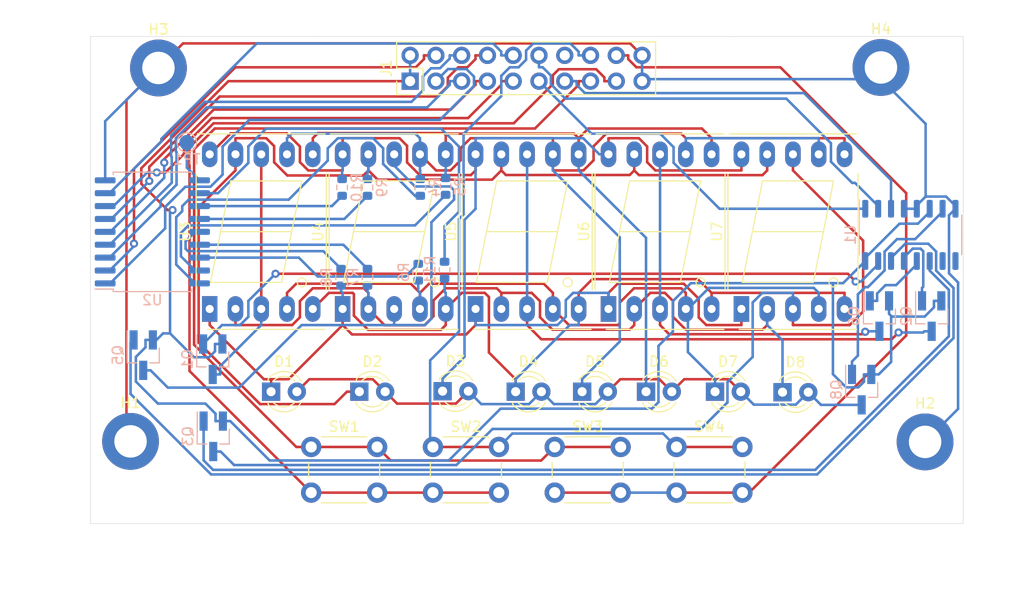
<source format=kicad_pcb>
(kicad_pcb (version 20171130) (host pcbnew "(5.1.8)-1")

  (general
    (thickness 1.6)
    (drawings 34)
    (tracks 688)
    (zones 0)
    (modules 39)
    (nets 50)
  )

  (page A4)
  (layers
    (0 F.Cu signal)
    (31 B.Cu signal)
    (32 B.Adhes user)
    (33 F.Adhes user)
    (34 B.Paste user)
    (35 F.Paste user)
    (36 B.SilkS user)
    (37 F.SilkS user)
    (38 B.Mask user)
    (39 F.Mask user)
    (40 Dwgs.User user)
    (41 Cmts.User user)
    (42 Eco1.User user)
    (43 Eco2.User user)
    (44 Edge.Cuts user)
    (45 Margin user)
    (46 B.CrtYd user)
    (47 F.CrtYd user)
    (48 B.Fab user)
    (49 F.Fab user)
  )

  (setup
    (last_trace_width 0.25)
    (trace_clearance 0.2)
    (zone_clearance 0.508)
    (zone_45_only no)
    (trace_min 0.2)
    (via_size 0.8)
    (via_drill 0.4)
    (via_min_size 0.4)
    (via_min_drill 0.3)
    (uvia_size 0.3)
    (uvia_drill 0.1)
    (uvias_allowed no)
    (uvia_min_size 0.2)
    (uvia_min_drill 0.1)
    (edge_width 0.05)
    (segment_width 0.2)
    (pcb_text_width 0.3)
    (pcb_text_size 1.5 1.5)
    (mod_edge_width 0.12)
    (mod_text_size 1 1)
    (mod_text_width 0.15)
    (pad_size 1.524 1.524)
    (pad_drill 0.762)
    (pad_to_mask_clearance 0)
    (aux_axis_origin 0 0)
    (visible_elements 7FFFFFFF)
    (pcbplotparams
      (layerselection 0x010fc_ffffffff)
      (usegerberextensions false)
      (usegerberattributes true)
      (usegerberadvancedattributes true)
      (creategerberjobfile true)
      (excludeedgelayer true)
      (linewidth 0.100000)
      (plotframeref false)
      (viasonmask false)
      (mode 1)
      (useauxorigin false)
      (hpglpennumber 1)
      (hpglpenspeed 20)
      (hpglpendiameter 15.000000)
      (psnegative false)
      (psa4output false)
      (plotreference true)
      (plotvalue true)
      (plotinvisibletext false)
      (padsonsilk false)
      (subtractmaskfromsilk false)
      (outputformat 1)
      (mirror false)
      (drillshape 1)
      (scaleselection 1)
      (outputdirectory ""))
  )

  (net 0 "")
  (net 1 E)
  (net 2 D_8)
  (net 3 F)
  (net 4 G)
  (net 5 DP)
  (net 6 A)
  (net 7 B)
  (net 8 C)
  (net 9 D)
  (net 10 GND)
  (net 11 +5V)
  (net 12 D0)
  (net 13 D1)
  (net 14 D2)
  (net 15 D3)
  (net 16 D4)
  (net 17 D5)
  (net 18 D6)
  (net 19 D7)
  (net 20 C1)
  (net 21 C2)
  (net 22 C3)
  (net 23 "Net-(J1-Pad14)")
  (net 24 KEY_ROW1)
  (net 25 KEY_ROW2)
  (net 26 KEY_COL1)
  (net 27 KEY_COL2)
  (net 28 D_C_1)
  (net 29 D_1)
  (net 30 D_C_3)
  (net 31 D_3)
  (net 32 D_C_5)
  (net 33 D_5)
  (net 34 D_C_7)
  (net 35 D_2)
  (net 36 D_C_2)
  (net 37 D_4)
  (net 38 D_C_4)
  (net 39 D_C_6)
  (net 40 D_C_8)
  (net 41 "Net-(R4-Pad1)")
  (net 42 "Net-(R5-Pad1)")
  (net 43 "Net-(R6-Pad1)")
  (net 44 "Net-(R7-Pad1)")
  (net 45 "Net-(R8-Pad1)")
  (net 46 "Net-(R9-Pad1)")
  (net 47 "Net-(R10-Pad1)")
  (net 48 "Net-(R11-Pad1)")
  (net 49 "Net-(TP1-Pad1)")

  (net_class Default "This is the default net class."
    (clearance 0.2)
    (trace_width 0.25)
    (via_dia 0.8)
    (via_drill 0.4)
    (uvia_dia 0.3)
    (uvia_drill 0.1)
    (add_net +5V)
    (add_net A)
    (add_net B)
    (add_net C)
    (add_net C1)
    (add_net C2)
    (add_net C3)
    (add_net D)
    (add_net D0)
    (add_net D1)
    (add_net D2)
    (add_net D3)
    (add_net D4)
    (add_net D5)
    (add_net D6)
    (add_net D7)
    (add_net DP)
    (add_net D_1)
    (add_net D_2)
    (add_net D_3)
    (add_net D_4)
    (add_net D_5)
    (add_net D_8)
    (add_net D_C_1)
    (add_net D_C_2)
    (add_net D_C_3)
    (add_net D_C_4)
    (add_net D_C_5)
    (add_net D_C_6)
    (add_net D_C_7)
    (add_net D_C_8)
    (add_net E)
    (add_net F)
    (add_net G)
    (add_net GND)
    (add_net KEY_COL1)
    (add_net KEY_COL2)
    (add_net KEY_ROW1)
    (add_net KEY_ROW2)
    (add_net "Net-(J1-Pad14)")
    (add_net "Net-(R10-Pad1)")
    (add_net "Net-(R11-Pad1)")
    (add_net "Net-(R4-Pad1)")
    (add_net "Net-(R5-Pad1)")
    (add_net "Net-(R6-Pad1)")
    (add_net "Net-(R7-Pad1)")
    (add_net "Net-(R8-Pad1)")
    (add_net "Net-(R9-Pad1)")
    (add_net "Net-(TP1-Pad1)")
  )

  (module Display_7Segment:7SegmentLED_LTS6760_LTS6780 (layer F.Cu) (tedit 5D86971C) (tstamp 608569A3)
    (at 218.35 82.55 90)
    (descr "7-Segment Display, LTS67x0, http://optoelectronics.liteon.com/upload/download/DS30-2001-355/S6760jd.pdf")
    (tags "7Segment LED LTS6760 LTS6780")
    (path /5FB4C3FE/5FB633C5)
    (fp_text reference U7 (at 7.62 -2.42 90) (layer F.SilkS)
      (effects (font (size 1 1) (thickness 0.15)))
    )
    (fp_text value KCSA02-136 (at 7.62 12.58 90) (layer F.Fab)
      (effects (font (size 1 1) (thickness 0.15)))
    )
    (fp_text user %R (at 7.87 5.08 90) (layer F.Fab)
      (effects (font (size 1 1) (thickness 0.15)))
    )
    (fp_line (start -0.905 -1.22) (end 17.145 -1.22) (layer F.Fab) (width 0.1))
    (fp_circle (center 2.62 9.08) (end 3.067214 9.08) (layer F.SilkS) (width 0.12))
    (fp_line (start 12.62 2.08) (end 12.62 9.08) (layer F.SilkS) (width 0.12))
    (fp_line (start 7.62 8.08) (end 7.62 1.08) (layer F.SilkS) (width 0.12))
    (fp_line (start 12.62 9.08) (end 7.62 8.08) (layer F.SilkS) (width 0.12))
    (fp_line (start 2.62 7.08) (end 7.62 8.08) (layer F.SilkS) (width 0.12))
    (fp_line (start 2.62 0.08) (end 2.62 7.08) (layer F.SilkS) (width 0.12))
    (fp_line (start 7.62 1.08) (end 2.62 0.08) (layer F.SilkS) (width 0.12))
    (fp_line (start 12.62 2.08) (end 7.62 1.08) (layer F.SilkS) (width 0.12))
    (fp_line (start -1.905 11.38) (end 17.145 11.38) (layer F.Fab) (width 0.1))
    (fp_line (start -1.905 -0.22) (end -1.905 11.38) (layer F.Fab) (width 0.1))
    (fp_line (start 17.145 11.38) (end 17.145 -1.22) (layer F.Fab) (width 0.1))
    (fp_line (start -0.905 -1.22) (end -1.905 -0.22) (layer F.Fab) (width 0.1))
    (fp_line (start -2.16 11.63) (end 17.4 11.63) (layer F.CrtYd) (width 0.05))
    (fp_line (start -2.16 -1.47) (end 17.4 -1.47) (layer F.CrtYd) (width 0.05))
    (fp_line (start 17.4 -1.47) (end 17.4 11.63) (layer F.CrtYd) (width 0.05))
    (fp_line (start -2.16 -1.47) (end -2.16 11.63) (layer F.CrtYd) (width 0.05))
    (fp_line (start 17.255 11.38) (end 17.255 -1.22) (layer F.SilkS) (width 0.12))
    (fp_line (start -2.015 -0.22) (end -2.015 11.38) (layer F.SilkS) (width 0.12))
    (fp_line (start 1.905 11.49) (end 13.335 11.49) (layer F.SilkS) (width 0.12))
    (fp_line (start 1.905 -1.33) (end 13.335 -1.33) (layer F.SilkS) (width 0.12))
    (pad 1 thru_hole rect (at 0 0) (size 1.524 2.524) (drill 0.8) (layers *.Cu *.Mask)
      (net 1 E))
    (pad 2 thru_hole oval (at 0 2.54) (size 1.524 2.524) (drill 0.8) (layers *.Cu *.Mask)
      (net 9 D))
    (pad 3 thru_hole oval (at 0 5.08) (size 1.524 2.524) (drill 0.8) (layers *.Cu *.Mask)
      (net 33 D_5))
    (pad 4 thru_hole oval (at 0 7.62) (size 1.524 2.524) (drill 0.8) (layers *.Cu *.Mask)
      (net 8 C))
    (pad 5 thru_hole oval (at 0 10.16) (size 1.524 2.524) (drill 0.8) (layers *.Cu *.Mask)
      (net 5 DP))
    (pad 6 thru_hole oval (at 15.24 10.16) (size 1.524 2.524) (drill 0.8) (layers *.Cu *.Mask)
      (net 7 B))
    (pad 7 thru_hole oval (at 15.24 7.62) (size 1.524 2.524) (drill 0.8) (layers *.Cu *.Mask)
      (net 6 A))
    (pad 8 thru_hole oval (at 15.24 5.08) (size 1.524 2.524) (drill 0.8) (layers *.Cu *.Mask)
      (net 33 D_5))
    (pad 9 thru_hole oval (at 15.24 2.54) (size 1.524 2.524) (drill 0.8) (layers *.Cu *.Mask)
      (net 3 F))
    (pad 10 thru_hole oval (at 15.24 0) (size 1.524 2.524) (drill 0.8) (layers *.Cu *.Mask)
      (net 4 G))
    (model ${KISYS3DMOD}/Display_7Segment.3dshapes/7SegmentLED_LTS6760_LTS6780.wrl
      (at (xyz 0 0 0))
      (scale (xyz 1 1 1))
      (rotate (xyz 0 0 0))
    )
  )

  (module Package_TO_SOT_SMD:SOT-23_Handsoldering (layer B.Cu) (tedit 5A0AB76C) (tstamp 608560F8)
    (at 166.3 95.1 270)
    (descr "SOT-23, Handsoldering")
    (tags SOT-23)
    (path /5FC37B24/5FDB7FD3)
    (attr smd)
    (fp_text reference Q3 (at 0 2.5 90) (layer B.SilkS)
      (effects (font (size 1 1) (thickness 0.15)) (justify mirror))
    )
    (fp_text value FDV304P (at 0 -2.5 90) (layer B.Fab)
      (effects (font (size 1 1) (thickness 0.15)) (justify mirror))
    )
    (fp_text user %R (at 0 0 180) (layer B.Fab)
      (effects (font (size 0.5 0.5) (thickness 0.075)) (justify mirror))
    )
    (fp_line (start 0.76 -1.58) (end 0.76 -0.65) (layer B.SilkS) (width 0.12))
    (fp_line (start 0.76 1.58) (end 0.76 0.65) (layer B.SilkS) (width 0.12))
    (fp_line (start -2.7 1.75) (end 2.7 1.75) (layer B.CrtYd) (width 0.05))
    (fp_line (start 2.7 1.75) (end 2.7 -1.75) (layer B.CrtYd) (width 0.05))
    (fp_line (start 2.7 -1.75) (end -2.7 -1.75) (layer B.CrtYd) (width 0.05))
    (fp_line (start -2.7 -1.75) (end -2.7 1.75) (layer B.CrtYd) (width 0.05))
    (fp_line (start 0.76 1.58) (end -2.4 1.58) (layer B.SilkS) (width 0.12))
    (fp_line (start -0.7 0.95) (end -0.7 -1.5) (layer B.Fab) (width 0.1))
    (fp_line (start -0.15 1.52) (end 0.7 1.52) (layer B.Fab) (width 0.1))
    (fp_line (start -0.7 0.95) (end -0.15 1.52) (layer B.Fab) (width 0.1))
    (fp_line (start 0.7 1.52) (end 0.7 -1.52) (layer B.Fab) (width 0.1))
    (fp_line (start -0.7 -1.52) (end 0.7 -1.52) (layer B.Fab) (width 0.1))
    (fp_line (start 0.76 -1.58) (end -0.7 -1.58) (layer B.SilkS) (width 0.12))
    (pad 3 smd rect (at 1.5 0 270) (size 1.9 0.8) (layers B.Cu B.Paste B.Mask)
      (net 33 D_5))
    (pad 2 smd rect (at -1.5 -0.95 270) (size 1.9 0.8) (layers B.Cu B.Paste B.Mask)
      (net 11 +5V))
    (pad 1 smd rect (at -1.5 0.95 270) (size 1.9 0.8) (layers B.Cu B.Paste B.Mask)
      (net 32 D_C_5))
    (model ${KISYS3DMOD}/Package_TO_SOT_SMD.3dshapes/SOT-23.wrl
      (at (xyz 0 0 0))
      (scale (xyz 1 1 1))
      (rotate (xyz 0 0 0))
    )
  )

  (module LED_THT:LED_D3.0mm (layer F.Cu) (tedit 587A3A7B) (tstamp 608576F3)
    (at 172 90.7)
    (descr "LED, diameter 3.0mm, 2 pins")
    (tags "LED diameter 3.0mm 2 pins")
    (path /5FB4C3FE/5FAFB32B)
    (fp_text reference D1 (at 1.27 -2.96) (layer F.SilkS)
      (effects (font (size 1 1) (thickness 0.15)))
    )
    (fp_text value LED (at 1.27 2.96) (layer F.Fab)
      (effects (font (size 1 1) (thickness 0.15)))
    )
    (fp_circle (center 1.27 0) (end 2.77 0) (layer F.Fab) (width 0.1))
    (fp_line (start -0.23 -1.16619) (end -0.23 1.16619) (layer F.Fab) (width 0.1))
    (fp_line (start -0.29 -1.236) (end -0.29 -1.08) (layer F.SilkS) (width 0.12))
    (fp_line (start -0.29 1.08) (end -0.29 1.236) (layer F.SilkS) (width 0.12))
    (fp_line (start -1.15 -2.25) (end -1.15 2.25) (layer F.CrtYd) (width 0.05))
    (fp_line (start -1.15 2.25) (end 3.7 2.25) (layer F.CrtYd) (width 0.05))
    (fp_line (start 3.7 2.25) (end 3.7 -2.25) (layer F.CrtYd) (width 0.05))
    (fp_line (start 3.7 -2.25) (end -1.15 -2.25) (layer F.CrtYd) (width 0.05))
    (fp_arc (start 1.27 0) (end -0.23 -1.16619) (angle 284.3) (layer F.Fab) (width 0.1))
    (fp_arc (start 1.27 0) (end -0.29 -1.235516) (angle 108.8) (layer F.SilkS) (width 0.12))
    (fp_arc (start 1.27 0) (end -0.29 1.235516) (angle -108.8) (layer F.SilkS) (width 0.12))
    (fp_arc (start 1.27 0) (end 0.229039 -1.08) (angle 87.9) (layer F.SilkS) (width 0.12))
    (fp_arc (start 1.27 0) (end 0.229039 1.08) (angle -87.9) (layer F.SilkS) (width 0.12))
    (pad 1 thru_hole rect (at 0 0) (size 1.8 1.8) (drill 0.9) (layers *.Cu *.Mask)
      (net 1 E))
    (pad 2 thru_hole circle (at 2.54 0) (size 1.8 1.8) (drill 0.9) (layers *.Cu *.Mask)
      (net 2 D_8))
    (model ${KISYS3DMOD}/LED_THT.3dshapes/LED_D3.0mm.wrl
      (at (xyz 0 0 0))
      (scale (xyz 1 1 1))
      (rotate (xyz 0 0 0))
    )
  )

  (module LED_THT:LED_D3.0mm (layer F.Cu) (tedit 587A3A7B) (tstamp 608576AA)
    (at 180.7 90.7)
    (descr "LED, diameter 3.0mm, 2 pins")
    (tags "LED diameter 3.0mm 2 pins")
    (path /5FB4C3FE/5FAF58A5)
    (fp_text reference D2 (at 1.27 -2.96) (layer F.SilkS)
      (effects (font (size 1 1) (thickness 0.15)))
    )
    (fp_text value LED (at 1.27 2.96) (layer F.Fab)
      (effects (font (size 1 1) (thickness 0.15)))
    )
    (fp_circle (center 1.27 0) (end 2.77 0) (layer F.Fab) (width 0.1))
    (fp_line (start -0.23 -1.16619) (end -0.23 1.16619) (layer F.Fab) (width 0.1))
    (fp_line (start -0.29 -1.236) (end -0.29 -1.08) (layer F.SilkS) (width 0.12))
    (fp_line (start -0.29 1.08) (end -0.29 1.236) (layer F.SilkS) (width 0.12))
    (fp_line (start -1.15 -2.25) (end -1.15 2.25) (layer F.CrtYd) (width 0.05))
    (fp_line (start -1.15 2.25) (end 3.7 2.25) (layer F.CrtYd) (width 0.05))
    (fp_line (start 3.7 2.25) (end 3.7 -2.25) (layer F.CrtYd) (width 0.05))
    (fp_line (start 3.7 -2.25) (end -1.15 -2.25) (layer F.CrtYd) (width 0.05))
    (fp_arc (start 1.27 0) (end -0.23 -1.16619) (angle 284.3) (layer F.Fab) (width 0.1))
    (fp_arc (start 1.27 0) (end -0.29 -1.235516) (angle 108.8) (layer F.SilkS) (width 0.12))
    (fp_arc (start 1.27 0) (end -0.29 1.235516) (angle -108.8) (layer F.SilkS) (width 0.12))
    (fp_arc (start 1.27 0) (end 0.229039 -1.08) (angle 87.9) (layer F.SilkS) (width 0.12))
    (fp_arc (start 1.27 0) (end 0.229039 1.08) (angle -87.9) (layer F.SilkS) (width 0.12))
    (pad 1 thru_hole rect (at 0 0) (size 1.8 1.8) (drill 0.9) (layers *.Cu *.Mask)
      (net 3 F))
    (pad 2 thru_hole circle (at 2.54 0) (size 1.8 1.8) (drill 0.9) (layers *.Cu *.Mask)
      (net 2 D_8))
    (model ${KISYS3DMOD}/LED_THT.3dshapes/LED_D3.0mm.wrl
      (at (xyz 0 0 0))
      (scale (xyz 1 1 1))
      (rotate (xyz 0 0 0))
    )
  )

  (module LED_THT:LED_D3.0mm (layer F.Cu) (tedit 587A3A7B) (tstamp 606B3ED2)
    (at 188.9 90.65)
    (descr "LED, diameter 3.0mm, 2 pins")
    (tags "LED diameter 3.0mm 2 pins")
    (path /5FB4C3FE/5FAFBFC1)
    (fp_text reference D3 (at 1.27 -2.96) (layer F.SilkS)
      (effects (font (size 1 1) (thickness 0.15)))
    )
    (fp_text value LED (at 1.27 2.96) (layer F.Fab)
      (effects (font (size 1 1) (thickness 0.15)))
    )
    (fp_line (start 3.7 -2.25) (end -1.15 -2.25) (layer F.CrtYd) (width 0.05))
    (fp_line (start 3.7 2.25) (end 3.7 -2.25) (layer F.CrtYd) (width 0.05))
    (fp_line (start -1.15 2.25) (end 3.7 2.25) (layer F.CrtYd) (width 0.05))
    (fp_line (start -1.15 -2.25) (end -1.15 2.25) (layer F.CrtYd) (width 0.05))
    (fp_line (start -0.29 1.08) (end -0.29 1.236) (layer F.SilkS) (width 0.12))
    (fp_line (start -0.29 -1.236) (end -0.29 -1.08) (layer F.SilkS) (width 0.12))
    (fp_line (start -0.23 -1.16619) (end -0.23 1.16619) (layer F.Fab) (width 0.1))
    (fp_circle (center 1.27 0) (end 2.77 0) (layer F.Fab) (width 0.1))
    (fp_arc (start 1.27 0) (end 0.229039 1.08) (angle -87.9) (layer F.SilkS) (width 0.12))
    (fp_arc (start 1.27 0) (end 0.229039 -1.08) (angle 87.9) (layer F.SilkS) (width 0.12))
    (fp_arc (start 1.27 0) (end -0.29 1.235516) (angle -108.8) (layer F.SilkS) (width 0.12))
    (fp_arc (start 1.27 0) (end -0.29 -1.235516) (angle 108.8) (layer F.SilkS) (width 0.12))
    (fp_arc (start 1.27 0) (end -0.23 -1.16619) (angle 284.3) (layer F.Fab) (width 0.1))
    (pad 2 thru_hole circle (at 2.54 0) (size 1.8 1.8) (drill 0.9) (layers *.Cu *.Mask)
      (net 2 D_8))
    (pad 1 thru_hole rect (at 0 0) (size 1.8 1.8) (drill 0.9) (layers *.Cu *.Mask)
      (net 4 G))
    (model ${KISYS3DMOD}/LED_THT.3dshapes/LED_D3.0mm.wrl
      (at (xyz 0 0 0))
      (scale (xyz 1 1 1))
      (rotate (xyz 0 0 0))
    )
  )

  (module LED_THT:LED_D3.0mm (layer F.Cu) (tedit 587A3A7B) (tstamp 606B3EE5)
    (at 196.1 90.7)
    (descr "LED, diameter 3.0mm, 2 pins")
    (tags "LED diameter 3.0mm 2 pins")
    (path /5FB4C3FE/5FAFC42C)
    (fp_text reference D4 (at 1.27 -2.96) (layer F.SilkS)
      (effects (font (size 1 1) (thickness 0.15)))
    )
    (fp_text value LED (at 1.27 2.96) (layer F.Fab)
      (effects (font (size 1 1) (thickness 0.15)))
    )
    (fp_circle (center 1.27 0) (end 2.77 0) (layer F.Fab) (width 0.1))
    (fp_line (start -0.23 -1.16619) (end -0.23 1.16619) (layer F.Fab) (width 0.1))
    (fp_line (start -0.29 -1.236) (end -0.29 -1.08) (layer F.SilkS) (width 0.12))
    (fp_line (start -0.29 1.08) (end -0.29 1.236) (layer F.SilkS) (width 0.12))
    (fp_line (start -1.15 -2.25) (end -1.15 2.25) (layer F.CrtYd) (width 0.05))
    (fp_line (start -1.15 2.25) (end 3.7 2.25) (layer F.CrtYd) (width 0.05))
    (fp_line (start 3.7 2.25) (end 3.7 -2.25) (layer F.CrtYd) (width 0.05))
    (fp_line (start 3.7 -2.25) (end -1.15 -2.25) (layer F.CrtYd) (width 0.05))
    (fp_arc (start 1.27 0) (end -0.23 -1.16619) (angle 284.3) (layer F.Fab) (width 0.1))
    (fp_arc (start 1.27 0) (end -0.29 -1.235516) (angle 108.8) (layer F.SilkS) (width 0.12))
    (fp_arc (start 1.27 0) (end -0.29 1.235516) (angle -108.8) (layer F.SilkS) (width 0.12))
    (fp_arc (start 1.27 0) (end 0.229039 -1.08) (angle 87.9) (layer F.SilkS) (width 0.12))
    (fp_arc (start 1.27 0) (end 0.229039 1.08) (angle -87.9) (layer F.SilkS) (width 0.12))
    (pad 1 thru_hole rect (at 0 0) (size 1.8 1.8) (drill 0.9) (layers *.Cu *.Mask)
      (net 5 DP))
    (pad 2 thru_hole circle (at 2.54 0) (size 1.8 1.8) (drill 0.9) (layers *.Cu *.Mask)
      (net 2 D_8))
    (model ${KISYS3DMOD}/LED_THT.3dshapes/LED_D3.0mm.wrl
      (at (xyz 0 0 0))
      (scale (xyz 1 1 1))
      (rotate (xyz 0 0 0))
    )
  )

  (module LED_THT:LED_D3.0mm (layer F.Cu) (tedit 587A3A7B) (tstamp 606B3EF8)
    (at 202.65 90.7)
    (descr "LED, diameter 3.0mm, 2 pins")
    (tags "LED diameter 3.0mm 2 pins")
    (path /5FB4C3FE/5FAF841D)
    (fp_text reference D5 (at 1.27 -2.96) (layer F.SilkS)
      (effects (font (size 1 1) (thickness 0.15)))
    )
    (fp_text value LED (at 1.27 2.96) (layer F.Fab)
      (effects (font (size 1 1) (thickness 0.15)))
    )
    (fp_line (start 3.7 -2.25) (end -1.15 -2.25) (layer F.CrtYd) (width 0.05))
    (fp_line (start 3.7 2.25) (end 3.7 -2.25) (layer F.CrtYd) (width 0.05))
    (fp_line (start -1.15 2.25) (end 3.7 2.25) (layer F.CrtYd) (width 0.05))
    (fp_line (start -1.15 -2.25) (end -1.15 2.25) (layer F.CrtYd) (width 0.05))
    (fp_line (start -0.29 1.08) (end -0.29 1.236) (layer F.SilkS) (width 0.12))
    (fp_line (start -0.29 -1.236) (end -0.29 -1.08) (layer F.SilkS) (width 0.12))
    (fp_line (start -0.23 -1.16619) (end -0.23 1.16619) (layer F.Fab) (width 0.1))
    (fp_circle (center 1.27 0) (end 2.77 0) (layer F.Fab) (width 0.1))
    (fp_arc (start 1.27 0) (end 0.229039 1.08) (angle -87.9) (layer F.SilkS) (width 0.12))
    (fp_arc (start 1.27 0) (end 0.229039 -1.08) (angle 87.9) (layer F.SilkS) (width 0.12))
    (fp_arc (start 1.27 0) (end -0.29 1.235516) (angle -108.8) (layer F.SilkS) (width 0.12))
    (fp_arc (start 1.27 0) (end -0.29 -1.235516) (angle 108.8) (layer F.SilkS) (width 0.12))
    (fp_arc (start 1.27 0) (end -0.23 -1.16619) (angle 284.3) (layer F.Fab) (width 0.1))
    (pad 2 thru_hole circle (at 2.54 0) (size 1.8 1.8) (drill 0.9) (layers *.Cu *.Mask)
      (net 2 D_8))
    (pad 1 thru_hole rect (at 0 0) (size 1.8 1.8) (drill 0.9) (layers *.Cu *.Mask)
      (net 6 A))
    (model ${KISYS3DMOD}/LED_THT.3dshapes/LED_D3.0mm.wrl
      (at (xyz 0 0 0))
      (scale (xyz 1 1 1))
      (rotate (xyz 0 0 0))
    )
  )

  (module LED_THT:LED_D3.0mm (layer F.Cu) (tedit 587A3A7B) (tstamp 606B3F0B)
    (at 208.95 90.7)
    (descr "LED, diameter 3.0mm, 2 pins")
    (tags "LED diameter 3.0mm 2 pins")
    (path /5FB4C3FE/5FAFC938)
    (fp_text reference D6 (at 1.27 -2.96) (layer F.SilkS)
      (effects (font (size 1 1) (thickness 0.15)))
    )
    (fp_text value LED (at 1.27 2.96) (layer F.Fab)
      (effects (font (size 1 1) (thickness 0.15)))
    )
    (fp_line (start 3.7 -2.25) (end -1.15 -2.25) (layer F.CrtYd) (width 0.05))
    (fp_line (start 3.7 2.25) (end 3.7 -2.25) (layer F.CrtYd) (width 0.05))
    (fp_line (start -1.15 2.25) (end 3.7 2.25) (layer F.CrtYd) (width 0.05))
    (fp_line (start -1.15 -2.25) (end -1.15 2.25) (layer F.CrtYd) (width 0.05))
    (fp_line (start -0.29 1.08) (end -0.29 1.236) (layer F.SilkS) (width 0.12))
    (fp_line (start -0.29 -1.236) (end -0.29 -1.08) (layer F.SilkS) (width 0.12))
    (fp_line (start -0.23 -1.16619) (end -0.23 1.16619) (layer F.Fab) (width 0.1))
    (fp_circle (center 1.27 0) (end 2.77 0) (layer F.Fab) (width 0.1))
    (fp_arc (start 1.27 0) (end 0.229039 1.08) (angle -87.9) (layer F.SilkS) (width 0.12))
    (fp_arc (start 1.27 0) (end 0.229039 -1.08) (angle 87.9) (layer F.SilkS) (width 0.12))
    (fp_arc (start 1.27 0) (end -0.29 1.235516) (angle -108.8) (layer F.SilkS) (width 0.12))
    (fp_arc (start 1.27 0) (end -0.29 -1.235516) (angle 108.8) (layer F.SilkS) (width 0.12))
    (fp_arc (start 1.27 0) (end -0.23 -1.16619) (angle 284.3) (layer F.Fab) (width 0.1))
    (pad 2 thru_hole circle (at 2.54 0) (size 1.8 1.8) (drill 0.9) (layers *.Cu *.Mask)
      (net 2 D_8))
    (pad 1 thru_hole rect (at 0 0) (size 1.8 1.8) (drill 0.9) (layers *.Cu *.Mask)
      (net 7 B))
    (model ${KISYS3DMOD}/LED_THT.3dshapes/LED_D3.0mm.wrl
      (at (xyz 0 0 0))
      (scale (xyz 1 1 1))
      (rotate (xyz 0 0 0))
    )
  )

  (module LED_THT:LED_D3.0mm (layer F.Cu) (tedit 587A3A7B) (tstamp 606B3F1E)
    (at 215.75 90.7)
    (descr "LED, diameter 3.0mm, 2 pins")
    (tags "LED diameter 3.0mm 2 pins")
    (path /5FB4C3FE/5FAFCD00)
    (fp_text reference D7 (at 1.27 -2.96) (layer F.SilkS)
      (effects (font (size 1 1) (thickness 0.15)))
    )
    (fp_text value LED (at 1.27 2.96) (layer F.Fab)
      (effects (font (size 1 1) (thickness 0.15)))
    )
    (fp_circle (center 1.27 0) (end 2.77 0) (layer F.Fab) (width 0.1))
    (fp_line (start -0.23 -1.16619) (end -0.23 1.16619) (layer F.Fab) (width 0.1))
    (fp_line (start -0.29 -1.236) (end -0.29 -1.08) (layer F.SilkS) (width 0.12))
    (fp_line (start -0.29 1.08) (end -0.29 1.236) (layer F.SilkS) (width 0.12))
    (fp_line (start -1.15 -2.25) (end -1.15 2.25) (layer F.CrtYd) (width 0.05))
    (fp_line (start -1.15 2.25) (end 3.7 2.25) (layer F.CrtYd) (width 0.05))
    (fp_line (start 3.7 2.25) (end 3.7 -2.25) (layer F.CrtYd) (width 0.05))
    (fp_line (start 3.7 -2.25) (end -1.15 -2.25) (layer F.CrtYd) (width 0.05))
    (fp_arc (start 1.27 0) (end -0.23 -1.16619) (angle 284.3) (layer F.Fab) (width 0.1))
    (fp_arc (start 1.27 0) (end -0.29 -1.235516) (angle 108.8) (layer F.SilkS) (width 0.12))
    (fp_arc (start 1.27 0) (end -0.29 1.235516) (angle -108.8) (layer F.SilkS) (width 0.12))
    (fp_arc (start 1.27 0) (end 0.229039 -1.08) (angle 87.9) (layer F.SilkS) (width 0.12))
    (fp_arc (start 1.27 0) (end 0.229039 1.08) (angle -87.9) (layer F.SilkS) (width 0.12))
    (pad 1 thru_hole rect (at 0 0) (size 1.8 1.8) (drill 0.9) (layers *.Cu *.Mask)
      (net 8 C))
    (pad 2 thru_hole circle (at 2.54 0) (size 1.8 1.8) (drill 0.9) (layers *.Cu *.Mask)
      (net 2 D_8))
    (model ${KISYS3DMOD}/LED_THT.3dshapes/LED_D3.0mm.wrl
      (at (xyz 0 0 0))
      (scale (xyz 1 1 1))
      (rotate (xyz 0 0 0))
    )
  )

  (module LED_THT:LED_D3.0mm (layer F.Cu) (tedit 587A3A7B) (tstamp 606B3F31)
    (at 222.4 90.75)
    (descr "LED, diameter 3.0mm, 2 pins")
    (tags "LED diameter 3.0mm 2 pins")
    (path /5FB4C3FE/5FAFD0BD)
    (fp_text reference D8 (at 1.27 -2.96) (layer F.SilkS)
      (effects (font (size 1 1) (thickness 0.15)))
    )
    (fp_text value LED (at 1.27 2.96) (layer F.Fab)
      (effects (font (size 1 1) (thickness 0.15)))
    )
    (fp_line (start 3.7 -2.25) (end -1.15 -2.25) (layer F.CrtYd) (width 0.05))
    (fp_line (start 3.7 2.25) (end 3.7 -2.25) (layer F.CrtYd) (width 0.05))
    (fp_line (start -1.15 2.25) (end 3.7 2.25) (layer F.CrtYd) (width 0.05))
    (fp_line (start -1.15 -2.25) (end -1.15 2.25) (layer F.CrtYd) (width 0.05))
    (fp_line (start -0.29 1.08) (end -0.29 1.236) (layer F.SilkS) (width 0.12))
    (fp_line (start -0.29 -1.236) (end -0.29 -1.08) (layer F.SilkS) (width 0.12))
    (fp_line (start -0.23 -1.16619) (end -0.23 1.16619) (layer F.Fab) (width 0.1))
    (fp_circle (center 1.27 0) (end 2.77 0) (layer F.Fab) (width 0.1))
    (fp_arc (start 1.27 0) (end 0.229039 1.08) (angle -87.9) (layer F.SilkS) (width 0.12))
    (fp_arc (start 1.27 0) (end 0.229039 -1.08) (angle 87.9) (layer F.SilkS) (width 0.12))
    (fp_arc (start 1.27 0) (end -0.29 1.235516) (angle -108.8) (layer F.SilkS) (width 0.12))
    (fp_arc (start 1.27 0) (end -0.29 -1.235516) (angle 108.8) (layer F.SilkS) (width 0.12))
    (fp_arc (start 1.27 0) (end -0.23 -1.16619) (angle 284.3) (layer F.Fab) (width 0.1))
    (pad 2 thru_hole circle (at 2.54 0) (size 1.8 1.8) (drill 0.9) (layers *.Cu *.Mask)
      (net 2 D_8))
    (pad 1 thru_hole rect (at 0 0) (size 1.8 1.8) (drill 0.9) (layers *.Cu *.Mask)
      (net 9 D))
    (model ${KISYS3DMOD}/LED_THT.3dshapes/LED_D3.0mm.wrl
      (at (xyz 0 0 0))
      (scale (xyz 1 1 1))
      (rotate (xyz 0 0 0))
    )
  )

  (module Connector_PinHeader_2.54mm:PinHeader_2x10_P2.54mm_Vertical (layer F.Cu) (tedit 59FED5CC) (tstamp 606B3F7B)
    (at 185.7 60.1 90)
    (descr "Through hole straight pin header, 2x10, 2.54mm pitch, double rows")
    (tags "Through hole pin header THT 2x10 2.54mm double row")
    (path /5FC37B24/6068829A)
    (fp_text reference J1 (at 1.27 -2.33 90) (layer F.SilkS)
      (effects (font (size 1 1) (thickness 0.15)))
    )
    (fp_text value "MCU interface" (at 1.27 25.19 90) (layer F.Fab)
      (effects (font (size 1 1) (thickness 0.15)))
    )
    (fp_line (start 0 -1.27) (end 3.81 -1.27) (layer F.Fab) (width 0.1))
    (fp_line (start 3.81 -1.27) (end 3.81 24.13) (layer F.Fab) (width 0.1))
    (fp_line (start 3.81 24.13) (end -1.27 24.13) (layer F.Fab) (width 0.1))
    (fp_line (start -1.27 24.13) (end -1.27 0) (layer F.Fab) (width 0.1))
    (fp_line (start -1.27 0) (end 0 -1.27) (layer F.Fab) (width 0.1))
    (fp_line (start -1.33 24.19) (end 3.87 24.19) (layer F.SilkS) (width 0.12))
    (fp_line (start -1.33 1.27) (end -1.33 24.19) (layer F.SilkS) (width 0.12))
    (fp_line (start 3.87 -1.33) (end 3.87 24.19) (layer F.SilkS) (width 0.12))
    (fp_line (start -1.33 1.27) (end 1.27 1.27) (layer F.SilkS) (width 0.12))
    (fp_line (start 1.27 1.27) (end 1.27 -1.33) (layer F.SilkS) (width 0.12))
    (fp_line (start 1.27 -1.33) (end 3.87 -1.33) (layer F.SilkS) (width 0.12))
    (fp_line (start -1.33 0) (end -1.33 -1.33) (layer F.SilkS) (width 0.12))
    (fp_line (start -1.33 -1.33) (end 0 -1.33) (layer F.SilkS) (width 0.12))
    (fp_line (start -1.8 -1.8) (end -1.8 24.65) (layer F.CrtYd) (width 0.05))
    (fp_line (start -1.8 24.65) (end 4.35 24.65) (layer F.CrtYd) (width 0.05))
    (fp_line (start 4.35 24.65) (end 4.35 -1.8) (layer F.CrtYd) (width 0.05))
    (fp_line (start 4.35 -1.8) (end -1.8 -1.8) (layer F.CrtYd) (width 0.05))
    (fp_text user %R (at 1.27 11.43) (layer F.Fab)
      (effects (font (size 1 1) (thickness 0.15)))
    )
    (pad 1 thru_hole rect (at 0 0 90) (size 1.7 1.7) (drill 1) (layers *.Cu *.Mask)
      (net 11 +5V))
    (pad 2 thru_hole oval (at 2.54 0 90) (size 1.7 1.7) (drill 1) (layers *.Cu *.Mask)
      (net 11 +5V))
    (pad 3 thru_hole oval (at 0 2.54 90) (size 1.7 1.7) (drill 1) (layers *.Cu *.Mask)
      (net 12 D0))
    (pad 4 thru_hole oval (at 2.54 2.54 90) (size 1.7 1.7) (drill 1) (layers *.Cu *.Mask)
      (net 13 D1))
    (pad 5 thru_hole oval (at 0 5.08 90) (size 1.7 1.7) (drill 1) (layers *.Cu *.Mask)
      (net 14 D2))
    (pad 6 thru_hole oval (at 2.54 5.08 90) (size 1.7 1.7) (drill 1) (layers *.Cu *.Mask)
      (net 15 D3))
    (pad 7 thru_hole oval (at 0 7.62 90) (size 1.7 1.7) (drill 1) (layers *.Cu *.Mask)
      (net 16 D4))
    (pad 8 thru_hole oval (at 2.54 7.62 90) (size 1.7 1.7) (drill 1) (layers *.Cu *.Mask)
      (net 17 D5))
    (pad 9 thru_hole oval (at 0 10.16 90) (size 1.7 1.7) (drill 1) (layers *.Cu *.Mask)
      (net 18 D6))
    (pad 10 thru_hole oval (at 2.54 10.16 90) (size 1.7 1.7) (drill 1) (layers *.Cu *.Mask)
      (net 19 D7))
    (pad 11 thru_hole oval (at 0 12.7 90) (size 1.7 1.7) (drill 1) (layers *.Cu *.Mask)
      (net 20 C1))
    (pad 12 thru_hole oval (at 2.54 12.7 90) (size 1.7 1.7) (drill 1) (layers *.Cu *.Mask)
      (net 21 C2))
    (pad 13 thru_hole oval (at 0 15.24 90) (size 1.7 1.7) (drill 1) (layers *.Cu *.Mask)
      (net 22 C3))
    (pad 14 thru_hole oval (at 2.54 15.24 90) (size 1.7 1.7) (drill 1) (layers *.Cu *.Mask)
      (net 23 "Net-(J1-Pad14)"))
    (pad 15 thru_hole oval (at 0 17.78 90) (size 1.7 1.7) (drill 1) (layers *.Cu *.Mask)
      (net 24 KEY_ROW1))
    (pad 16 thru_hole oval (at 2.54 17.78 90) (size 1.7 1.7) (drill 1) (layers *.Cu *.Mask)
      (net 25 KEY_ROW2))
    (pad 17 thru_hole oval (at 0 20.32 90) (size 1.7 1.7) (drill 1) (layers *.Cu *.Mask)
      (net 26 KEY_COL1))
    (pad 18 thru_hole oval (at 2.54 20.32 90) (size 1.7 1.7) (drill 1) (layers *.Cu *.Mask)
      (net 27 KEY_COL2))
    (pad 19 thru_hole oval (at 0 22.86 90) (size 1.7 1.7) (drill 1) (layers *.Cu *.Mask)
      (net 10 GND))
    (pad 20 thru_hole oval (at 2.54 22.86 90) (size 1.7 1.7) (drill 1) (layers *.Cu *.Mask)
      (net 10 GND))
    (model ${KISYS3DMOD}/Connector_PinHeader_2.54mm.3dshapes/PinHeader_2x10_P2.54mm_Vertical.wrl
      (at (xyz 0 0 0))
      (scale (xyz 1 1 1))
      (rotate (xyz 0 0 0))
    )
  )

  (module Package_TO_SOT_SMD:SOT-23_Handsoldering (layer B.Cu) (tedit 5A0AB76C) (tstamp 606B3F90)
    (at 166.25 87.5 270)
    (descr "SOT-23, Handsoldering")
    (tags SOT-23)
    (path /5FC37B24/5FAF9A47)
    (attr smd)
    (fp_text reference Q1 (at 0 2.5 90) (layer B.SilkS)
      (effects (font (size 1 1) (thickness 0.15)) (justify mirror))
    )
    (fp_text value FDV304P (at 0 -2.5 90) (layer B.Fab)
      (effects (font (size 1 1) (thickness 0.15)) (justify mirror))
    )
    (fp_line (start 0.76 -1.58) (end 0.76 -0.65) (layer B.SilkS) (width 0.12))
    (fp_line (start 0.76 1.58) (end 0.76 0.65) (layer B.SilkS) (width 0.12))
    (fp_line (start -2.7 1.75) (end 2.7 1.75) (layer B.CrtYd) (width 0.05))
    (fp_line (start 2.7 1.75) (end 2.7 -1.75) (layer B.CrtYd) (width 0.05))
    (fp_line (start 2.7 -1.75) (end -2.7 -1.75) (layer B.CrtYd) (width 0.05))
    (fp_line (start -2.7 -1.75) (end -2.7 1.75) (layer B.CrtYd) (width 0.05))
    (fp_line (start 0.76 1.58) (end -2.4 1.58) (layer B.SilkS) (width 0.12))
    (fp_line (start -0.7 0.95) (end -0.7 -1.5) (layer B.Fab) (width 0.1))
    (fp_line (start -0.15 1.52) (end 0.7 1.52) (layer B.Fab) (width 0.1))
    (fp_line (start -0.7 0.95) (end -0.15 1.52) (layer B.Fab) (width 0.1))
    (fp_line (start 0.7 1.52) (end 0.7 -1.52) (layer B.Fab) (width 0.1))
    (fp_line (start -0.7 -1.52) (end 0.7 -1.52) (layer B.Fab) (width 0.1))
    (fp_line (start 0.76 -1.58) (end -0.7 -1.58) (layer B.SilkS) (width 0.12))
    (fp_text user %R (at 0 0 180) (layer B.Fab)
      (effects (font (size 0.5 0.5) (thickness 0.075)) (justify mirror))
    )
    (pad 1 smd rect (at -1.5 0.95 270) (size 1.9 0.8) (layers B.Cu B.Paste B.Mask)
      (net 28 D_C_1))
    (pad 2 smd rect (at -1.5 -0.95 270) (size 1.9 0.8) (layers B.Cu B.Paste B.Mask)
      (net 11 +5V))
    (pad 3 smd rect (at 1.5 0 270) (size 1.9 0.8) (layers B.Cu B.Paste B.Mask)
      (net 29 D_1))
    (model ${KISYS3DMOD}/Package_TO_SOT_SMD.3dshapes/SOT-23.wrl
      (at (xyz 0 0 0))
      (scale (xyz 1 1 1))
      (rotate (xyz 0 0 0))
    )
  )

  (module Package_TO_SOT_SMD:SOT-23_Handsoldering (layer B.Cu) (tedit 5A0AB76C) (tstamp 606B3FA5)
    (at 237.1 83.25 270)
    (descr "SOT-23, Handsoldering")
    (tags SOT-23)
    (path /5FC37B24/5FDAF306)
    (attr smd)
    (fp_text reference Q2 (at 0 2.5 90) (layer B.SilkS)
      (effects (font (size 1 1) (thickness 0.15)) (justify mirror))
    )
    (fp_text value FDV304P (at 0 -2.5 90) (layer B.Fab)
      (effects (font (size 1 1) (thickness 0.15)) (justify mirror))
    )
    (fp_line (start 0.76 -1.58) (end 0.76 -0.65) (layer B.SilkS) (width 0.12))
    (fp_line (start 0.76 1.58) (end 0.76 0.65) (layer B.SilkS) (width 0.12))
    (fp_line (start -2.7 1.75) (end 2.7 1.75) (layer B.CrtYd) (width 0.05))
    (fp_line (start 2.7 1.75) (end 2.7 -1.75) (layer B.CrtYd) (width 0.05))
    (fp_line (start 2.7 -1.75) (end -2.7 -1.75) (layer B.CrtYd) (width 0.05))
    (fp_line (start -2.7 -1.75) (end -2.7 1.75) (layer B.CrtYd) (width 0.05))
    (fp_line (start 0.76 1.58) (end -2.4 1.58) (layer B.SilkS) (width 0.12))
    (fp_line (start -0.7 0.95) (end -0.7 -1.5) (layer B.Fab) (width 0.1))
    (fp_line (start -0.15 1.52) (end 0.7 1.52) (layer B.Fab) (width 0.1))
    (fp_line (start -0.7 0.95) (end -0.15 1.52) (layer B.Fab) (width 0.1))
    (fp_line (start 0.7 1.52) (end 0.7 -1.52) (layer B.Fab) (width 0.1))
    (fp_line (start -0.7 -1.52) (end 0.7 -1.52) (layer B.Fab) (width 0.1))
    (fp_line (start 0.76 -1.58) (end -0.7 -1.58) (layer B.SilkS) (width 0.12))
    (fp_text user %R (at 0 0 180) (layer B.Fab)
      (effects (font (size 0.5 0.5) (thickness 0.075)) (justify mirror))
    )
    (pad 1 smd rect (at -1.5 0.95 270) (size 1.9 0.8) (layers B.Cu B.Paste B.Mask)
      (net 30 D_C_3))
    (pad 2 smd rect (at -1.5 -0.95 270) (size 1.9 0.8) (layers B.Cu B.Paste B.Mask)
      (net 11 +5V))
    (pad 3 smd rect (at 1.5 0 270) (size 1.9 0.8) (layers B.Cu B.Paste B.Mask)
      (net 31 D_3))
    (model ${KISYS3DMOD}/Package_TO_SOT_SMD.3dshapes/SOT-23.wrl
      (at (xyz 0 0 0))
      (scale (xyz 1 1 1))
      (rotate (xyz 0 0 0))
    )
  )

  (module Package_TO_SOT_SMD:SOT-23_Handsoldering (layer B.Cu) (tedit 5A0AB76C) (tstamp 60842A6A)
    (at 159.4 87.1 270)
    (descr "SOT-23, Handsoldering")
    (tags SOT-23)
    (path /5FC37B24/5FDA9743)
    (attr smd)
    (fp_text reference Q5 (at 0 2.5 90) (layer B.SilkS)
      (effects (font (size 1 1) (thickness 0.15)) (justify mirror))
    )
    (fp_text value FDV304P (at 0 -2.5 90) (layer B.Fab)
      (effects (font (size 1 1) (thickness 0.15)) (justify mirror))
    )
    (fp_line (start 0.76 -1.58) (end -0.7 -1.58) (layer B.SilkS) (width 0.12))
    (fp_line (start -0.7 -1.52) (end 0.7 -1.52) (layer B.Fab) (width 0.1))
    (fp_line (start 0.7 1.52) (end 0.7 -1.52) (layer B.Fab) (width 0.1))
    (fp_line (start -0.7 0.95) (end -0.15 1.52) (layer B.Fab) (width 0.1))
    (fp_line (start -0.15 1.52) (end 0.7 1.52) (layer B.Fab) (width 0.1))
    (fp_line (start -0.7 0.95) (end -0.7 -1.5) (layer B.Fab) (width 0.1))
    (fp_line (start 0.76 1.58) (end -2.4 1.58) (layer B.SilkS) (width 0.12))
    (fp_line (start -2.7 -1.75) (end -2.7 1.75) (layer B.CrtYd) (width 0.05))
    (fp_line (start 2.7 -1.75) (end -2.7 -1.75) (layer B.CrtYd) (width 0.05))
    (fp_line (start 2.7 1.75) (end 2.7 -1.75) (layer B.CrtYd) (width 0.05))
    (fp_line (start -2.7 1.75) (end 2.7 1.75) (layer B.CrtYd) (width 0.05))
    (fp_line (start 0.76 1.58) (end 0.76 0.65) (layer B.SilkS) (width 0.12))
    (fp_line (start 0.76 -1.58) (end 0.76 -0.65) (layer B.SilkS) (width 0.12))
    (fp_text user %R (at 0 0 180) (layer B.Fab)
      (effects (font (size 0.5 0.5) (thickness 0.075)) (justify mirror))
    )
    (pad 3 smd rect (at 1.5 0 270) (size 1.9 0.8) (layers B.Cu B.Paste B.Mask)
      (net 35 D_2))
    (pad 2 smd rect (at -1.5 -0.95 270) (size 1.9 0.8) (layers B.Cu B.Paste B.Mask)
      (net 11 +5V))
    (pad 1 smd rect (at -1.5 0.95 270) (size 1.9 0.8) (layers B.Cu B.Paste B.Mask)
      (net 36 D_C_2))
    (model ${KISYS3DMOD}/Package_TO_SOT_SMD.3dshapes/SOT-23.wrl
      (at (xyz 0 0 0))
      (scale (xyz 1 1 1))
      (rotate (xyz 0 0 0))
    )
  )

  (module Package_TO_SOT_SMD:SOT-23_Handsoldering (layer B.Cu) (tedit 5A0AB76C) (tstamp 606B3FF9)
    (at 231.95 83.25 270)
    (descr "SOT-23, Handsoldering")
    (tags SOT-23)
    (path /5FC37B24/5FDAF320)
    (attr smd)
    (fp_text reference Q6 (at 0 2.5 90) (layer B.SilkS)
      (effects (font (size 1 1) (thickness 0.15)) (justify mirror))
    )
    (fp_text value FDV304P (at 0 -2.5 90) (layer B.Fab)
      (effects (font (size 1 1) (thickness 0.15)) (justify mirror))
    )
    (fp_line (start 0.76 -1.58) (end -0.7 -1.58) (layer B.SilkS) (width 0.12))
    (fp_line (start -0.7 -1.52) (end 0.7 -1.52) (layer B.Fab) (width 0.1))
    (fp_line (start 0.7 1.52) (end 0.7 -1.52) (layer B.Fab) (width 0.1))
    (fp_line (start -0.7 0.95) (end -0.15 1.52) (layer B.Fab) (width 0.1))
    (fp_line (start -0.15 1.52) (end 0.7 1.52) (layer B.Fab) (width 0.1))
    (fp_line (start -0.7 0.95) (end -0.7 -1.5) (layer B.Fab) (width 0.1))
    (fp_line (start 0.76 1.58) (end -2.4 1.58) (layer B.SilkS) (width 0.12))
    (fp_line (start -2.7 -1.75) (end -2.7 1.75) (layer B.CrtYd) (width 0.05))
    (fp_line (start 2.7 -1.75) (end -2.7 -1.75) (layer B.CrtYd) (width 0.05))
    (fp_line (start 2.7 1.75) (end 2.7 -1.75) (layer B.CrtYd) (width 0.05))
    (fp_line (start -2.7 1.75) (end 2.7 1.75) (layer B.CrtYd) (width 0.05))
    (fp_line (start 0.76 1.58) (end 0.76 0.65) (layer B.SilkS) (width 0.12))
    (fp_line (start 0.76 -1.58) (end 0.76 -0.65) (layer B.SilkS) (width 0.12))
    (fp_text user %R (at 0 0 180) (layer B.Fab)
      (effects (font (size 0.5 0.5) (thickness 0.075)) (justify mirror))
    )
    (pad 3 smd rect (at 1.5 0 270) (size 1.9 0.8) (layers B.Cu B.Paste B.Mask)
      (net 37 D_4))
    (pad 2 smd rect (at -1.5 -0.95 270) (size 1.9 0.8) (layers B.Cu B.Paste B.Mask)
      (net 11 +5V))
    (pad 1 smd rect (at -1.5 0.95 270) (size 1.9 0.8) (layers B.Cu B.Paste B.Mask)
      (net 38 D_C_4))
    (model ${KISYS3DMOD}/Package_TO_SOT_SMD.3dshapes/SOT-23.wrl
      (at (xyz 0 0 0))
      (scale (xyz 1 1 1))
      (rotate (xyz 0 0 0))
    )
  )

  (module Package_TO_SOT_SMD:SOT-23_Handsoldering (layer B.Cu) (tedit 5A0AB76C) (tstamp 606B4023)
    (at 230.2 90.5 270)
    (descr "SOT-23, Handsoldering")
    (tags SOT-23)
    (path /5FC37B24/5FDB8021)
    (attr smd)
    (fp_text reference Q8 (at 0 2.5 90) (layer B.SilkS)
      (effects (font (size 1 1) (thickness 0.15)) (justify mirror))
    )
    (fp_text value FDV304P (at 0 -2.5 90) (layer B.Fab)
      (effects (font (size 1 1) (thickness 0.15)) (justify mirror))
    )
    (fp_line (start 0.76 -1.58) (end -0.7 -1.58) (layer B.SilkS) (width 0.12))
    (fp_line (start -0.7 -1.52) (end 0.7 -1.52) (layer B.Fab) (width 0.1))
    (fp_line (start 0.7 1.52) (end 0.7 -1.52) (layer B.Fab) (width 0.1))
    (fp_line (start -0.7 0.95) (end -0.15 1.52) (layer B.Fab) (width 0.1))
    (fp_line (start -0.15 1.52) (end 0.7 1.52) (layer B.Fab) (width 0.1))
    (fp_line (start -0.7 0.95) (end -0.7 -1.5) (layer B.Fab) (width 0.1))
    (fp_line (start 0.76 1.58) (end -2.4 1.58) (layer B.SilkS) (width 0.12))
    (fp_line (start -2.7 -1.75) (end -2.7 1.75) (layer B.CrtYd) (width 0.05))
    (fp_line (start 2.7 -1.75) (end -2.7 -1.75) (layer B.CrtYd) (width 0.05))
    (fp_line (start 2.7 1.75) (end 2.7 -1.75) (layer B.CrtYd) (width 0.05))
    (fp_line (start -2.7 1.75) (end 2.7 1.75) (layer B.CrtYd) (width 0.05))
    (fp_line (start 0.76 1.58) (end 0.76 0.65) (layer B.SilkS) (width 0.12))
    (fp_line (start 0.76 -1.58) (end 0.76 -0.65) (layer B.SilkS) (width 0.12))
    (fp_text user %R (at 0 0 180) (layer B.Fab)
      (effects (font (size 0.5 0.5) (thickness 0.075)) (justify mirror))
    )
    (pad 3 smd rect (at 1.5 0 270) (size 1.9 0.8) (layers B.Cu B.Paste B.Mask)
      (net 2 D_8))
    (pad 2 smd rect (at -1.5 -0.95 270) (size 1.9 0.8) (layers B.Cu B.Paste B.Mask)
      (net 11 +5V))
    (pad 1 smd rect (at -1.5 0.95 270) (size 1.9 0.8) (layers B.Cu B.Paste B.Mask)
      (net 40 D_C_8))
    (model ${KISYS3DMOD}/Package_TO_SOT_SMD.3dshapes/SOT-23.wrl
      (at (xyz 0 0 0))
      (scale (xyz 1 1 1))
      (rotate (xyz 0 0 0))
    )
  )

  (module Resistor_SMD:R_0603_1608Metric (layer B.Cu) (tedit 5F68FEEE) (tstamp 60857444)
    (at 186.7 70.575 90)
    (descr "Resistor SMD 0603 (1608 Metric), square (rectangular) end terminal, IPC_7351 nominal, (Body size source: IPC-SM-782 page 72, https://www.pcb-3d.com/wordpress/wp-content/uploads/ipc-sm-782a_amendment_1_and_2.pdf), generated with kicad-footprint-generator")
    (tags resistor)
    (path /5FC37B24/5FBA5AE3)
    (attr smd)
    (fp_text reference R4 (at 0 1.43 90) (layer B.SilkS)
      (effects (font (size 1 1) (thickness 0.15)) (justify mirror))
    )
    (fp_text value R (at 0 -1.43 90) (layer B.Fab)
      (effects (font (size 1 1) (thickness 0.15)) (justify mirror))
    )
    (fp_line (start 1.48 -0.73) (end -1.48 -0.73) (layer B.CrtYd) (width 0.05))
    (fp_line (start 1.48 0.73) (end 1.48 -0.73) (layer B.CrtYd) (width 0.05))
    (fp_line (start -1.48 0.73) (end 1.48 0.73) (layer B.CrtYd) (width 0.05))
    (fp_line (start -1.48 -0.73) (end -1.48 0.73) (layer B.CrtYd) (width 0.05))
    (fp_line (start -0.237258 -0.5225) (end 0.237258 -0.5225) (layer B.SilkS) (width 0.12))
    (fp_line (start -0.237258 0.5225) (end 0.237258 0.5225) (layer B.SilkS) (width 0.12))
    (fp_line (start 0.8 -0.4125) (end -0.8 -0.4125) (layer B.Fab) (width 0.1))
    (fp_line (start 0.8 0.4125) (end 0.8 -0.4125) (layer B.Fab) (width 0.1))
    (fp_line (start -0.8 0.4125) (end 0.8 0.4125) (layer B.Fab) (width 0.1))
    (fp_line (start -0.8 -0.4125) (end -0.8 0.4125) (layer B.Fab) (width 0.1))
    (fp_text user %R (at 0 0 90) (layer B.Fab)
      (effects (font (size 0.4 0.4) (thickness 0.06)) (justify mirror))
    )
    (pad 2 smd roundrect (at 0.825 0 90) (size 0.8 0.95) (layers B.Cu B.Paste B.Mask) (roundrect_rratio 0.25)
      (net 6 A))
    (pad 1 smd roundrect (at -0.825 0 90) (size 0.8 0.95) (layers B.Cu B.Paste B.Mask) (roundrect_rratio 0.25)
      (net 41 "Net-(R4-Pad1)"))
    (model ${KISYS3DMOD}/Resistor_SMD.3dshapes/R_0603_1608Metric.wrl
      (at (xyz 0 0 0))
      (scale (xyz 1 1 1))
      (rotate (xyz 0 0 0))
    )
  )

  (module Resistor_SMD:R_0603_1608Metric (layer B.Cu) (tedit 5F68FEEE) (tstamp 608572B4)
    (at 189.2 70.475 90)
    (descr "Resistor SMD 0603 (1608 Metric), square (rectangular) end terminal, IPC_7351 nominal, (Body size source: IPC-SM-782 page 72, https://www.pcb-3d.com/wordpress/wp-content/uploads/ipc-sm-782a_amendment_1_and_2.pdf), generated with kicad-footprint-generator")
    (tags resistor)
    (path /5FC37B24/5FE97B3D)
    (attr smd)
    (fp_text reference R5 (at 0 1.43 90) (layer B.SilkS)
      (effects (font (size 1 1) (thickness 0.15)) (justify mirror))
    )
    (fp_text value R (at 0 -1.43 90) (layer B.Fab)
      (effects (font (size 1 1) (thickness 0.15)) (justify mirror))
    )
    (fp_line (start -0.8 -0.4125) (end -0.8 0.4125) (layer B.Fab) (width 0.1))
    (fp_line (start -0.8 0.4125) (end 0.8 0.4125) (layer B.Fab) (width 0.1))
    (fp_line (start 0.8 0.4125) (end 0.8 -0.4125) (layer B.Fab) (width 0.1))
    (fp_line (start 0.8 -0.4125) (end -0.8 -0.4125) (layer B.Fab) (width 0.1))
    (fp_line (start -0.237258 0.5225) (end 0.237258 0.5225) (layer B.SilkS) (width 0.12))
    (fp_line (start -0.237258 -0.5225) (end 0.237258 -0.5225) (layer B.SilkS) (width 0.12))
    (fp_line (start -1.48 -0.73) (end -1.48 0.73) (layer B.CrtYd) (width 0.05))
    (fp_line (start -1.48 0.73) (end 1.48 0.73) (layer B.CrtYd) (width 0.05))
    (fp_line (start 1.48 0.73) (end 1.48 -0.73) (layer B.CrtYd) (width 0.05))
    (fp_line (start 1.48 -0.73) (end -1.48 -0.73) (layer B.CrtYd) (width 0.05))
    (fp_text user %R (at 0 0 90) (layer B.Fab)
      (effects (font (size 0.4 0.4) (thickness 0.06)) (justify mirror))
    )
    (pad 1 smd roundrect (at -0.825 0 90) (size 0.8 0.95) (layers B.Cu B.Paste B.Mask) (roundrect_rratio 0.25)
      (net 42 "Net-(R5-Pad1)"))
    (pad 2 smd roundrect (at 0.825 0 90) (size 0.8 0.95) (layers B.Cu B.Paste B.Mask) (roundrect_rratio 0.25)
      (net 7 B))
    (model ${KISYS3DMOD}/Resistor_SMD.3dshapes/R_0603_1608Metric.wrl
      (at (xyz 0 0 0))
      (scale (xyz 1 1 1))
      (rotate (xyz 0 0 0))
    )
  )

  (module Resistor_SMD:R_0603_1608Metric (layer B.Cu) (tedit 5F68FEEE) (tstamp 608574A4)
    (at 186.5 78.925 270)
    (descr "Resistor SMD 0603 (1608 Metric), square (rectangular) end terminal, IPC_7351 nominal, (Body size source: IPC-SM-782 page 72, https://www.pcb-3d.com/wordpress/wp-content/uploads/ipc-sm-782a_amendment_1_and_2.pdf), generated with kicad-footprint-generator")
    (tags resistor)
    (path /5FC37B24/5FE98002)
    (attr smd)
    (fp_text reference R6 (at 0 1.43 90) (layer B.SilkS)
      (effects (font (size 1 1) (thickness 0.15)) (justify mirror))
    )
    (fp_text value R (at 0 -1.43 90) (layer B.Fab)
      (effects (font (size 1 1) (thickness 0.15)) (justify mirror))
    )
    (fp_line (start 1.48 -0.73) (end -1.48 -0.73) (layer B.CrtYd) (width 0.05))
    (fp_line (start 1.48 0.73) (end 1.48 -0.73) (layer B.CrtYd) (width 0.05))
    (fp_line (start -1.48 0.73) (end 1.48 0.73) (layer B.CrtYd) (width 0.05))
    (fp_line (start -1.48 -0.73) (end -1.48 0.73) (layer B.CrtYd) (width 0.05))
    (fp_line (start -0.237258 -0.5225) (end 0.237258 -0.5225) (layer B.SilkS) (width 0.12))
    (fp_line (start -0.237258 0.5225) (end 0.237258 0.5225) (layer B.SilkS) (width 0.12))
    (fp_line (start 0.8 -0.4125) (end -0.8 -0.4125) (layer B.Fab) (width 0.1))
    (fp_line (start 0.8 0.4125) (end 0.8 -0.4125) (layer B.Fab) (width 0.1))
    (fp_line (start -0.8 0.4125) (end 0.8 0.4125) (layer B.Fab) (width 0.1))
    (fp_line (start -0.8 -0.4125) (end -0.8 0.4125) (layer B.Fab) (width 0.1))
    (fp_text user %R (at 0 0 90) (layer B.Fab)
      (effects (font (size 0.4 0.4) (thickness 0.06)) (justify mirror))
    )
    (pad 2 smd roundrect (at 0.825 0 270) (size 0.8 0.95) (layers B.Cu B.Paste B.Mask) (roundrect_rratio 0.25)
      (net 8 C))
    (pad 1 smd roundrect (at -0.825 0 270) (size 0.8 0.95) (layers B.Cu B.Paste B.Mask) (roundrect_rratio 0.25)
      (net 43 "Net-(R6-Pad1)"))
    (model ${KISYS3DMOD}/Resistor_SMD.3dshapes/R_0603_1608Metric.wrl
      (at (xyz 0 0 0))
      (scale (xyz 1 1 1))
      (rotate (xyz 0 0 0))
    )
  )

  (module Resistor_SMD:R_0603_1608Metric (layer B.Cu) (tedit 5F68FEEE) (tstamp 60857414)
    (at 181.5 79.425 270)
    (descr "Resistor SMD 0603 (1608 Metric), square (rectangular) end terminal, IPC_7351 nominal, (Body size source: IPC-SM-782 page 72, https://www.pcb-3d.com/wordpress/wp-content/uploads/ipc-sm-782a_amendment_1_and_2.pdf), generated with kicad-footprint-generator")
    (tags resistor)
    (path /5FC37B24/5FE98291)
    (attr smd)
    (fp_text reference R7 (at 0 1.43 90) (layer B.SilkS)
      (effects (font (size 1 1) (thickness 0.15)) (justify mirror))
    )
    (fp_text value R (at 0 -1.43 90) (layer B.Fab)
      (effects (font (size 1 1) (thickness 0.15)) (justify mirror))
    )
    (fp_line (start -0.8 -0.4125) (end -0.8 0.4125) (layer B.Fab) (width 0.1))
    (fp_line (start -0.8 0.4125) (end 0.8 0.4125) (layer B.Fab) (width 0.1))
    (fp_line (start 0.8 0.4125) (end 0.8 -0.4125) (layer B.Fab) (width 0.1))
    (fp_line (start 0.8 -0.4125) (end -0.8 -0.4125) (layer B.Fab) (width 0.1))
    (fp_line (start -0.237258 0.5225) (end 0.237258 0.5225) (layer B.SilkS) (width 0.12))
    (fp_line (start -0.237258 -0.5225) (end 0.237258 -0.5225) (layer B.SilkS) (width 0.12))
    (fp_line (start -1.48 -0.73) (end -1.48 0.73) (layer B.CrtYd) (width 0.05))
    (fp_line (start -1.48 0.73) (end 1.48 0.73) (layer B.CrtYd) (width 0.05))
    (fp_line (start 1.48 0.73) (end 1.48 -0.73) (layer B.CrtYd) (width 0.05))
    (fp_line (start 1.48 -0.73) (end -1.48 -0.73) (layer B.CrtYd) (width 0.05))
    (fp_text user %R (at 0 0 90) (layer B.Fab)
      (effects (font (size 0.4 0.4) (thickness 0.06)) (justify mirror))
    )
    (pad 1 smd roundrect (at -0.825 0 270) (size 0.8 0.95) (layers B.Cu B.Paste B.Mask) (roundrect_rratio 0.25)
      (net 44 "Net-(R7-Pad1)"))
    (pad 2 smd roundrect (at 0.825 0 270) (size 0.8 0.95) (layers B.Cu B.Paste B.Mask) (roundrect_rratio 0.25)
      (net 9 D))
    (model ${KISYS3DMOD}/Resistor_SMD.3dshapes/R_0603_1608Metric.wrl
      (at (xyz 0 0 0))
      (scale (xyz 1 1 1))
      (rotate (xyz 0 0 0))
    )
  )

  (module Resistor_SMD:R_0603_1608Metric (layer B.Cu) (tedit 5F68FEEE) (tstamp 60857474)
    (at 178.9 79.425 270)
    (descr "Resistor SMD 0603 (1608 Metric), square (rectangular) end terminal, IPC_7351 nominal, (Body size source: IPC-SM-782 page 72, https://www.pcb-3d.com/wordpress/wp-content/uploads/ipc-sm-782a_amendment_1_and_2.pdf), generated with kicad-footprint-generator")
    (tags resistor)
    (path /5FC37B24/5FE9840B)
    (attr smd)
    (fp_text reference R8 (at 0 1.43 90) (layer B.SilkS)
      (effects (font (size 1 1) (thickness 0.15)) (justify mirror))
    )
    (fp_text value R (at 0 -1.43 90) (layer B.Fab)
      (effects (font (size 1 1) (thickness 0.15)) (justify mirror))
    )
    (fp_line (start 1.48 -0.73) (end -1.48 -0.73) (layer B.CrtYd) (width 0.05))
    (fp_line (start 1.48 0.73) (end 1.48 -0.73) (layer B.CrtYd) (width 0.05))
    (fp_line (start -1.48 0.73) (end 1.48 0.73) (layer B.CrtYd) (width 0.05))
    (fp_line (start -1.48 -0.73) (end -1.48 0.73) (layer B.CrtYd) (width 0.05))
    (fp_line (start -0.237258 -0.5225) (end 0.237258 -0.5225) (layer B.SilkS) (width 0.12))
    (fp_line (start -0.237258 0.5225) (end 0.237258 0.5225) (layer B.SilkS) (width 0.12))
    (fp_line (start 0.8 -0.4125) (end -0.8 -0.4125) (layer B.Fab) (width 0.1))
    (fp_line (start 0.8 0.4125) (end 0.8 -0.4125) (layer B.Fab) (width 0.1))
    (fp_line (start -0.8 0.4125) (end 0.8 0.4125) (layer B.Fab) (width 0.1))
    (fp_line (start -0.8 -0.4125) (end -0.8 0.4125) (layer B.Fab) (width 0.1))
    (fp_text user %R (at 0 0 90) (layer B.Fab)
      (effects (font (size 0.4 0.4) (thickness 0.06)) (justify mirror))
    )
    (pad 2 smd roundrect (at 0.825 0 270) (size 0.8 0.95) (layers B.Cu B.Paste B.Mask) (roundrect_rratio 0.25)
      (net 1 E))
    (pad 1 smd roundrect (at -0.825 0 270) (size 0.8 0.95) (layers B.Cu B.Paste B.Mask) (roundrect_rratio 0.25)
      (net 45 "Net-(R8-Pad1)"))
    (model ${KISYS3DMOD}/Resistor_SMD.3dshapes/R_0603_1608Metric.wrl
      (at (xyz 0 0 0))
      (scale (xyz 1 1 1))
      (rotate (xyz 0 0 0))
    )
  )

  (module Resistor_SMD:R_0603_1608Metric (layer B.Cu) (tedit 5F68FEEE) (tstamp 608574D4)
    (at 181.5 70.575 90)
    (descr "Resistor SMD 0603 (1608 Metric), square (rectangular) end terminal, IPC_7351 nominal, (Body size source: IPC-SM-782 page 72, https://www.pcb-3d.com/wordpress/wp-content/uploads/ipc-sm-782a_amendment_1_and_2.pdf), generated with kicad-footprint-generator")
    (tags resistor)
    (path /5FC37B24/5FE98626)
    (attr smd)
    (fp_text reference R9 (at 0 1.43 90) (layer B.SilkS)
      (effects (font (size 1 1) (thickness 0.15)) (justify mirror))
    )
    (fp_text value R (at 0 -1.43 90) (layer B.Fab)
      (effects (font (size 1 1) (thickness 0.15)) (justify mirror))
    )
    (fp_line (start -0.8 -0.4125) (end -0.8 0.4125) (layer B.Fab) (width 0.1))
    (fp_line (start -0.8 0.4125) (end 0.8 0.4125) (layer B.Fab) (width 0.1))
    (fp_line (start 0.8 0.4125) (end 0.8 -0.4125) (layer B.Fab) (width 0.1))
    (fp_line (start 0.8 -0.4125) (end -0.8 -0.4125) (layer B.Fab) (width 0.1))
    (fp_line (start -0.237258 0.5225) (end 0.237258 0.5225) (layer B.SilkS) (width 0.12))
    (fp_line (start -0.237258 -0.5225) (end 0.237258 -0.5225) (layer B.SilkS) (width 0.12))
    (fp_line (start -1.48 -0.73) (end -1.48 0.73) (layer B.CrtYd) (width 0.05))
    (fp_line (start -1.48 0.73) (end 1.48 0.73) (layer B.CrtYd) (width 0.05))
    (fp_line (start 1.48 0.73) (end 1.48 -0.73) (layer B.CrtYd) (width 0.05))
    (fp_line (start 1.48 -0.73) (end -1.48 -0.73) (layer B.CrtYd) (width 0.05))
    (fp_text user %R (at 0 0 90) (layer B.Fab)
      (effects (font (size 0.4 0.4) (thickness 0.06)) (justify mirror))
    )
    (pad 1 smd roundrect (at -0.825 0 90) (size 0.8 0.95) (layers B.Cu B.Paste B.Mask) (roundrect_rratio 0.25)
      (net 46 "Net-(R9-Pad1)"))
    (pad 2 smd roundrect (at 0.825 0 90) (size 0.8 0.95) (layers B.Cu B.Paste B.Mask) (roundrect_rratio 0.25)
      (net 3 F))
    (model ${KISYS3DMOD}/Resistor_SMD.3dshapes/R_0603_1608Metric.wrl
      (at (xyz 0 0 0))
      (scale (xyz 1 1 1))
      (rotate (xyz 0 0 0))
    )
  )

  (module Resistor_SMD:R_0603_1608Metric (layer B.Cu) (tedit 5F68FEEE) (tstamp 60857504)
    (at 179 70.575 90)
    (descr "Resistor SMD 0603 (1608 Metric), square (rectangular) end terminal, IPC_7351 nominal, (Body size source: IPC-SM-782 page 72, https://www.pcb-3d.com/wordpress/wp-content/uploads/ipc-sm-782a_amendment_1_and_2.pdf), generated with kicad-footprint-generator")
    (tags resistor)
    (path /5FC37B24/5FE987A5)
    (attr smd)
    (fp_text reference R10 (at 0 1.43 90) (layer B.SilkS)
      (effects (font (size 1 1) (thickness 0.15)) (justify mirror))
    )
    (fp_text value R (at 0 -1.43 90) (layer B.Fab)
      (effects (font (size 1 1) (thickness 0.15)) (justify mirror))
    )
    (fp_line (start -0.8 -0.4125) (end -0.8 0.4125) (layer B.Fab) (width 0.1))
    (fp_line (start -0.8 0.4125) (end 0.8 0.4125) (layer B.Fab) (width 0.1))
    (fp_line (start 0.8 0.4125) (end 0.8 -0.4125) (layer B.Fab) (width 0.1))
    (fp_line (start 0.8 -0.4125) (end -0.8 -0.4125) (layer B.Fab) (width 0.1))
    (fp_line (start -0.237258 0.5225) (end 0.237258 0.5225) (layer B.SilkS) (width 0.12))
    (fp_line (start -0.237258 -0.5225) (end 0.237258 -0.5225) (layer B.SilkS) (width 0.12))
    (fp_line (start -1.48 -0.73) (end -1.48 0.73) (layer B.CrtYd) (width 0.05))
    (fp_line (start -1.48 0.73) (end 1.48 0.73) (layer B.CrtYd) (width 0.05))
    (fp_line (start 1.48 0.73) (end 1.48 -0.73) (layer B.CrtYd) (width 0.05))
    (fp_line (start 1.48 -0.73) (end -1.48 -0.73) (layer B.CrtYd) (width 0.05))
    (fp_text user %R (at 0 0 90) (layer B.Fab)
      (effects (font (size 0.4 0.4) (thickness 0.06)) (justify mirror))
    )
    (pad 1 smd roundrect (at -0.825 0 90) (size 0.8 0.95) (layers B.Cu B.Paste B.Mask) (roundrect_rratio 0.25)
      (net 47 "Net-(R10-Pad1)"))
    (pad 2 smd roundrect (at 0.825 0 90) (size 0.8 0.95) (layers B.Cu B.Paste B.Mask) (roundrect_rratio 0.25)
      (net 4 G))
    (model ${KISYS3DMOD}/Resistor_SMD.3dshapes/R_0603_1608Metric.wrl
      (at (xyz 0 0 0))
      (scale (xyz 1 1 1))
      (rotate (xyz 0 0 0))
    )
  )

  (module Resistor_SMD:R_0603_1608Metric (layer B.Cu) (tedit 5F68FEEE) (tstamp 608573E4)
    (at 189.1 78.725 270)
    (descr "Resistor SMD 0603 (1608 Metric), square (rectangular) end terminal, IPC_7351 nominal, (Body size source: IPC-SM-782 page 72, https://www.pcb-3d.com/wordpress/wp-content/uploads/ipc-sm-782a_amendment_1_and_2.pdf), generated with kicad-footprint-generator")
    (tags resistor)
    (path /5FC37B24/5FE98A0F)
    (attr smd)
    (fp_text reference R11 (at 0 1.43 90) (layer B.SilkS)
      (effects (font (size 1 1) (thickness 0.15)) (justify mirror))
    )
    (fp_text value R (at 0 -1.43 90) (layer B.Fab)
      (effects (font (size 1 1) (thickness 0.15)) (justify mirror))
    )
    (fp_line (start 1.48 -0.73) (end -1.48 -0.73) (layer B.CrtYd) (width 0.05))
    (fp_line (start 1.48 0.73) (end 1.48 -0.73) (layer B.CrtYd) (width 0.05))
    (fp_line (start -1.48 0.73) (end 1.48 0.73) (layer B.CrtYd) (width 0.05))
    (fp_line (start -1.48 -0.73) (end -1.48 0.73) (layer B.CrtYd) (width 0.05))
    (fp_line (start -0.237258 -0.5225) (end 0.237258 -0.5225) (layer B.SilkS) (width 0.12))
    (fp_line (start -0.237258 0.5225) (end 0.237258 0.5225) (layer B.SilkS) (width 0.12))
    (fp_line (start 0.8 -0.4125) (end -0.8 -0.4125) (layer B.Fab) (width 0.1))
    (fp_line (start 0.8 0.4125) (end 0.8 -0.4125) (layer B.Fab) (width 0.1))
    (fp_line (start -0.8 0.4125) (end 0.8 0.4125) (layer B.Fab) (width 0.1))
    (fp_line (start -0.8 -0.4125) (end -0.8 0.4125) (layer B.Fab) (width 0.1))
    (fp_text user %R (at 0 0 90) (layer B.Fab)
      (effects (font (size 0.4 0.4) (thickness 0.06)) (justify mirror))
    )
    (pad 2 smd roundrect (at 0.825 0 270) (size 0.8 0.95) (layers B.Cu B.Paste B.Mask) (roundrect_rratio 0.25)
      (net 5 DP))
    (pad 1 smd roundrect (at -0.825 0 270) (size 0.8 0.95) (layers B.Cu B.Paste B.Mask) (roundrect_rratio 0.25)
      (net 48 "Net-(R11-Pad1)"))
    (model ${KISYS3DMOD}/Resistor_SMD.3dshapes/R_0603_1608Metric.wrl
      (at (xyz 0 0 0))
      (scale (xyz 1 1 1))
      (rotate (xyz 0 0 0))
    )
  )

  (module Button_Switch_THT:SW_PUSH_6mm (layer F.Cu) (tedit 5A02FE31) (tstamp 6084F588)
    (at 175.95 96.15)
    (descr https://www.omron.com/ecb/products/pdf/en-b3f.pdf)
    (tags "tact sw push 6mm")
    (path /5FEBB696/5FEC2884)
    (fp_text reference SW1 (at 3.25 -2) (layer F.SilkS)
      (effects (font (size 1 1) (thickness 0.15)))
    )
    (fp_text value SW_Push_45deg (at 3.75 6.7) (layer F.Fab)
      (effects (font (size 1 1) (thickness 0.15)))
    )
    (fp_line (start 3.25 -0.75) (end 6.25 -0.75) (layer F.Fab) (width 0.1))
    (fp_line (start 6.25 -0.75) (end 6.25 5.25) (layer F.Fab) (width 0.1))
    (fp_line (start 6.25 5.25) (end 0.25 5.25) (layer F.Fab) (width 0.1))
    (fp_line (start 0.25 5.25) (end 0.25 -0.75) (layer F.Fab) (width 0.1))
    (fp_line (start 0.25 -0.75) (end 3.25 -0.75) (layer F.Fab) (width 0.1))
    (fp_line (start 7.75 6) (end 8 6) (layer F.CrtYd) (width 0.05))
    (fp_line (start 8 6) (end 8 5.75) (layer F.CrtYd) (width 0.05))
    (fp_line (start 7.75 -1.5) (end 8 -1.5) (layer F.CrtYd) (width 0.05))
    (fp_line (start 8 -1.5) (end 8 -1.25) (layer F.CrtYd) (width 0.05))
    (fp_line (start -1.5 -1.25) (end -1.5 -1.5) (layer F.CrtYd) (width 0.05))
    (fp_line (start -1.5 -1.5) (end -1.25 -1.5) (layer F.CrtYd) (width 0.05))
    (fp_line (start -1.5 5.75) (end -1.5 6) (layer F.CrtYd) (width 0.05))
    (fp_line (start -1.5 6) (end -1.25 6) (layer F.CrtYd) (width 0.05))
    (fp_line (start -1.25 -1.5) (end 7.75 -1.5) (layer F.CrtYd) (width 0.05))
    (fp_line (start -1.5 5.75) (end -1.5 -1.25) (layer F.CrtYd) (width 0.05))
    (fp_line (start 7.75 6) (end -1.25 6) (layer F.CrtYd) (width 0.05))
    (fp_line (start 8 -1.25) (end 8 5.75) (layer F.CrtYd) (width 0.05))
    (fp_line (start 1 5.5) (end 5.5 5.5) (layer F.SilkS) (width 0.12))
    (fp_line (start -0.25 1.5) (end -0.25 3) (layer F.SilkS) (width 0.12))
    (fp_line (start 5.5 -1) (end 1 -1) (layer F.SilkS) (width 0.12))
    (fp_line (start 6.75 3) (end 6.75 1.5) (layer F.SilkS) (width 0.12))
    (fp_circle (center 3.25 2.25) (end 1.25 2.5) (layer F.Fab) (width 0.1))
    (fp_text user %R (at 3.25 2.25) (layer F.Fab)
      (effects (font (size 1 1) (thickness 0.15)))
    )
    (pad 2 thru_hole circle (at 0 4.5 90) (size 2 2) (drill 1.1) (layers *.Cu *.Mask)
      (net 26 KEY_COL1))
    (pad 1 thru_hole circle (at 0 0 90) (size 2 2) (drill 1.1) (layers *.Cu *.Mask)
      (net 24 KEY_ROW1))
    (pad 2 thru_hole circle (at 6.5 4.5 90) (size 2 2) (drill 1.1) (layers *.Cu *.Mask)
      (net 26 KEY_COL1))
    (pad 1 thru_hole circle (at 6.5 0 90) (size 2 2) (drill 1.1) (layers *.Cu *.Mask)
      (net 24 KEY_ROW1))
    (model ${KISYS3DMOD}/Button_Switch_THT.3dshapes/SW_PUSH_6mm.wrl
      (at (xyz 0 0 0))
      (scale (xyz 1 1 1))
      (rotate (xyz 0 0 0))
    )
  )

  (module Button_Switch_THT:SW_PUSH_6mm (layer F.Cu) (tedit 5A02FE31) (tstamp 6084F696)
    (at 187.95 96.15)
    (descr https://www.omron.com/ecb/products/pdf/en-b3f.pdf)
    (tags "tact sw push 6mm")
    (path /5FEBB696/5FEC4C0B)
    (fp_text reference SW2 (at 3.25 -2) (layer F.SilkS)
      (effects (font (size 1 1) (thickness 0.15)))
    )
    (fp_text value SW_Push_45deg (at 3.75 6.7) (layer F.Fab)
      (effects (font (size 1 1) (thickness 0.15)))
    )
    (fp_line (start 3.25 -0.75) (end 6.25 -0.75) (layer F.Fab) (width 0.1))
    (fp_line (start 6.25 -0.75) (end 6.25 5.25) (layer F.Fab) (width 0.1))
    (fp_line (start 6.25 5.25) (end 0.25 5.25) (layer F.Fab) (width 0.1))
    (fp_line (start 0.25 5.25) (end 0.25 -0.75) (layer F.Fab) (width 0.1))
    (fp_line (start 0.25 -0.75) (end 3.25 -0.75) (layer F.Fab) (width 0.1))
    (fp_line (start 7.75 6) (end 8 6) (layer F.CrtYd) (width 0.05))
    (fp_line (start 8 6) (end 8 5.75) (layer F.CrtYd) (width 0.05))
    (fp_line (start 7.75 -1.5) (end 8 -1.5) (layer F.CrtYd) (width 0.05))
    (fp_line (start 8 -1.5) (end 8 -1.25) (layer F.CrtYd) (width 0.05))
    (fp_line (start -1.5 -1.25) (end -1.5 -1.5) (layer F.CrtYd) (width 0.05))
    (fp_line (start -1.5 -1.5) (end -1.25 -1.5) (layer F.CrtYd) (width 0.05))
    (fp_line (start -1.5 5.75) (end -1.5 6) (layer F.CrtYd) (width 0.05))
    (fp_line (start -1.5 6) (end -1.25 6) (layer F.CrtYd) (width 0.05))
    (fp_line (start -1.25 -1.5) (end 7.75 -1.5) (layer F.CrtYd) (width 0.05))
    (fp_line (start -1.5 5.75) (end -1.5 -1.25) (layer F.CrtYd) (width 0.05))
    (fp_line (start 7.75 6) (end -1.25 6) (layer F.CrtYd) (width 0.05))
    (fp_line (start 8 -1.25) (end 8 5.75) (layer F.CrtYd) (width 0.05))
    (fp_line (start 1 5.5) (end 5.5 5.5) (layer F.SilkS) (width 0.12))
    (fp_line (start -0.25 1.5) (end -0.25 3) (layer F.SilkS) (width 0.12))
    (fp_line (start 5.5 -1) (end 1 -1) (layer F.SilkS) (width 0.12))
    (fp_line (start 6.75 3) (end 6.75 1.5) (layer F.SilkS) (width 0.12))
    (fp_circle (center 3.25 2.25) (end 1.25 2.5) (layer F.Fab) (width 0.1))
    (fp_text user %R (at 3.25 2.25) (layer F.Fab)
      (effects (font (size 1 1) (thickness 0.15)))
    )
    (pad 2 thru_hole circle (at 0 4.5 90) (size 2 2) (drill 1.1) (layers *.Cu *.Mask)
      (net 26 KEY_COL1))
    (pad 1 thru_hole circle (at 0 0 90) (size 2 2) (drill 1.1) (layers *.Cu *.Mask)
      (net 25 KEY_ROW2))
    (pad 2 thru_hole circle (at 6.5 4.5 90) (size 2 2) (drill 1.1) (layers *.Cu *.Mask)
      (net 26 KEY_COL1))
    (pad 1 thru_hole circle (at 6.5 0 90) (size 2 2) (drill 1.1) (layers *.Cu *.Mask)
      (net 25 KEY_ROW2))
    (model ${KISYS3DMOD}/Button_Switch_THT.3dshapes/SW_PUSH_6mm.wrl
      (at (xyz 0 0 0))
      (scale (xyz 1 1 1))
      (rotate (xyz 0 0 0))
    )
  )

  (module Button_Switch_THT:SW_PUSH_6mm (layer F.Cu) (tedit 5A02FE31) (tstamp 6084F5E2)
    (at 199.95 96.15)
    (descr https://www.omron.com/ecb/products/pdf/en-b3f.pdf)
    (tags "tact sw push 6mm")
    (path /5FEBB696/5FEC3564)
    (fp_text reference SW3 (at 3.25 -2) (layer F.SilkS)
      (effects (font (size 1 1) (thickness 0.15)))
    )
    (fp_text value SW_Push_45deg (at 3.75 6.7) (layer F.Fab)
      (effects (font (size 1 1) (thickness 0.15)))
    )
    (fp_circle (center 3.25 2.25) (end 1.25 2.5) (layer F.Fab) (width 0.1))
    (fp_line (start 6.75 3) (end 6.75 1.5) (layer F.SilkS) (width 0.12))
    (fp_line (start 5.5 -1) (end 1 -1) (layer F.SilkS) (width 0.12))
    (fp_line (start -0.25 1.5) (end -0.25 3) (layer F.SilkS) (width 0.12))
    (fp_line (start 1 5.5) (end 5.5 5.5) (layer F.SilkS) (width 0.12))
    (fp_line (start 8 -1.25) (end 8 5.75) (layer F.CrtYd) (width 0.05))
    (fp_line (start 7.75 6) (end -1.25 6) (layer F.CrtYd) (width 0.05))
    (fp_line (start -1.5 5.75) (end -1.5 -1.25) (layer F.CrtYd) (width 0.05))
    (fp_line (start -1.25 -1.5) (end 7.75 -1.5) (layer F.CrtYd) (width 0.05))
    (fp_line (start -1.5 6) (end -1.25 6) (layer F.CrtYd) (width 0.05))
    (fp_line (start -1.5 5.75) (end -1.5 6) (layer F.CrtYd) (width 0.05))
    (fp_line (start -1.5 -1.5) (end -1.25 -1.5) (layer F.CrtYd) (width 0.05))
    (fp_line (start -1.5 -1.25) (end -1.5 -1.5) (layer F.CrtYd) (width 0.05))
    (fp_line (start 8 -1.5) (end 8 -1.25) (layer F.CrtYd) (width 0.05))
    (fp_line (start 7.75 -1.5) (end 8 -1.5) (layer F.CrtYd) (width 0.05))
    (fp_line (start 8 6) (end 8 5.75) (layer F.CrtYd) (width 0.05))
    (fp_line (start 7.75 6) (end 8 6) (layer F.CrtYd) (width 0.05))
    (fp_line (start 0.25 -0.75) (end 3.25 -0.75) (layer F.Fab) (width 0.1))
    (fp_line (start 0.25 5.25) (end 0.25 -0.75) (layer F.Fab) (width 0.1))
    (fp_line (start 6.25 5.25) (end 0.25 5.25) (layer F.Fab) (width 0.1))
    (fp_line (start 6.25 -0.75) (end 6.25 5.25) (layer F.Fab) (width 0.1))
    (fp_line (start 3.25 -0.75) (end 6.25 -0.75) (layer F.Fab) (width 0.1))
    (fp_text user %R (at 3.25 2.25) (layer F.Fab)
      (effects (font (size 1 1) (thickness 0.15)))
    )
    (pad 1 thru_hole circle (at 6.5 0 90) (size 2 2) (drill 1.1) (layers *.Cu *.Mask)
      (net 24 KEY_ROW1))
    (pad 2 thru_hole circle (at 6.5 4.5 90) (size 2 2) (drill 1.1) (layers *.Cu *.Mask)
      (net 27 KEY_COL2))
    (pad 1 thru_hole circle (at 0 0 90) (size 2 2) (drill 1.1) (layers *.Cu *.Mask)
      (net 24 KEY_ROW1))
    (pad 2 thru_hole circle (at 0 4.5 90) (size 2 2) (drill 1.1) (layers *.Cu *.Mask)
      (net 27 KEY_COL2))
    (model ${KISYS3DMOD}/Button_Switch_THT.3dshapes/SW_PUSH_6mm.wrl
      (at (xyz 0 0 0))
      (scale (xyz 1 1 1))
      (rotate (xyz 0 0 0))
    )
  )

  (module Button_Switch_THT:SW_PUSH_6mm (layer F.Cu) (tedit 5A02FE31) (tstamp 6084F63C)
    (at 211.95 96.15)
    (descr https://www.omron.com/ecb/products/pdf/en-b3f.pdf)
    (tags "tact sw push 6mm")
    (path /5FEBB696/5FEC4C11)
    (fp_text reference SW4 (at 3.25 -2) (layer F.SilkS)
      (effects (font (size 1 1) (thickness 0.15)))
    )
    (fp_text value SW_Push_45deg (at 3.75 6.7) (layer F.Fab)
      (effects (font (size 1 1) (thickness 0.15)))
    )
    (fp_circle (center 3.25 2.25) (end 1.25 2.5) (layer F.Fab) (width 0.1))
    (fp_line (start 6.75 3) (end 6.75 1.5) (layer F.SilkS) (width 0.12))
    (fp_line (start 5.5 -1) (end 1 -1) (layer F.SilkS) (width 0.12))
    (fp_line (start -0.25 1.5) (end -0.25 3) (layer F.SilkS) (width 0.12))
    (fp_line (start 1 5.5) (end 5.5 5.5) (layer F.SilkS) (width 0.12))
    (fp_line (start 8 -1.25) (end 8 5.75) (layer F.CrtYd) (width 0.05))
    (fp_line (start 7.75 6) (end -1.25 6) (layer F.CrtYd) (width 0.05))
    (fp_line (start -1.5 5.75) (end -1.5 -1.25) (layer F.CrtYd) (width 0.05))
    (fp_line (start -1.25 -1.5) (end 7.75 -1.5) (layer F.CrtYd) (width 0.05))
    (fp_line (start -1.5 6) (end -1.25 6) (layer F.CrtYd) (width 0.05))
    (fp_line (start -1.5 5.75) (end -1.5 6) (layer F.CrtYd) (width 0.05))
    (fp_line (start -1.5 -1.5) (end -1.25 -1.5) (layer F.CrtYd) (width 0.05))
    (fp_line (start -1.5 -1.25) (end -1.5 -1.5) (layer F.CrtYd) (width 0.05))
    (fp_line (start 8 -1.5) (end 8 -1.25) (layer F.CrtYd) (width 0.05))
    (fp_line (start 7.75 -1.5) (end 8 -1.5) (layer F.CrtYd) (width 0.05))
    (fp_line (start 8 6) (end 8 5.75) (layer F.CrtYd) (width 0.05))
    (fp_line (start 7.75 6) (end 8 6) (layer F.CrtYd) (width 0.05))
    (fp_line (start 0.25 -0.75) (end 3.25 -0.75) (layer F.Fab) (width 0.1))
    (fp_line (start 0.25 5.25) (end 0.25 -0.75) (layer F.Fab) (width 0.1))
    (fp_line (start 6.25 5.25) (end 0.25 5.25) (layer F.Fab) (width 0.1))
    (fp_line (start 6.25 -0.75) (end 6.25 5.25) (layer F.Fab) (width 0.1))
    (fp_line (start 3.25 -0.75) (end 6.25 -0.75) (layer F.Fab) (width 0.1))
    (fp_text user %R (at 3.25 2.25) (layer F.Fab)
      (effects (font (size 1 1) (thickness 0.15)))
    )
    (pad 1 thru_hole circle (at 6.5 0 90) (size 2 2) (drill 1.1) (layers *.Cu *.Mask)
      (net 25 KEY_ROW2))
    (pad 2 thru_hole circle (at 6.5 4.5 90) (size 2 2) (drill 1.1) (layers *.Cu *.Mask)
      (net 27 KEY_COL2))
    (pad 1 thru_hole circle (at 0 0 90) (size 2 2) (drill 1.1) (layers *.Cu *.Mask)
      (net 25 KEY_ROW2))
    (pad 2 thru_hole circle (at 0 4.5 90) (size 2 2) (drill 1.1) (layers *.Cu *.Mask)
      (net 27 KEY_COL2))
    (model ${KISYS3DMOD}/Button_Switch_THT.3dshapes/SW_PUSH_6mm.wrl
      (at (xyz 0 0 0))
      (scale (xyz 1 1 1))
      (rotate (xyz 0 0 0))
    )
  )

  (module TestPoint:TestPoint_Pad_D1.5mm (layer B.Cu) (tedit 5A0F774F) (tstamp 606B412F)
    (at 163.7 66.15)
    (descr "SMD pad as test Point, diameter 1.5mm")
    (tags "test point SMD pad")
    (path /5FC37B24/5FEA91A7)
    (attr virtual)
    (fp_text reference TP1 (at 0 1.648) (layer B.SilkS)
      (effects (font (size 1 1) (thickness 0.15)) (justify mirror))
    )
    (fp_text value TestPoint (at 0 -1.75) (layer B.Fab)
      (effects (font (size 1 1) (thickness 0.15)) (justify mirror))
    )
    (fp_circle (center 0 0) (end 1.25 0) (layer B.CrtYd) (width 0.05))
    (fp_circle (center 0 0) (end 0 -0.95) (layer B.SilkS) (width 0.12))
    (fp_text user %R (at 0 1.65) (layer B.Fab)
      (effects (font (size 1 1) (thickness 0.15)) (justify mirror))
    )
    (pad 1 smd circle (at 0 0) (size 1.5 1.5) (layers B.Cu B.Mask)
      (net 49 "Net-(TP1-Pad1)"))
  )

  (module Package_SO:SO-16_3.9x9.9mm_P1.27mm (layer B.Cu) (tedit 5E888720) (tstamp 606B4151)
    (at 235 75.25 270)
    (descr "SO, 16 Pin (https://www.nxp.com/docs/en/package-information/SOT109-1.pdf), generated with kicad-footprint-generator ipc_gullwing_generator.py")
    (tags "SO SO")
    (path /5FC37B24/5FBCB8B1)
    (attr smd)
    (fp_text reference U1 (at 0 5.9 90) (layer B.SilkS)
      (effects (font (size 1 1) (thickness 0.15)) (justify mirror))
    )
    (fp_text value 74HC238 (at 0 -5.9 90) (layer B.Fab)
      (effects (font (size 1 1) (thickness 0.15)) (justify mirror))
    )
    (fp_line (start 0 -5.06) (end 1.95 -5.06) (layer B.SilkS) (width 0.12))
    (fp_line (start 0 -5.06) (end -1.95 -5.06) (layer B.SilkS) (width 0.12))
    (fp_line (start 0 5.06) (end 1.95 5.06) (layer B.SilkS) (width 0.12))
    (fp_line (start 0 5.06) (end -3.45 5.06) (layer B.SilkS) (width 0.12))
    (fp_line (start -0.975 4.95) (end 1.95 4.95) (layer B.Fab) (width 0.1))
    (fp_line (start 1.95 4.95) (end 1.95 -4.95) (layer B.Fab) (width 0.1))
    (fp_line (start 1.95 -4.95) (end -1.95 -4.95) (layer B.Fab) (width 0.1))
    (fp_line (start -1.95 -4.95) (end -1.95 3.975) (layer B.Fab) (width 0.1))
    (fp_line (start -1.95 3.975) (end -0.975 4.95) (layer B.Fab) (width 0.1))
    (fp_line (start -3.7 5.2) (end -3.7 -5.2) (layer B.CrtYd) (width 0.05))
    (fp_line (start -3.7 -5.2) (end 3.7 -5.2) (layer B.CrtYd) (width 0.05))
    (fp_line (start 3.7 -5.2) (end 3.7 5.2) (layer B.CrtYd) (width 0.05))
    (fp_line (start 3.7 5.2) (end -3.7 5.2) (layer B.CrtYd) (width 0.05))
    (fp_text user %R (at 0 0 90) (layer B.Fab)
      (effects (font (size 0.98 0.98) (thickness 0.15)) (justify mirror))
    )
    (pad 1 smd roundrect (at -2.575 4.445 270) (size 1.75 0.6) (layers B.Cu B.Paste B.Mask) (roundrect_rratio 0.25)
      (net 20 C1))
    (pad 2 smd roundrect (at -2.575 3.175 270) (size 1.75 0.6) (layers B.Cu B.Paste B.Mask) (roundrect_rratio 0.25)
      (net 21 C2))
    (pad 3 smd roundrect (at -2.575 1.905 270) (size 1.75 0.6) (layers B.Cu B.Paste B.Mask) (roundrect_rratio 0.25)
      (net 22 C3))
    (pad 4 smd roundrect (at -2.575 0.635 270) (size 1.75 0.6) (layers B.Cu B.Paste B.Mask) (roundrect_rratio 0.25)
      (net 10 GND))
    (pad 5 smd roundrect (at -2.575 -0.635 270) (size 1.75 0.6) (layers B.Cu B.Paste B.Mask) (roundrect_rratio 0.25)
      (net 10 GND))
    (pad 6 smd roundrect (at -2.575 -1.905 270) (size 1.75 0.6) (layers B.Cu B.Paste B.Mask) (roundrect_rratio 0.25)
      (net 11 +5V))
    (pad 7 smd roundrect (at -2.575 -3.175 270) (size 1.75 0.6) (layers B.Cu B.Paste B.Mask) (roundrect_rratio 0.25)
      (net 40 D_C_8))
    (pad 8 smd roundrect (at -2.575 -4.445 270) (size 1.75 0.6) (layers B.Cu B.Paste B.Mask) (roundrect_rratio 0.25)
      (net 10 GND))
    (pad 9 smd roundrect (at 2.575 -4.445 270) (size 1.75 0.6) (layers B.Cu B.Paste B.Mask) (roundrect_rratio 0.25)
      (net 34 D_C_7))
    (pad 10 smd roundrect (at 2.575 -3.175 270) (size 1.75 0.6) (layers B.Cu B.Paste B.Mask) (roundrect_rratio 0.25)
      (net 39 D_C_6))
    (pad 11 smd roundrect (at 2.575 -1.905 270) (size 1.75 0.6) (layers B.Cu B.Paste B.Mask) (roundrect_rratio 0.25)
      (net 32 D_C_5))
    (pad 12 smd roundrect (at 2.575 -0.635 270) (size 1.75 0.6) (layers B.Cu B.Paste B.Mask) (roundrect_rratio 0.25)
      (net 38 D_C_4))
    (pad 13 smd roundrect (at 2.575 0.635 270) (size 1.75 0.6) (layers B.Cu B.Paste B.Mask) (roundrect_rratio 0.25)
      (net 30 D_C_3))
    (pad 14 smd roundrect (at 2.575 1.905 270) (size 1.75 0.6) (layers B.Cu B.Paste B.Mask) (roundrect_rratio 0.25)
      (net 36 D_C_2))
    (pad 15 smd roundrect (at 2.575 3.175 270) (size 1.75 0.6) (layers B.Cu B.Paste B.Mask) (roundrect_rratio 0.25)
      (net 28 D_C_1))
    (pad 16 smd roundrect (at 2.575 4.445 270) (size 1.75 0.6) (layers B.Cu B.Paste B.Mask) (roundrect_rratio 0.25)
      (net 11 +5V))
    (model ${KISYS3DMOD}/Package_SO.3dshapes/SO-16_3.9x9.9mm_P1.27mm.wrl
      (at (xyz 0 0 0))
      (scale (xyz 1 1 1))
      (rotate (xyz 0 0 0))
    )
  )

  (module Package_SO:SOIC-18W_7.5x11.6mm_P1.27mm (layer B.Cu) (tedit 5D9F72B1) (tstamp 606B417A)
    (at 160.3 74.95)
    (descr "SOIC, 18 Pin (JEDEC MS-013AB, https://www.analog.com/media/en/package-pcb-resources/package/33254132129439rw_18.pdf), generated with kicad-footprint-generator ipc_gullwing_generator.py")
    (tags "SOIC SO")
    (path /5FC37B24/5FBA05D1)
    (attr smd)
    (fp_text reference U2 (at 0 6.72) (layer B.SilkS)
      (effects (font (size 1 1) (thickness 0.15)) (justify mirror))
    )
    (fp_text value ULN2803A (at 0 -6.72) (layer B.Fab)
      (effects (font (size 1 1) (thickness 0.15)) (justify mirror))
    )
    (fp_line (start 0 -5.885) (end 3.86 -5.885) (layer B.SilkS) (width 0.12))
    (fp_line (start 3.86 -5.885) (end 3.86 -5.64) (layer B.SilkS) (width 0.12))
    (fp_line (start 0 -5.885) (end -3.86 -5.885) (layer B.SilkS) (width 0.12))
    (fp_line (start -3.86 -5.885) (end -3.86 -5.64) (layer B.SilkS) (width 0.12))
    (fp_line (start 0 5.885) (end 3.86 5.885) (layer B.SilkS) (width 0.12))
    (fp_line (start 3.86 5.885) (end 3.86 5.64) (layer B.SilkS) (width 0.12))
    (fp_line (start 0 5.885) (end -3.86 5.885) (layer B.SilkS) (width 0.12))
    (fp_line (start -3.86 5.885) (end -3.86 5.64) (layer B.SilkS) (width 0.12))
    (fp_line (start -3.86 5.64) (end -5.675 5.64) (layer B.SilkS) (width 0.12))
    (fp_line (start -2.75 5.775) (end 3.75 5.775) (layer B.Fab) (width 0.1))
    (fp_line (start 3.75 5.775) (end 3.75 -5.775) (layer B.Fab) (width 0.1))
    (fp_line (start 3.75 -5.775) (end -3.75 -5.775) (layer B.Fab) (width 0.1))
    (fp_line (start -3.75 -5.775) (end -3.75 4.775) (layer B.Fab) (width 0.1))
    (fp_line (start -3.75 4.775) (end -2.75 5.775) (layer B.Fab) (width 0.1))
    (fp_line (start -5.93 6.02) (end -5.93 -6.02) (layer B.CrtYd) (width 0.05))
    (fp_line (start -5.93 -6.02) (end 5.93 -6.02) (layer B.CrtYd) (width 0.05))
    (fp_line (start 5.93 -6.02) (end 5.93 6.02) (layer B.CrtYd) (width 0.05))
    (fp_line (start 5.93 6.02) (end -5.93 6.02) (layer B.CrtYd) (width 0.05))
    (fp_text user %R (at 0 0) (layer B.Fab)
      (effects (font (size 1 1) (thickness 0.15)) (justify mirror))
    )
    (pad 1 smd roundrect (at -4.65 5.08) (size 2.05 0.6) (layers B.Cu B.Paste B.Mask) (roundrect_rratio 0.25)
      (net 12 D0))
    (pad 2 smd roundrect (at -4.65 3.81) (size 2.05 0.6) (layers B.Cu B.Paste B.Mask) (roundrect_rratio 0.25)
      (net 13 D1))
    (pad 3 smd roundrect (at -4.65 2.54) (size 2.05 0.6) (layers B.Cu B.Paste B.Mask) (roundrect_rratio 0.25)
      (net 14 D2))
    (pad 4 smd roundrect (at -4.65 1.27) (size 2.05 0.6) (layers B.Cu B.Paste B.Mask) (roundrect_rratio 0.25)
      (net 15 D3))
    (pad 5 smd roundrect (at -4.65 0) (size 2.05 0.6) (layers B.Cu B.Paste B.Mask) (roundrect_rratio 0.25)
      (net 16 D4))
    (pad 6 smd roundrect (at -4.65 -1.27) (size 2.05 0.6) (layers B.Cu B.Paste B.Mask) (roundrect_rratio 0.25)
      (net 17 D5))
    (pad 7 smd roundrect (at -4.65 -2.54) (size 2.05 0.6) (layers B.Cu B.Paste B.Mask) (roundrect_rratio 0.25)
      (net 18 D6))
    (pad 8 smd roundrect (at -4.65 -3.81) (size 2.05 0.6) (layers B.Cu B.Paste B.Mask) (roundrect_rratio 0.25)
      (net 19 D7))
    (pad 9 smd roundrect (at -4.65 -5.08) (size 2.05 0.6) (layers B.Cu B.Paste B.Mask) (roundrect_rratio 0.25)
      (net 10 GND))
    (pad 10 smd roundrect (at 4.65 -5.08) (size 2.05 0.6) (layers B.Cu B.Paste B.Mask) (roundrect_rratio 0.25)
      (net 49 "Net-(TP1-Pad1)"))
    (pad 11 smd roundrect (at 4.65 -3.81) (size 2.05 0.6) (layers B.Cu B.Paste B.Mask) (roundrect_rratio 0.25)
      (net 48 "Net-(R11-Pad1)"))
    (pad 12 smd roundrect (at 4.65 -2.54) (size 2.05 0.6) (layers B.Cu B.Paste B.Mask) (roundrect_rratio 0.25)
      (net 47 "Net-(R10-Pad1)"))
    (pad 13 smd roundrect (at 4.65 -1.27) (size 2.05 0.6) (layers B.Cu B.Paste B.Mask) (roundrect_rratio 0.25)
      (net 46 "Net-(R9-Pad1)"))
    (pad 14 smd roundrect (at 4.65 0) (size 2.05 0.6) (layers B.Cu B.Paste B.Mask) (roundrect_rratio 0.25)
      (net 45 "Net-(R8-Pad1)"))
    (pad 15 smd roundrect (at 4.65 1.27) (size 2.05 0.6) (layers B.Cu B.Paste B.Mask) (roundrect_rratio 0.25)
      (net 44 "Net-(R7-Pad1)"))
    (pad 16 smd roundrect (at 4.65 2.54) (size 2.05 0.6) (layers B.Cu B.Paste B.Mask) (roundrect_rratio 0.25)
      (net 43 "Net-(R6-Pad1)"))
    (pad 17 smd roundrect (at 4.65 3.81) (size 2.05 0.6) (layers B.Cu B.Paste B.Mask) (roundrect_rratio 0.25)
      (net 42 "Net-(R5-Pad1)"))
    (pad 18 smd roundrect (at 4.65 5.08) (size 2.05 0.6) (layers B.Cu B.Paste B.Mask) (roundrect_rratio 0.25)
      (net 41 "Net-(R4-Pad1)"))
    (model ${KISYS3DMOD}/Package_SO.3dshapes/SOIC-18W_7.5x11.6mm_P1.27mm.wrl
      (at (xyz 0 0 0))
      (scale (xyz 1 1 1))
      (rotate (xyz 0 0 0))
    )
  )

  (module Display_7Segment:7SegmentLED_LTS6760_LTS6780 (layer F.Cu) (tedit 5D86971C) (tstamp 60856B53)
    (at 165.95 82.55 90)
    (descr "7-Segment Display, LTS67x0, http://optoelectronics.liteon.com/upload/download/DS30-2001-355/S6760jd.pdf")
    (tags "7Segment LED LTS6760 LTS6780")
    (path /5FB4C3FE/5FB5CA24)
    (fp_text reference U3 (at 7.62 -2.42 90) (layer F.SilkS)
      (effects (font (size 1 1) (thickness 0.15)))
    )
    (fp_text value KCSA02-136 (at 7.62 12.58 90) (layer F.Fab)
      (effects (font (size 1 1) (thickness 0.15)))
    )
    (fp_line (start 1.905 -1.33) (end 13.335 -1.33) (layer F.SilkS) (width 0.12))
    (fp_line (start 1.905 11.49) (end 13.335 11.49) (layer F.SilkS) (width 0.12))
    (fp_line (start -2.015 -0.22) (end -2.015 11.38) (layer F.SilkS) (width 0.12))
    (fp_line (start 17.255 11.38) (end 17.255 -1.22) (layer F.SilkS) (width 0.12))
    (fp_line (start -2.16 -1.47) (end -2.16 11.63) (layer F.CrtYd) (width 0.05))
    (fp_line (start 17.4 -1.47) (end 17.4 11.63) (layer F.CrtYd) (width 0.05))
    (fp_line (start -2.16 -1.47) (end 17.4 -1.47) (layer F.CrtYd) (width 0.05))
    (fp_line (start -2.16 11.63) (end 17.4 11.63) (layer F.CrtYd) (width 0.05))
    (fp_line (start -0.905 -1.22) (end -1.905 -0.22) (layer F.Fab) (width 0.1))
    (fp_line (start 17.145 11.38) (end 17.145 -1.22) (layer F.Fab) (width 0.1))
    (fp_line (start -1.905 -0.22) (end -1.905 11.38) (layer F.Fab) (width 0.1))
    (fp_line (start -1.905 11.38) (end 17.145 11.38) (layer F.Fab) (width 0.1))
    (fp_line (start 12.62 2.08) (end 7.62 1.08) (layer F.SilkS) (width 0.12))
    (fp_line (start 7.62 1.08) (end 2.62 0.08) (layer F.SilkS) (width 0.12))
    (fp_line (start 2.62 0.08) (end 2.62 7.08) (layer F.SilkS) (width 0.12))
    (fp_line (start 2.62 7.08) (end 7.62 8.08) (layer F.SilkS) (width 0.12))
    (fp_line (start 12.62 9.08) (end 7.62 8.08) (layer F.SilkS) (width 0.12))
    (fp_line (start 7.62 8.08) (end 7.62 1.08) (layer F.SilkS) (width 0.12))
    (fp_line (start 12.62 2.08) (end 12.62 9.08) (layer F.SilkS) (width 0.12))
    (fp_circle (center 2.62 9.08) (end 3.067214 9.08) (layer F.SilkS) (width 0.12))
    (fp_line (start -0.905 -1.22) (end 17.145 -1.22) (layer F.Fab) (width 0.1))
    (fp_text user %R (at 7.87 5.08 90) (layer F.Fab)
      (effects (font (size 1 1) (thickness 0.15)))
    )
    (pad 1 thru_hole rect (at 0 0) (size 1.524 2.524) (drill 0.8) (layers *.Cu *.Mask)
      (net 1 E))
    (pad 2 thru_hole oval (at 0 2.54) (size 1.524 2.524) (drill 0.8) (layers *.Cu *.Mask)
      (net 9 D))
    (pad 3 thru_hole oval (at 0 5.08) (size 1.524 2.524) (drill 0.8) (layers *.Cu *.Mask)
      (net 29 D_1))
    (pad 4 thru_hole oval (at 0 7.62) (size 1.524 2.524) (drill 0.8) (layers *.Cu *.Mask)
      (net 8 C))
    (pad 5 thru_hole oval (at 0 10.16) (size 1.524 2.524) (drill 0.8) (layers *.Cu *.Mask)
      (net 5 DP))
    (pad 6 thru_hole oval (at 15.24 10.16) (size 1.524 2.524) (drill 0.8) (layers *.Cu *.Mask)
      (net 7 B))
    (pad 7 thru_hole oval (at 15.24 7.62) (size 1.524 2.524) (drill 0.8) (layers *.Cu *.Mask)
      (net 6 A))
    (pad 8 thru_hole oval (at 15.24 5.08) (size 1.524 2.524) (drill 0.8) (layers *.Cu *.Mask)
      (net 29 D_1))
    (pad 9 thru_hole oval (at 15.24 2.54) (size 1.524 2.524) (drill 0.8) (layers *.Cu *.Mask)
      (net 3 F))
    (pad 10 thru_hole oval (at 15.24 0) (size 1.524 2.524) (drill 0.8) (layers *.Cu *.Mask)
      (net 4 G))
    (model ${KISYS3DMOD}/Display_7Segment.3dshapes/7SegmentLED_LTS6760_LTS6780.wrl
      (at (xyz 0 0 0))
      (scale (xyz 1 1 1))
      (rotate (xyz 0 0 0))
    )
  )

  (module Display_7Segment:7SegmentLED_LTS6760_LTS6780 (layer F.Cu) (tedit 5D86971C) (tstamp 60856AEA)
    (at 179.05 82.55 90)
    (descr "7-Segment Display, LTS67x0, http://optoelectronics.liteon.com/upload/download/DS30-2001-355/S6760jd.pdf")
    (tags "7Segment LED LTS6760 LTS6780")
    (path /5FB4C3FE/5FB5E544)
    (fp_text reference U4 (at 7.62 -2.42 90) (layer F.SilkS)
      (effects (font (size 1 1) (thickness 0.15)))
    )
    (fp_text value KCSA02-136 (at 7.62 12.58 90) (layer F.Fab)
      (effects (font (size 1 1) (thickness 0.15)))
    )
    (fp_line (start -0.905 -1.22) (end 17.145 -1.22) (layer F.Fab) (width 0.1))
    (fp_circle (center 2.62 9.08) (end 3.067214 9.08) (layer F.SilkS) (width 0.12))
    (fp_line (start 12.62 2.08) (end 12.62 9.08) (layer F.SilkS) (width 0.12))
    (fp_line (start 7.62 8.08) (end 7.62 1.08) (layer F.SilkS) (width 0.12))
    (fp_line (start 12.62 9.08) (end 7.62 8.08) (layer F.SilkS) (width 0.12))
    (fp_line (start 2.62 7.08) (end 7.62 8.08) (layer F.SilkS) (width 0.12))
    (fp_line (start 2.62 0.08) (end 2.62 7.08) (layer F.SilkS) (width 0.12))
    (fp_line (start 7.62 1.08) (end 2.62 0.08) (layer F.SilkS) (width 0.12))
    (fp_line (start 12.62 2.08) (end 7.62 1.08) (layer F.SilkS) (width 0.12))
    (fp_line (start -1.905 11.38) (end 17.145 11.38) (layer F.Fab) (width 0.1))
    (fp_line (start -1.905 -0.22) (end -1.905 11.38) (layer F.Fab) (width 0.1))
    (fp_line (start 17.145 11.38) (end 17.145 -1.22) (layer F.Fab) (width 0.1))
    (fp_line (start -0.905 -1.22) (end -1.905 -0.22) (layer F.Fab) (width 0.1))
    (fp_line (start -2.16 11.63) (end 17.4 11.63) (layer F.CrtYd) (width 0.05))
    (fp_line (start -2.16 -1.47) (end 17.4 -1.47) (layer F.CrtYd) (width 0.05))
    (fp_line (start 17.4 -1.47) (end 17.4 11.63) (layer F.CrtYd) (width 0.05))
    (fp_line (start -2.16 -1.47) (end -2.16 11.63) (layer F.CrtYd) (width 0.05))
    (fp_line (start 17.255 11.38) (end 17.255 -1.22) (layer F.SilkS) (width 0.12))
    (fp_line (start -2.015 -0.22) (end -2.015 11.38) (layer F.SilkS) (width 0.12))
    (fp_line (start 1.905 11.49) (end 13.335 11.49) (layer F.SilkS) (width 0.12))
    (fp_line (start 1.905 -1.33) (end 13.335 -1.33) (layer F.SilkS) (width 0.12))
    (fp_text user %R (at 7.87 5.08 90) (layer F.Fab)
      (effects (font (size 1 1) (thickness 0.15)))
    )
    (pad 10 thru_hole oval (at 15.24 0) (size 1.524 2.524) (drill 0.8) (layers *.Cu *.Mask)
      (net 4 G))
    (pad 9 thru_hole oval (at 15.24 2.54) (size 1.524 2.524) (drill 0.8) (layers *.Cu *.Mask)
      (net 3 F))
    (pad 8 thru_hole oval (at 15.24 5.08) (size 1.524 2.524) (drill 0.8) (layers *.Cu *.Mask)
      (net 35 D_2))
    (pad 7 thru_hole oval (at 15.24 7.62) (size 1.524 2.524) (drill 0.8) (layers *.Cu *.Mask)
      (net 6 A))
    (pad 6 thru_hole oval (at 15.24 10.16) (size 1.524 2.524) (drill 0.8) (layers *.Cu *.Mask)
      (net 7 B))
    (pad 5 thru_hole oval (at 0 10.16) (size 1.524 2.524) (drill 0.8) (layers *.Cu *.Mask)
      (net 5 DP))
    (pad 4 thru_hole oval (at 0 7.62) (size 1.524 2.524) (drill 0.8) (layers *.Cu *.Mask)
      (net 8 C))
    (pad 3 thru_hole oval (at 0 5.08) (size 1.524 2.524) (drill 0.8) (layers *.Cu *.Mask)
      (net 35 D_2))
    (pad 2 thru_hole oval (at 0 2.54) (size 1.524 2.524) (drill 0.8) (layers *.Cu *.Mask)
      (net 9 D))
    (pad 1 thru_hole rect (at 0 0) (size 1.524 2.524) (drill 0.8) (layers *.Cu *.Mask)
      (net 1 E))
    (model ${KISYS3DMOD}/Display_7Segment.3dshapes/7SegmentLED_LTS6760_LTS6780.wrl
      (at (xyz 0 0 0))
      (scale (xyz 1 1 1))
      (rotate (xyz 0 0 0))
    )
  )

  (module Display_7Segment:7SegmentLED_LTS6760_LTS6780 (layer F.Cu) (tedit 5D86971C) (tstamp 60856A18)
    (at 192.15 82.55 90)
    (descr "7-Segment Display, LTS67x0, http://optoelectronics.liteon.com/upload/download/DS30-2001-355/S6760jd.pdf")
    (tags "7Segment LED LTS6760 LTS6780")
    (path /5FB4C3FE/5FB5F30B)
    (fp_text reference U5 (at 7.62 -2.42 90) (layer F.SilkS)
      (effects (font (size 1 1) (thickness 0.15)))
    )
    (fp_text value KCSA02-136 (at 7.62 12.58 90) (layer F.Fab)
      (effects (font (size 1 1) (thickness 0.15)))
    )
    (fp_line (start 1.905 -1.33) (end 13.335 -1.33) (layer F.SilkS) (width 0.12))
    (fp_line (start 1.905 11.49) (end 13.335 11.49) (layer F.SilkS) (width 0.12))
    (fp_line (start -2.015 -0.22) (end -2.015 11.38) (layer F.SilkS) (width 0.12))
    (fp_line (start 17.255 11.38) (end 17.255 -1.22) (layer F.SilkS) (width 0.12))
    (fp_line (start -2.16 -1.47) (end -2.16 11.63) (layer F.CrtYd) (width 0.05))
    (fp_line (start 17.4 -1.47) (end 17.4 11.63) (layer F.CrtYd) (width 0.05))
    (fp_line (start -2.16 -1.47) (end 17.4 -1.47) (layer F.CrtYd) (width 0.05))
    (fp_line (start -2.16 11.63) (end 17.4 11.63) (layer F.CrtYd) (width 0.05))
    (fp_line (start -0.905 -1.22) (end -1.905 -0.22) (layer F.Fab) (width 0.1))
    (fp_line (start 17.145 11.38) (end 17.145 -1.22) (layer F.Fab) (width 0.1))
    (fp_line (start -1.905 -0.22) (end -1.905 11.38) (layer F.Fab) (width 0.1))
    (fp_line (start -1.905 11.38) (end 17.145 11.38) (layer F.Fab) (width 0.1))
    (fp_line (start 12.62 2.08) (end 7.62 1.08) (layer F.SilkS) (width 0.12))
    (fp_line (start 7.62 1.08) (end 2.62 0.08) (layer F.SilkS) (width 0.12))
    (fp_line (start 2.62 0.08) (end 2.62 7.08) (layer F.SilkS) (width 0.12))
    (fp_line (start 2.62 7.08) (end 7.62 8.08) (layer F.SilkS) (width 0.12))
    (fp_line (start 12.62 9.08) (end 7.62 8.08) (layer F.SilkS) (width 0.12))
    (fp_line (start 7.62 8.08) (end 7.62 1.08) (layer F.SilkS) (width 0.12))
    (fp_line (start 12.62 2.08) (end 12.62 9.08) (layer F.SilkS) (width 0.12))
    (fp_circle (center 2.62 9.08) (end 3.067214 9.08) (layer F.SilkS) (width 0.12))
    (fp_line (start -0.905 -1.22) (end 17.145 -1.22) (layer F.Fab) (width 0.1))
    (fp_text user %R (at 7.87 5.08 90) (layer F.Fab)
      (effects (font (size 1 1) (thickness 0.15)))
    )
    (pad 1 thru_hole rect (at 0 0) (size 1.524 2.524) (drill 0.8) (layers *.Cu *.Mask)
      (net 1 E))
    (pad 2 thru_hole oval (at 0 2.54) (size 1.524 2.524) (drill 0.8) (layers *.Cu *.Mask)
      (net 9 D))
    (pad 3 thru_hole oval (at 0 5.08) (size 1.524 2.524) (drill 0.8) (layers *.Cu *.Mask)
      (net 31 D_3))
    (pad 4 thru_hole oval (at 0 7.62) (size 1.524 2.524) (drill 0.8) (layers *.Cu *.Mask)
      (net 8 C))
    (pad 5 thru_hole oval (at 0 10.16) (size 1.524 2.524) (drill 0.8) (layers *.Cu *.Mask)
      (net 5 DP))
    (pad 6 thru_hole oval (at 15.24 10.16) (size 1.524 2.524) (drill 0.8) (layers *.Cu *.Mask)
      (net 7 B))
    (pad 7 thru_hole oval (at 15.24 7.62) (size 1.524 2.524) (drill 0.8) (layers *.Cu *.Mask)
      (net 6 A))
    (pad 8 thru_hole oval (at 15.24 5.08) (size 1.524 2.524) (drill 0.8) (layers *.Cu *.Mask)
      (net 31 D_3))
    (pad 9 thru_hole oval (at 15.24 2.54) (size 1.524 2.524) (drill 0.8) (layers *.Cu *.Mask)
      (net 3 F))
    (pad 10 thru_hole oval (at 15.24 0) (size 1.524 2.524) (drill 0.8) (layers *.Cu *.Mask)
      (net 4 G))
    (model ${KISYS3DMOD}/Display_7Segment.3dshapes/7SegmentLED_LTS6760_LTS6780.wrl
      (at (xyz 0 0 0))
      (scale (xyz 1 1 1))
      (rotate (xyz 0 0 0))
    )
  )

  (module Display_7Segment:7SegmentLED_LTS6760_LTS6780 (layer F.Cu) (tedit 5D86971C) (tstamp 60856A81)
    (at 205.25 82.55 90)
    (descr "7-Segment Display, LTS67x0, http://optoelectronics.liteon.com/upload/download/DS30-2001-355/S6760jd.pdf")
    (tags "7Segment LED LTS6760 LTS6780")
    (path /5FB4C3FE/5FB6054A)
    (fp_text reference U6 (at 7.62 -2.42 90) (layer F.SilkS)
      (effects (font (size 1 1) (thickness 0.15)))
    )
    (fp_text value KCSA02-136 (at 7.62 12.58 90) (layer F.Fab)
      (effects (font (size 1 1) (thickness 0.15)))
    )
    (fp_line (start -0.905 -1.22) (end 17.145 -1.22) (layer F.Fab) (width 0.1))
    (fp_circle (center 2.62 9.08) (end 3.067214 9.08) (layer F.SilkS) (width 0.12))
    (fp_line (start 12.62 2.08) (end 12.62 9.08) (layer F.SilkS) (width 0.12))
    (fp_line (start 7.62 8.08) (end 7.62 1.08) (layer F.SilkS) (width 0.12))
    (fp_line (start 12.62 9.08) (end 7.62 8.08) (layer F.SilkS) (width 0.12))
    (fp_line (start 2.62 7.08) (end 7.62 8.08) (layer F.SilkS) (width 0.12))
    (fp_line (start 2.62 0.08) (end 2.62 7.08) (layer F.SilkS) (width 0.12))
    (fp_line (start 7.62 1.08) (end 2.62 0.08) (layer F.SilkS) (width 0.12))
    (fp_line (start 12.62 2.08) (end 7.62 1.08) (layer F.SilkS) (width 0.12))
    (fp_line (start -1.905 11.38) (end 17.145 11.38) (layer F.Fab) (width 0.1))
    (fp_line (start -1.905 -0.22) (end -1.905 11.38) (layer F.Fab) (width 0.1))
    (fp_line (start 17.145 11.38) (end 17.145 -1.22) (layer F.Fab) (width 0.1))
    (fp_line (start -0.905 -1.22) (end -1.905 -0.22) (layer F.Fab) (width 0.1))
    (fp_line (start -2.16 11.63) (end 17.4 11.63) (layer F.CrtYd) (width 0.05))
    (fp_line (start -2.16 -1.47) (end 17.4 -1.47) (layer F.CrtYd) (width 0.05))
    (fp_line (start 17.4 -1.47) (end 17.4 11.63) (layer F.CrtYd) (width 0.05))
    (fp_line (start -2.16 -1.47) (end -2.16 11.63) (layer F.CrtYd) (width 0.05))
    (fp_line (start 17.255 11.38) (end 17.255 -1.22) (layer F.SilkS) (width 0.12))
    (fp_line (start -2.015 -0.22) (end -2.015 11.38) (layer F.SilkS) (width 0.12))
    (fp_line (start 1.905 11.49) (end 13.335 11.49) (layer F.SilkS) (width 0.12))
    (fp_line (start 1.905 -1.33) (end 13.335 -1.33) (layer F.SilkS) (width 0.12))
    (fp_text user %R (at 7.87 5.08 90) (layer F.Fab)
      (effects (font (size 1 1) (thickness 0.15)))
    )
    (pad 10 thru_hole oval (at 15.24 0) (size 1.524 2.524) (drill 0.8) (layers *.Cu *.Mask)
      (net 4 G))
    (pad 9 thru_hole oval (at 15.24 2.54) (size 1.524 2.524) (drill 0.8) (layers *.Cu *.Mask)
      (net 3 F))
    (pad 8 thru_hole oval (at 15.24 5.08) (size 1.524 2.524) (drill 0.8) (layers *.Cu *.Mask)
      (net 37 D_4))
    (pad 7 thru_hole oval (at 15.24 7.62) (size 1.524 2.524) (drill 0.8) (layers *.Cu *.Mask)
      (net 6 A))
    (pad 6 thru_hole oval (at 15.24 10.16) (size 1.524 2.524) (drill 0.8) (layers *.Cu *.Mask)
      (net 7 B))
    (pad 5 thru_hole oval (at 0 10.16) (size 1.524 2.524) (drill 0.8) (layers *.Cu *.Mask)
      (net 5 DP))
    (pad 4 thru_hole oval (at 0 7.62) (size 1.524 2.524) (drill 0.8) (layers *.Cu *.Mask)
      (net 8 C))
    (pad 3 thru_hole oval (at 0 5.08) (size 1.524 2.524) (drill 0.8) (layers *.Cu *.Mask)
      (net 37 D_4))
    (pad 2 thru_hole oval (at 0 2.54) (size 1.524 2.524) (drill 0.8) (layers *.Cu *.Mask)
      (net 9 D))
    (pad 1 thru_hole rect (at 0 0) (size 1.524 2.524) (drill 0.8) (layers *.Cu *.Mask)
      (net 1 E))
    (model ${KISYS3DMOD}/Display_7Segment.3dshapes/7SegmentLED_LTS6760_LTS6780.wrl
      (at (xyz 0 0 0))
      (scale (xyz 1 1 1))
      (rotate (xyz 0 0 0))
    )
  )

  (module MountingHole:MountingHole_3.2mm_M3_DIN965_Pad (layer F.Cu) (tedit 56D1B4CB) (tstamp 606C60C7)
    (at 158.15 95.6)
    (descr "Mounting Hole 3.2mm, M3, DIN965")
    (tags "mounting hole 3.2mm m3 din965")
    (path /5FC2BDAD/5FF5004C)
    (attr virtual)
    (fp_text reference H1 (at 0 -3.8) (layer F.SilkS)
      (effects (font (size 1 1) (thickness 0.15)))
    )
    (fp_text value MountingHole_Pad (at 0 3.8) (layer F.Fab)
      (effects (font (size 1 1) (thickness 0.15)))
    )
    (fp_circle (center 0 0) (end 2.8 0) (layer Cmts.User) (width 0.15))
    (fp_circle (center 0 0) (end 3.05 0) (layer F.CrtYd) (width 0.05))
    (fp_text user %R (at 0.3 0) (layer F.Fab)
      (effects (font (size 1 1) (thickness 0.15)))
    )
    (pad 1 thru_hole circle (at 0 0) (size 5.6 5.6) (drill 3.2) (layers *.Cu *.Mask)
      (net 10 GND))
  )

  (module MountingHole:MountingHole_3.2mm_M3_DIN965_Pad (layer F.Cu) (tedit 56D1B4CB) (tstamp 606C60CE)
    (at 236.45 95.65)
    (descr "Mounting Hole 3.2mm, M3, DIN965")
    (tags "mounting hole 3.2mm m3 din965")
    (path /5FC2BDAD/5FF5174B)
    (attr virtual)
    (fp_text reference H2 (at 0 -3.8) (layer F.SilkS)
      (effects (font (size 1 1) (thickness 0.15)))
    )
    (fp_text value MountingHole_Pad (at 0 3.8) (layer F.Fab)
      (effects (font (size 1 1) (thickness 0.15)))
    )
    (fp_circle (center 0 0) (end 2.8 0) (layer Cmts.User) (width 0.15))
    (fp_circle (center 0 0) (end 3.05 0) (layer F.CrtYd) (width 0.05))
    (fp_text user %R (at 0.3 0) (layer F.Fab)
      (effects (font (size 1 1) (thickness 0.15)))
    )
    (pad 1 thru_hole circle (at 0 0) (size 5.6 5.6) (drill 3.2) (layers *.Cu *.Mask)
      (net 10 GND))
  )

  (module MountingHole:MountingHole_3.2mm_M3_DIN965_Pad (layer F.Cu) (tedit 56D1B4CB) (tstamp 606C60D5)
    (at 160.9 58.8)
    (descr "Mounting Hole 3.2mm, M3, DIN965")
    (tags "mounting hole 3.2mm m3 din965")
    (path /5FC2BDAD/5FF524B0)
    (attr virtual)
    (fp_text reference H3 (at 0 -3.8) (layer F.SilkS)
      (effects (font (size 1 1) (thickness 0.15)))
    )
    (fp_text value MountingHole_Pad (at 0 3.8) (layer F.Fab)
      (effects (font (size 1 1) (thickness 0.15)))
    )
    (fp_circle (center 0 0) (end 3.05 0) (layer F.CrtYd) (width 0.05))
    (fp_circle (center 0 0) (end 2.8 0) (layer Cmts.User) (width 0.15))
    (fp_text user %R (at 0.3 0) (layer F.Fab)
      (effects (font (size 1 1) (thickness 0.15)))
    )
    (pad 1 thru_hole circle (at 0 0) (size 5.6 5.6) (drill 3.2) (layers *.Cu *.Mask)
      (net 10 GND))
  )

  (module MountingHole:MountingHole_3.2mm_M3_DIN965_Pad (layer F.Cu) (tedit 56D1B4CB) (tstamp 606C60DC)
    (at 232.1 58.75)
    (descr "Mounting Hole 3.2mm, M3, DIN965")
    (tags "mounting hole 3.2mm m3 din965")
    (path /5FC2BDAD/5FF5377F)
    (attr virtual)
    (fp_text reference H4 (at 0 -3.8) (layer F.SilkS)
      (effects (font (size 1 1) (thickness 0.15)))
    )
    (fp_text value MountingHole_Pad (at 0 3.8) (layer F.Fab)
      (effects (font (size 1 1) (thickness 0.15)))
    )
    (fp_circle (center 0 0) (end 3.05 0) (layer F.CrtYd) (width 0.05))
    (fp_circle (center 0 0) (end 2.8 0) (layer Cmts.User) (width 0.15))
    (fp_text user %R (at 0.3 0) (layer F.Fab)
      (effects (font (size 1 1) (thickness 0.15)))
    )
    (pad 1 thru_hole circle (at 0 0) (size 5.6 5.6) (drill 3.2) (layers *.Cu *.Mask)
      (net 10 GND))
  )

  (dimension 29.7 (width 0.15) (layer Dwgs.User)
    (gr_text "29.700 mm" (at 169.05 58) (layer Dwgs.User)
      (effects (font (size 1 1) (thickness 0.15)))
    )
    (feature1 (pts (xy 183.9 61) (xy 183.9 58.713579)))
    (feature2 (pts (xy 154.2 61) (xy 154.2 58.713579)))
    (crossbar (pts (xy 154.2 59.3) (xy 183.9 59.3)))
    (arrow1a (pts (xy 183.9 59.3) (xy 182.773496 59.886421)))
    (arrow1b (pts (xy 183.9 59.3) (xy 182.773496 58.713579)))
    (arrow2a (pts (xy 154.2 59.3) (xy 155.326504 59.886421)))
    (arrow2b (pts (xy 154.2 59.3) (xy 155.326504 58.713579)))
  )
  (dimension 26.45 (width 0.15) (layer Dwgs.User)
    (gr_text "26.450 mm" (at 198.725 61.25) (layer Dwgs.User)
      (effects (font (size 1 1) (thickness 0.15)))
    )
    (feature1 (pts (xy 211.95 59.3) (xy 211.95 60.536421)))
    (feature2 (pts (xy 185.5 59.3) (xy 185.5 60.536421)))
    (crossbar (pts (xy 185.5 59.95) (xy 211.95 59.95)))
    (arrow1a (pts (xy 211.95 59.95) (xy 210.823496 60.536421)))
    (arrow1b (pts (xy 211.95 59.95) (xy 210.823496 59.363579)))
    (arrow2a (pts (xy 185.5 59.95) (xy 186.626504 60.536421)))
    (arrow2b (pts (xy 185.5 59.95) (xy 186.626504 59.363579)))
  )
  (dimension 86.000015 (width 0.15) (layer Dwgs.User)
    (gr_text "86.000 mm" (at 197.199186 89.374797 0.03331149596) (layer Dwgs.User)
      (effects (font (size 1 1) (thickness 0.15)))
    )
    (feature1 (pts (xy 240.2 90.75) (xy 240.199601 90.063376)))
    (feature2 (pts (xy 154.2 90.8) (xy 154.199601 90.113376)))
    (crossbar (pts (xy 154.199942 90.699797) (xy 240.199942 90.649797)))
    (arrow1a (pts (xy 240.199942 90.649797) (xy 239.073779 91.236873)))
    (arrow1b (pts (xy 240.199942 90.649797) (xy 239.073097 90.064031)))
    (arrow2a (pts (xy 154.199942 90.699797) (xy 155.326787 91.285563)))
    (arrow2b (pts (xy 154.199942 90.699797) (xy 155.326105 90.112721)))
  )
  (dimension 5 (width 0.15) (layer Dwgs.User)
    (gr_text "5.000 mm" (at 237.7 52.8) (layer Dwgs.User)
      (effects (font (size 1 1) (thickness 0.15)))
    )
    (feature1 (pts (xy 235.2 64.05) (xy 235.2 53.513579)))
    (feature2 (pts (xy 240.2 64.05) (xy 240.2 53.513579)))
    (crossbar (pts (xy 240.2 54.1) (xy 235.2 54.1)))
    (arrow1a (pts (xy 235.2 54.1) (xy 236.326504 53.513579)))
    (arrow1b (pts (xy 235.2 54.1) (xy 236.326504 54.686421)))
    (arrow2a (pts (xy 240.2 54.1) (xy 239.073496 53.513579)))
    (arrow2b (pts (xy 240.2 54.1) (xy 239.073496 54.686421)))
  )
  (dimension 7 (width 0.15) (layer Dwgs.User)
    (gr_text "7.000 mm" (at 244.1 59.2 270) (layer Dwgs.User)
      (effects (font (size 1 1) (thickness 0.15)))
    )
    (feature1 (pts (xy 236.6 62.7) (xy 243.386421 62.7)))
    (feature2 (pts (xy 236.6 55.7) (xy 243.386421 55.7)))
    (crossbar (pts (xy 242.8 55.7) (xy 242.8 62.7)))
    (arrow1a (pts (xy 242.8 62.7) (xy 242.213579 61.573496)))
    (arrow1b (pts (xy 242.8 62.7) (xy 243.386421 61.573496)))
    (arrow2a (pts (xy 242.8 55.7) (xy 242.213579 56.826504)))
    (arrow2b (pts (xy 242.8 55.7) (xy 243.386421 56.826504)))
  )
  (dimension 5 (width 0.15) (layer Dwgs.User)
    (gr_text "5.000 mm" (at 148.95 101.2 90) (layer Dwgs.User)
      (effects (font (size 1 1) (thickness 0.15)))
    )
    (feature1 (pts (xy 157.85 98.7) (xy 149.663579 98.7)))
    (feature2 (pts (xy 157.85 103.7) (xy 149.663579 103.7)))
    (crossbar (pts (xy 150.25 103.7) (xy 150.25 98.7)))
    (arrow1a (pts (xy 150.25 98.7) (xy 150.836421 99.826504)))
    (arrow1b (pts (xy 150.25 98.7) (xy 149.663579 99.826504)))
    (arrow2a (pts (xy 150.25 103.7) (xy 150.836421 102.573496)))
    (arrow2b (pts (xy 150.25 103.7) (xy 149.663579 102.573496)))
  )
  (dimension 5 (width 0.15) (layer Dwgs.User)
    (gr_text "5.000 mm" (at 244.85 101.2 90) (layer Dwgs.User)
      (effects (font (size 1 1) (thickness 0.15)))
    )
    (feature1 (pts (xy 235.95 98.7) (xy 244.136421 98.7)))
    (feature2 (pts (xy 235.95 103.7) (xy 244.136421 103.7)))
    (crossbar (pts (xy 243.55 103.7) (xy 243.55 98.7)))
    (arrow1a (pts (xy 243.55 98.7) (xy 244.136421 99.826504)))
    (arrow1b (pts (xy 243.55 98.7) (xy 242.963579 99.826504)))
    (arrow2a (pts (xy 243.55 103.7) (xy 244.136421 102.573496)))
    (arrow2b (pts (xy 243.55 103.7) (xy 242.963579 102.573496)))
  )
  (dimension 10.25 (width 0.15) (layer Dwgs.User) (tstamp 608569EB)
    (gr_text "10.250 mm" (at 235.075 69.6) (layer Dwgs.User) (tstamp 608569EC)
      (effects (font (size 1 1) (thickness 0.15)))
    )
    (feature1 (pts (xy 229.95 72.45) (xy 229.95 70.313579)))
    (feature2 (pts (xy 240.2 72.45) (xy 240.2 70.313579)))
    (crossbar (pts (xy 240.2 70.9) (xy 229.95 70.9)))
    (arrow1a (pts (xy 229.95 70.9) (xy 231.076504 70.313579)))
    (arrow1b (pts (xy 229.95 70.9) (xy 231.076504 71.486421)))
    (arrow2a (pts (xy 240.2 70.9) (xy 239.073496 70.313579)))
    (arrow2b (pts (xy 240.2 70.9) (xy 239.073496 71.486421)))
  )
  (dimension 10.25 (width 0.15) (layer Dwgs.User) (tstamp 608569F1)
    (gr_text "10.250 mm" (at 159.325 74.65) (layer Dwgs.User) (tstamp 608569F2)
      (effects (font (size 1 1) (thickness 0.15)))
    )
    (feature1 (pts (xy 164.45 72.5) (xy 164.45 73.936421)))
    (feature2 (pts (xy 154.2 72.5) (xy 154.2 73.936421)))
    (crossbar (pts (xy 154.2 73.35) (xy 164.45 73.35)))
    (arrow1a (pts (xy 164.45 73.35) (xy 163.323496 73.936421)))
    (arrow1b (pts (xy 164.45 73.35) (xy 163.323496 72.763579)))
    (arrow2a (pts (xy 154.2 73.35) (xy 155.326504 73.936421)))
    (arrow2b (pts (xy 154.2 73.35) (xy 155.326504 72.763579)))
  )
  (dimension 65.5 (width 0.15) (layer Dwgs.User)
    (gr_text "65.500 mm" (at 197.15 86.7) (layer Dwgs.User)
      (effects (font (size 1 1) (thickness 0.15)))
    )
    (feature1 (pts (xy 229.9 84.21) (xy 229.9 85.986421)))
    (feature2 (pts (xy 164.4 84.21) (xy 164.4 85.986421)))
    (crossbar (pts (xy 164.4 85.4) (xy 229.9 85.4)))
    (arrow1a (pts (xy 229.9 85.4) (xy 228.773496 85.986421)))
    (arrow1b (pts (xy 229.9 85.4) (xy 228.773496 84.813579)))
    (arrow2a (pts (xy 164.4 85.4) (xy 165.526504 85.986421)))
    (arrow2b (pts (xy 164.4 85.4) (xy 165.526504 84.813579)))
  )
  (dimension 2.5 (width 0.15) (layer Dwgs.User) (tstamp 60856D1B)
    (gr_text "2.500 mm" (at 215.35 63.9 270) (layer Dwgs.User) (tstamp 60856D1C)
      (effects (font (size 1 1) (thickness 0.15)))
    )
    (feature1 (pts (xy 217.7 65.15) (xy 216.063579 65.15)))
    (feature2 (pts (xy 217.7 62.65) (xy 216.063579 62.65)))
    (crossbar (pts (xy 216.65 62.65) (xy 216.65 65.15)))
    (arrow1a (pts (xy 216.65 65.15) (xy 216.063579 64.023496)))
    (arrow1b (pts (xy 216.65 65.15) (xy 217.236421 64.023496)))
    (arrow2a (pts (xy 216.65 62.65) (xy 216.063579 63.776504)))
    (arrow2b (pts (xy 216.65 62.65) (xy 217.236421 63.776504)))
  )
  (dimension 19.55 (width 0.15) (layer Dwgs.User) (tstamp 60856D21)
    (gr_text "19.550 mm" (at 216.15 74.925 270) (layer Dwgs.User) (tstamp 60856D22)
      (effects (font (size 1 1) (thickness 0.15)))
    )
    (feature1 (pts (xy 214.25 84.7) (xy 215.436421 84.7)))
    (feature2 (pts (xy 214.25 65.15) (xy 215.436421 65.15)))
    (crossbar (pts (xy 214.85 65.15) (xy 214.85 84.7)))
    (arrow1a (pts (xy 214.85 84.7) (xy 214.263579 83.573496)))
    (arrow1b (pts (xy 214.85 84.7) (xy 215.436421 83.573496)))
    (arrow2a (pts (xy 214.85 65.15) (xy 214.263579 66.276504)))
    (arrow2b (pts (xy 214.85 65.15) (xy 215.436421 66.276504)))
  )
  (dimension 7 (width 0.15) (layer Dwgs.User)
    (gr_text "7.000 mm" (at 220.6 59.2 270) (layer Dwgs.User)
      (effects (font (size 1 1) (thickness 0.15)))
    )
    (feature1 (pts (xy 217.4 62.7) (xy 219.886421 62.7)))
    (feature2 (pts (xy 217.4 55.7) (xy 219.886421 55.7)))
    (crossbar (pts (xy 219.3 55.7) (xy 219.3 62.7)))
    (arrow1a (pts (xy 219.3 62.7) (xy 218.713579 61.573496)))
    (arrow1b (pts (xy 219.3 62.7) (xy 219.886421 61.573496)))
    (arrow2a (pts (xy 219.3 55.7) (xy 218.713579 56.826504)))
    (arrow2b (pts (xy 219.3 55.7) (xy 219.886421 56.826504)))
  )
  (gr_line (start 218.2 102.25) (end 218.2 97.95) (layer Eco1.User) (width 0.15) (tstamp 6084F6EB))
  (dimension 22 (width 0.15) (layer Dwgs.User)
    (gr_text "22.000 mm" (at 229.2 109.55) (layer Dwgs.User)
      (effects (font (size 1 1) (thickness 0.15)))
    )
    (feature1 (pts (xy 218.2 102.25) (xy 218.2 108.836421)))
    (feature2 (pts (xy 240.2 102.25) (xy 240.2 108.836421)))
    (crossbar (pts (xy 240.2 108.25) (xy 218.2 108.25)))
    (arrow1a (pts (xy 218.2 108.25) (xy 219.326504 107.663579)))
    (arrow1b (pts (xy 218.2 108.25) (xy 219.326504 108.836421)))
    (arrow2a (pts (xy 240.2 108.25) (xy 239.073496 107.663579)))
    (arrow2b (pts (xy 240.2 108.25) (xy 239.073496 108.836421)))
  )
  (dimension 22 (width 0.15) (layer Dwgs.User)
    (gr_text "22.000 mm" (at 165.2 108.4) (layer Dwgs.User)
      (effects (font (size 1 1) (thickness 0.15)))
    )
    (feature1 (pts (xy 176.2 101.2) (xy 176.2 107.686421)))
    (feature2 (pts (xy 154.2 101.2) (xy 154.2 107.686421)))
    (crossbar (pts (xy 154.2 107.1) (xy 176.2 107.1)))
    (arrow1a (pts (xy 176.2 107.1) (xy 175.073496 107.686421)))
    (arrow1b (pts (xy 176.2 107.1) (xy 175.073496 106.513579)))
    (arrow2a (pts (xy 154.2 107.1) (xy 155.326504 107.686421)))
    (arrow2b (pts (xy 154.2 107.1) (xy 155.326504 106.513579)))
  )
  (dimension 42 (width 0.15) (layer Dwgs.User)
    (gr_text "42.000 mm" (at 194.45 112.6) (layer Dwgs.User)
      (effects (font (size 1 1) (thickness 0.15)))
    )
    (feature1 (pts (xy 215.45 99.2) (xy 215.45 111.886421)))
    (feature2 (pts (xy 173.45 99.2) (xy 173.45 111.886421)))
    (crossbar (pts (xy 173.45 111.3) (xy 215.45 111.3)))
    (arrow1a (pts (xy 215.45 111.3) (xy 214.323496 111.886421)))
    (arrow1b (pts (xy 215.45 111.3) (xy 214.323496 110.713579)))
    (arrow2a (pts (xy 173.45 111.3) (xy 174.576504 111.886421)))
    (arrow2b (pts (xy 173.45 111.3) (xy 174.576504 110.713579)))
  )
  (dimension 45.5 (width 0.15) (layer Dwgs.User)
    (gr_text "45.500 mm" (at 194.45 110.05) (layer Dwgs.User)
      (effects (font (size 1 1) (thickness 0.15)))
    )
    (feature1 (pts (xy 217.2 98.8) (xy 217.2 109.336421)))
    (feature2 (pts (xy 171.7 98.8) (xy 171.7 109.336421)))
    (crossbar (pts (xy 171.7 108.75) (xy 217.2 108.75)))
    (arrow1a (pts (xy 217.2 108.75) (xy 216.073496 109.336421)))
    (arrow1b (pts (xy 217.2 108.75) (xy 216.073496 108.163579)))
    (arrow2a (pts (xy 171.7 108.75) (xy 172.826504 109.336421)))
    (arrow2b (pts (xy 171.7 108.75) (xy 172.826504 108.163579)))
  )
  (dimension 6 (width 0.15) (layer Dwgs.User) (tstamp 6084F6EF)
    (gr_text "6.000 mm" (at 209.2 99.8) (layer Dwgs.User) (tstamp 6084F6F0)
      (effects (font (size 1 1) (thickness 0.15)))
    )
    (feature1 (pts (xy 212.2 98.45) (xy 212.2 99.086421)))
    (feature2 (pts (xy 206.2 98.45) (xy 206.2 99.086421)))
    (crossbar (pts (xy 206.2 98.5) (xy 212.2 98.5)))
    (arrow1a (pts (xy 212.2 98.5) (xy 211.073496 99.086421)))
    (arrow1b (pts (xy 212.2 98.5) (xy 211.073496 97.913579)))
    (arrow2a (pts (xy 206.2 98.5) (xy 207.326504 99.086421)))
    (arrow2b (pts (xy 206.2 98.5) (xy 207.326504 97.913579)))
  )
  (dimension 6 (width 0.15) (layer Dwgs.User) (tstamp 6084F6E6)
    (gr_text "6.000 mm" (at 197.2 100.1) (layer Dwgs.User) (tstamp 6084F6E7)
      (effects (font (size 1 1) (thickness 0.15)))
    )
    (feature1 (pts (xy 200.2 98.65) (xy 200.2 99.386421)))
    (feature2 (pts (xy 194.2 98.65) (xy 194.2 99.386421)))
    (crossbar (pts (xy 194.2 98.8) (xy 200.2 98.8)))
    (arrow1a (pts (xy 200.2 98.8) (xy 199.073496 99.386421)))
    (arrow1b (pts (xy 200.2 98.8) (xy 199.073496 98.213579)))
    (arrow2a (pts (xy 194.2 98.8) (xy 195.326504 99.386421)))
    (arrow2b (pts (xy 194.2 98.8) (xy 195.326504 98.213579)))
  )
  (dimension 6 (width 0.15) (layer Dwgs.User) (tstamp 6084F6DA)
    (gr_text "6.000 mm" (at 185.2 99.95) (layer Dwgs.User) (tstamp 6084F6DB)
      (effects (font (size 1 1) (thickness 0.15)))
    )
    (feature1 (pts (xy 188.2 98.45) (xy 188.2 99.236421)))
    (feature2 (pts (xy 182.2 98.45) (xy 182.2 99.236421)))
    (crossbar (pts (xy 182.2 98.65) (xy 188.2 98.65)))
    (arrow1a (pts (xy 188.2 98.65) (xy 187.073496 99.236421)))
    (arrow1b (pts (xy 188.2 98.65) (xy 187.073496 98.063579)))
    (arrow2a (pts (xy 182.2 98.65) (xy 183.326504 99.236421)))
    (arrow2b (pts (xy 182.2 98.65) (xy 183.326504 98.063579)))
  )
  (dimension 9.5 (width 0.15) (layer Dwgs.User)
    (gr_text "9.500 mm" (at 176.45 105.4) (layer Dwgs.User)
      (effects (font (size 1 1) (thickness 0.15)))
    )
    (feature1 (pts (xy 181.2 100.4) (xy 181.2 104.686421)))
    (feature2 (pts (xy 171.7 100.4) (xy 171.7 104.686421)))
    (crossbar (pts (xy 171.7 104.1) (xy 181.2 104.1)))
    (arrow1a (pts (xy 181.2 104.1) (xy 180.073496 104.686421)))
    (arrow1b (pts (xy 181.2 104.1) (xy 180.073496 103.513579)))
    (arrow2a (pts (xy 171.7 104.1) (xy 172.826504 104.686421)))
    (arrow2b (pts (xy 171.7 104.1) (xy 172.826504 103.513579)))
  )
  (dimension 6 (width 0.15) (layer Dwgs.User) (tstamp 6084F6E0)
    (gr_text "6.000 mm" (at 179.2 99.75) (layer Dwgs.User) (tstamp 6084F6E1)
      (effects (font (size 1 1) (thickness 0.15)))
    )
    (feature1 (pts (xy 182.2 98) (xy 182.2 99.036421)))
    (feature2 (pts (xy 176.2 98) (xy 176.2 99.036421)))
    (crossbar (pts (xy 176.2 98.45) (xy 182.2 98.45)))
    (arrow1a (pts (xy 182.2 98.45) (xy 181.073496 99.036421)))
    (arrow1b (pts (xy 182.2 98.45) (xy 181.073496 97.863579)))
    (arrow2a (pts (xy 176.2 98.45) (xy 177.326504 99.036421)))
    (arrow2b (pts (xy 176.2 98.45) (xy 177.326504 97.863579)))
  )
  (dimension 4.031128 (width 0.15) (layer Dwgs.User) (tstamp 6084F6D4)
    (gr_text "4.031 mm" (at 179.2 95.55) (layer Dwgs.User) (tstamp 6084F6D5)
      (effects (font (size 1 1) (thickness 0.15)))
    )
    (feature1 (pts (xy 181.215564 98.4) (xy 181.215564 96.263579)))
    (feature2 (pts (xy 177.184436 98.4) (xy 177.184436 96.263579)))
    (crossbar (pts (xy 177.184436 96.85) (xy 181.215564 96.85)))
    (arrow1a (pts (xy 181.215564 96.85) (xy 180.08906 97.436421)))
    (arrow1b (pts (xy 181.215564 96.85) (xy 180.08906 96.263579)))
    (arrow2a (pts (xy 177.184436 96.85) (xy 178.31094 97.436421)))
    (arrow2b (pts (xy 177.184436 96.85) (xy 178.31094 96.263579)))
  )
  (dimension 86 (width 0.15) (layer Dwgs.User)
    (gr_text "86.000 mm" (at 197.2 107.349999) (layer Dwgs.User)
      (effects (font (size 1 1) (thickness 0.15)))
    )
    (feature1 (pts (xy 240.2 103.7) (xy 240.2 106.63642)))
    (feature2 (pts (xy 154.2 103.7) (xy 154.2 106.63642)))
    (crossbar (pts (xy 154.2 106.049999) (xy 240.2 106.049999)))
    (arrow1a (pts (xy 240.2 106.049999) (xy 239.073496 106.63642)))
    (arrow1b (pts (xy 240.2 106.049999) (xy 239.073496 105.463578)))
    (arrow2a (pts (xy 154.2 106.049999) (xy 155.326504 106.63642)))
    (arrow2b (pts (xy 154.2 106.049999) (xy 155.326504 105.463578)))
  )
  (gr_line (start 240.2 55.7) (end 217.7 55.7) (layer Edge.Cuts) (width 0.05) (tstamp 60842505))
  (gr_line (start 240.2 62.7) (end 240.2 55.7) (layer Edge.Cuts) (width 0.05))
  (gr_line (start 154.2 55.7) (end 176.7 55.7) (layer Edge.Cuts) (width 0.05) (tstamp 608424D2))
  (gr_line (start 154.2 62.7) (end 154.2 55.7) (layer Edge.Cuts) (width 0.05))
  (gr_line (start 240.2 103.7) (end 240.2 62.7) (layer Edge.Cuts) (width 0.05) (tstamp 606C6344))
  (gr_line (start 154.2 103.7) (end 240.2 103.7) (layer Edge.Cuts) (width 0.05))
  (gr_line (start 154.2 62.7) (end 154.2 103.7) (layer Edge.Cuts) (width 0.05))
  (dimension 25 (width 0.15) (layer Dwgs.User) (tstamp 60856D27)
    (gr_text "25.000 mm" (at 208.3 75.55 270) (layer Dwgs.User) (tstamp 60856D28)
      (effects (font (size 1 1) (thickness 0.15)))
    )
    (feature1 (pts (xy 196.5 88.05) (xy 207.586421 88.05)))
    (feature2 (pts (xy 196.5 63.05) (xy 207.586421 63.05)))
    (crossbar (pts (xy 207 63.05) (xy 207 88.05)))
    (arrow1a (pts (xy 207 88.05) (xy 206.413579 86.923496)))
    (arrow1b (pts (xy 207 88.05) (xy 207.586421 86.923496)))
    (arrow2a (pts (xy 207 63.05) (xy 206.413579 64.176504)))
    (arrow2b (pts (xy 207 63.05) (xy 207.586421 64.176504)))
  )
  (gr_line (start 176.7 55.7) (end 217.7 55.7) (layer Edge.Cuts) (width 0.05))

  (segment (start 205.25 80.9627) (end 206.1507 80.062) (width 0.25) (layer F.Cu) (net 1))
  (segment (start 206.1507 80.062) (end 212.6636 80.062) (width 0.25) (layer F.Cu) (net 1))
  (segment (start 212.6636 80.062) (end 214.14 81.5384) (width 0.25) (layer F.Cu) (net 1))
  (segment (start 214.14 81.5384) (end 214.14 83.3883) (width 0.25) (layer F.Cu) (net 1))
  (segment (start 214.14 83.3883) (end 214.889 84.1373) (width 0.25) (layer F.Cu) (net 1))
  (segment (start 214.889 84.1373) (end 218.35 84.1373) (width 0.25) (layer F.Cu) (net 1))
  (segment (start 218.35 82.55) (end 218.35 84.1373) (width 0.25) (layer F.Cu) (net 1))
  (segment (start 205.25 82.55) (end 205.25 80.9627) (width 0.25) (layer F.Cu) (net 1))
  (segment (start 179.05 84.1373) (end 173.7126 89.4747) (width 0.25) (layer F.Cu) (net 1))
  (segment (start 173.7126 89.4747) (end 172 89.4747) (width 0.25) (layer F.Cu) (net 1))
  (segment (start 192.15 84.1373) (end 191.2288 85.0585) (width 0.25) (layer F.Cu) (net 1))
  (segment (start 191.2288 85.0585) (end 179.9712 85.0585) (width 0.25) (layer F.Cu) (net 1))
  (segment (start 179.9712 85.0585) (end 179.05 84.1373) (width 0.25) (layer F.Cu) (net 1))
  (segment (start 179.05 82.55) (end 179.05 84.1373) (width 0.25) (layer F.Cu) (net 1))
  (segment (start 192.15 82.55) (end 192.15 84.1373) (width 0.25) (layer F.Cu) (net 1))
  (segment (start 179.05 82.55) (end 179.05 80.9627) (width 0.25) (layer B.Cu) (net 1))
  (segment (start 179.05 80.9627) (end 178.9 80.8127) (width 0.25) (layer B.Cu) (net 1))
  (segment (start 178.9 80.8127) (end 178.9 80.25) (width 0.25) (layer B.Cu) (net 1))
  (segment (start 165.95 82.55) (end 165.95 84.1373) (width 0.25) (layer F.Cu) (net 1))
  (segment (start 172 90.7) (end 172 89.4747) (width 0.25) (layer F.Cu) (net 1))
  (segment (start 165.95 84.1373) (end 171.2874 89.4747) (width 0.25) (layer F.Cu) (net 1))
  (segment (start 171.2874 89.4747) (end 172 89.4747) (width 0.25) (layer F.Cu) (net 1))
  (segment (start 192.15 82.55) (end 192.15 84.1373) (width 0.25) (layer B.Cu) (net 1))
  (segment (start 205.25 82.55) (end 205.25 80.9627) (width 0.25) (layer B.Cu) (net 1))
  (segment (start 205.25 80.9627) (end 201.7648 80.9627) (width 0.25) (layer B.Cu) (net 1))
  (segment (start 201.7648 80.9627) (end 201.04 81.6875) (width 0.25) (layer B.Cu) (net 1))
  (segment (start 201.04 81.6875) (end 201.04 83.3218) (width 0.25) (layer B.Cu) (net 1))
  (segment (start 201.04 83.3218) (end 200.2245 84.1373) (width 0.25) (layer B.Cu) (net 1))
  (segment (start 200.2245 84.1373) (end 192.15 84.1373) (width 0.25) (layer B.Cu) (net 1))
  (segment (start 230.2 92) (end 226.19 92) (width 0.25) (layer B.Cu) (net 2))
  (segment (start 226.19 92) (end 224.94 90.75) (width 0.25) (layer B.Cu) (net 2))
  (segment (start 218.29 90.7) (end 217.0646 89.4746) (width 0.25) (layer F.Cu) (net 2))
  (segment (start 217.0646 89.4746) (end 212.7154 89.4746) (width 0.25) (layer F.Cu) (net 2))
  (segment (start 212.7154 89.4746) (end 211.49 90.7) (width 0.25) (layer F.Cu) (net 2))
  (segment (start 211.49 90.7) (end 210.2646 89.4746) (width 0.25) (layer F.Cu) (net 2))
  (segment (start 210.2646 89.4746) (end 206.4154 89.4746) (width 0.25) (layer F.Cu) (net 2))
  (segment (start 206.4154 89.4746) (end 205.19 90.7) (width 0.25) (layer F.Cu) (net 2))
  (segment (start 218.29 90.7) (end 219.5692 91.9792) (width 0.25) (layer B.Cu) (net 2))
  (segment (start 219.5692 91.9792) (end 223.7108 91.9792) (width 0.25) (layer B.Cu) (net 2))
  (segment (start 223.7108 91.9792) (end 224.94 90.75) (width 0.25) (layer B.Cu) (net 2))
  (segment (start 205.19 90.7) (end 203.9646 91.9254) (width 0.25) (layer B.Cu) (net 2))
  (segment (start 203.9646 91.9254) (end 199.8654 91.9254) (width 0.25) (layer B.Cu) (net 2))
  (segment (start 199.8654 91.9254) (end 198.64 90.7) (width 0.25) (layer B.Cu) (net 2))
  (segment (start 191.44 90.65) (end 190.2146 91.8754) (width 0.25) (layer F.Cu) (net 2))
  (segment (start 190.2146 91.8754) (end 184.4154 91.8754) (width 0.25) (layer F.Cu) (net 2))
  (segment (start 184.4154 91.8754) (end 183.24 90.7) (width 0.25) (layer F.Cu) (net 2))
  (segment (start 183.24 90.7) (end 182.0146 89.4746) (width 0.25) (layer F.Cu) (net 2))
  (segment (start 182.0146 89.4746) (end 175.7654 89.4746) (width 0.25) (layer F.Cu) (net 2))
  (segment (start 175.7654 89.4746) (end 174.54 90.7) (width 0.25) (layer F.Cu) (net 2))
  (segment (start 191.44 90.65) (end 192.7154 91.9254) (width 0.25) (layer B.Cu) (net 2))
  (segment (start 192.7154 91.9254) (end 197.4146 91.9254) (width 0.25) (layer B.Cu) (net 2))
  (segment (start 197.4146 91.9254) (end 198.64 90.7) (width 0.25) (layer B.Cu) (net 2))
  (segment (start 181.59 67.31) (end 181.59 68.8973) (width 0.25) (layer B.Cu) (net 3))
  (segment (start 181.59 68.8973) (end 181.5 68.9873) (width 0.25) (layer B.Cu) (net 3))
  (segment (start 181.5 68.9873) (end 181.5 69.75) (width 0.25) (layer B.Cu) (net 3))
  (segment (start 181.59 68.8973) (end 181.0941 69.3932) (width 0.25) (layer F.Cu) (net 3))
  (segment (start 181.0941 69.3932) (end 173.597 69.3932) (width 0.25) (layer F.Cu) (net 3))
  (segment (start 173.597 69.3932) (end 172.3 68.0962) (width 0.25) (layer F.Cu) (net 3))
  (segment (start 172.3 68.0962) (end 172.3 66.4956) (width 0.25) (layer F.Cu) (net 3))
  (segment (start 172.3 66.4956) (end 171.5271 65.7227) (width 0.25) (layer F.Cu) (net 3))
  (segment (start 171.5271 65.7227) (end 168.49 65.7227) (width 0.25) (layer F.Cu) (net 3))
  (segment (start 194.69 68.8973) (end 193.7818 69.8055) (width 0.25) (layer F.Cu) (net 3))
  (segment (start 193.7818 69.8055) (end 182.4982 69.8055) (width 0.25) (layer F.Cu) (net 3))
  (segment (start 182.4982 69.8055) (end 181.59 68.8973) (width 0.25) (layer F.Cu) (net 3))
  (segment (start 168.49 67.31) (end 168.49 65.7227) (width 0.25) (layer F.Cu) (net 3))
  (segment (start 207.79 68.8973) (end 207.3393 69.348) (width 0.25) (layer F.Cu) (net 3))
  (segment (start 207.3393 69.348) (end 195.1407 69.348) (width 0.25) (layer F.Cu) (net 3))
  (segment (start 195.1407 69.348) (end 194.69 68.8973) (width 0.25) (layer F.Cu) (net 3))
  (segment (start 181.59 67.31) (end 181.59 68.8973) (width 0.25) (layer F.Cu) (net 3))
  (segment (start 168.49 67.31) (end 168.49 68.8973) (width 0.25) (layer F.Cu) (net 3))
  (segment (start 180.7 90.7) (end 179.4747 90.7) (width 0.25) (layer F.Cu) (net 3))
  (segment (start 168.49 68.8973) (end 164.8627 72.5246) (width 0.25) (layer F.Cu) (net 3))
  (segment (start 164.8627 72.5246) (end 164.8627 85.8709) (width 0.25) (layer F.Cu) (net 3))
  (segment (start 164.8627 85.8709) (end 170.9171 91.9253) (width 0.25) (layer F.Cu) (net 3))
  (segment (start 170.9171 91.9253) (end 178.2494 91.9253) (width 0.25) (layer F.Cu) (net 3))
  (segment (start 178.2494 91.9253) (end 179.4747 90.7) (width 0.25) (layer F.Cu) (net 3))
  (segment (start 194.69 67.31) (end 194.69 68.8973) (width 0.25) (layer F.Cu) (net 3))
  (segment (start 207.79 68.8973) (end 208.2543 69.3616) (width 0.25) (layer F.Cu) (net 3))
  (segment (start 208.2543 69.3616) (end 220.4257 69.3616) (width 0.25) (layer F.Cu) (net 3))
  (segment (start 220.4257 69.3616) (end 220.89 68.8973) (width 0.25) (layer F.Cu) (net 3))
  (segment (start 220.89 67.31) (end 220.89 68.8973) (width 0.25) (layer F.Cu) (net 3))
  (segment (start 207.79 67.31) (end 207.79 68.8973) (width 0.25) (layer F.Cu) (net 3))
  (segment (start 188.9 89.4247) (end 191.0626 87.2621) (width 0.25) (layer B.Cu) (net 4))
  (segment (start 191.0626 87.2621) (end 191.0626 73.7703) (width 0.25) (layer B.Cu) (net 4))
  (segment (start 191.0626 73.7703) (end 192.15 72.6829) (width 0.25) (layer B.Cu) (net 4))
  (segment (start 192.15 72.6829) (end 192.15 68.8973) (width 0.25) (layer B.Cu) (net 4))
  (segment (start 192.15 68.8973) (end 191.6922 69.3551) (width 0.25) (layer F.Cu) (net 4))
  (segment (start 191.6922 69.3551) (end 186.646 69.3551) (width 0.25) (layer F.Cu) (net 4))
  (segment (start 186.646 69.3551) (end 185.4 68.1091) (width 0.25) (layer F.Cu) (net 4))
  (segment (start 185.4 68.1091) (end 185.4 66.4683) (width 0.25) (layer F.Cu) (net 4))
  (segment (start 185.4 66.4683) (end 184.6544 65.7227) (width 0.25) (layer F.Cu) (net 4))
  (segment (start 184.6544 65.7227) (end 179.05 65.7227) (width 0.25) (layer F.Cu) (net 4))
  (segment (start 179.05 68.8973) (end 175.6595 68.8973) (width 0.25) (layer F.Cu) (net 4))
  (segment (start 175.6595 68.8973) (end 174.84 68.0778) (width 0.25) (layer F.Cu) (net 4))
  (segment (start 174.84 68.0778) (end 174.84 66.5322) (width 0.25) (layer F.Cu) (net 4))
  (segment (start 174.84 66.5322) (end 173.5526 65.2448) (width 0.25) (layer F.Cu) (net 4))
  (segment (start 173.5526 65.2448) (end 168.0152 65.2448) (width 0.25) (layer F.Cu) (net 4))
  (segment (start 168.0152 65.2448) (end 165.95 67.31) (width 0.25) (layer F.Cu) (net 4))
  (segment (start 179.05 67.31) (end 179.05 65.7227) (width 0.25) (layer F.Cu) (net 4))
  (segment (start 179.05 67.31) (end 179.05 68.8973) (width 0.25) (layer B.Cu) (net 4))
  (segment (start 179.05 68.8973) (end 179 68.9473) (width 0.25) (layer B.Cu) (net 4))
  (segment (start 179 68.9473) (end 179 69.75) (width 0.25) (layer B.Cu) (net 4))
  (segment (start 179.05 67.31) (end 179.05 68.8973) (width 0.25) (layer F.Cu) (net 4))
  (segment (start 192.15 67.31) (end 192.15 68.8973) (width 0.25) (layer F.Cu) (net 4))
  (segment (start 205.25 65.7227) (end 208.245 65.7227) (width 0.25) (layer F.Cu) (net 4))
  (segment (start 208.245 65.7227) (end 209.06 66.5377) (width 0.25) (layer F.Cu) (net 4))
  (segment (start 209.06 66.5377) (end 209.06 68.0863) (width 0.25) (layer F.Cu) (net 4))
  (segment (start 209.06 68.0863) (end 209.871 68.8973) (width 0.25) (layer F.Cu) (net 4))
  (segment (start 209.871 68.8973) (end 218.35 68.8973) (width 0.25) (layer F.Cu) (net 4))
  (segment (start 218.35 67.31) (end 218.35 68.8973) (width 0.25) (layer F.Cu) (net 4))
  (segment (start 205.25 67.31) (end 205.25 65.7227) (width 0.25) (layer F.Cu) (net 4))
  (segment (start 192.15 67.31) (end 192.15 68.8973) (width 0.25) (layer B.Cu) (net 4))
  (segment (start 192.15 67.31) (end 192.15 65.7227) (width 0.25) (layer B.Cu) (net 4))
  (segment (start 205.25 67.31) (end 204.3476 67.31) (width 0.25) (layer B.Cu) (net 4))
  (segment (start 204.3476 67.31) (end 204.3476 67.3099) (width 0.25) (layer B.Cu) (net 4))
  (segment (start 204.3476 67.3099) (end 202.7604 65.7227) (width 0.25) (layer B.Cu) (net 4))
  (segment (start 202.7604 65.7227) (end 192.15 65.7227) (width 0.25) (layer B.Cu) (net 4))
  (segment (start 188.9 90.65) (end 188.9 89.4247) (width 0.25) (layer B.Cu) (net 4))
  (segment (start 202.31 82.55) (end 202.31 80.9627) (width 0.25) (layer F.Cu) (net 5))
  (segment (start 202.31 80.9627) (end 203.6611 79.6116) (width 0.25) (layer F.Cu) (net 5))
  (segment (start 203.6611 79.6116) (end 214.0589 79.6116) (width 0.25) (layer F.Cu) (net 5))
  (segment (start 214.0589 79.6116) (end 215.41 80.9627) (width 0.25) (layer F.Cu) (net 5))
  (segment (start 228.51 82.55) (end 228.51 80.9627) (width 0.25) (layer F.Cu) (net 5))
  (segment (start 215.41 82.55) (end 215.41 80.9627) (width 0.25) (layer F.Cu) (net 5))
  (segment (start 215.41 80.9627) (end 228.51 80.9627) (width 0.25) (layer F.Cu) (net 5))
  (segment (start 189.21 82.55) (end 189.21 80.9627) (width 0.25) (layer B.Cu) (net 5))
  (segment (start 189.21 80.9627) (end 189.1 80.8527) (width 0.25) (layer B.Cu) (net 5))
  (segment (start 189.1 80.8527) (end 189.1 79.55) (width 0.25) (layer B.Cu) (net 5))
  (segment (start 196.1 90.7) (end 196.1 89.4747) (width 0.25) (layer F.Cu) (net 5))
  (segment (start 196.1 89.4747) (end 193.4668 86.8415) (width 0.25) (layer F.Cu) (net 5))
  (segment (start 193.4668 86.8415) (end 193.4668 81.3713) (width 0.25) (layer F.Cu) (net 5))
  (segment (start 193.4668 81.3713) (end 193.0582 80.9627) (width 0.25) (layer F.Cu) (net 5))
  (segment (start 193.0582 80.9627) (end 190.7973 80.9627) (width 0.25) (layer F.Cu) (net 5))
  (segment (start 190.7973 80.9627) (end 189.21 82.55) (width 0.25) (layer F.Cu) (net 5))
  (segment (start 189.21 84.1373) (end 188.7405 84.6068) (width 0.25) (layer F.Cu) (net 5))
  (segment (start 188.7405 84.6068) (end 181.5615 84.6068) (width 0.25) (layer F.Cu) (net 5))
  (segment (start 181.5615 84.6068) (end 180.1607 83.206) (width 0.25) (layer F.Cu) (net 5))
  (segment (start 180.1607 83.206) (end 180.1607 81.0859) (width 0.25) (layer F.Cu) (net 5))
  (segment (start 180.1607 81.0859) (end 180.0374 80.9626) (width 0.25) (layer F.Cu) (net 5))
  (segment (start 180.0374 80.9626) (end 177.6974 80.9626) (width 0.25) (layer F.Cu) (net 5))
  (segment (start 177.6974 80.9626) (end 176.11 82.55) (width 0.25) (layer F.Cu) (net 5))
  (segment (start 189.21 82.55) (end 189.21 84.1373) (width 0.25) (layer F.Cu) (net 5))
  (segment (start 202.31 82.55) (end 202.31 84.1373) (width 0.25) (layer B.Cu) (net 5))
  (segment (start 196.1 90.7) (end 196.1 89.4747) (width 0.25) (layer B.Cu) (net 5))
  (segment (start 202.31 84.1373) (end 201.4374 84.1373) (width 0.25) (layer B.Cu) (net 5))
  (segment (start 201.4374 84.1373) (end 196.1 89.4747) (width 0.25) (layer B.Cu) (net 5))
  (segment (start 202.65 90.7) (end 202.65 89.4747) (width 0.25) (layer B.Cu) (net 6))
  (segment (start 199.77 67.31) (end 199.77 68.8973) (width 0.25) (layer B.Cu) (net 6))
  (segment (start 199.77 68.8973) (end 206.3607 75.488) (width 0.25) (layer B.Cu) (net 6))
  (segment (start 206.3607 75.488) (end 206.3607 85.764) (width 0.25) (layer B.Cu) (net 6))
  (segment (start 206.3607 85.764) (end 202.65 89.4747) (width 0.25) (layer B.Cu) (net 6))
  (segment (start 173.57 65.7227) (end 174.0203 65.2724) (width 0.25) (layer B.Cu) (net 6))
  (segment (start 174.0203 65.2724) (end 186.2197 65.2724) (width 0.25) (layer B.Cu) (net 6))
  (segment (start 186.2197 65.2724) (end 186.67 65.7227) (width 0.25) (layer B.Cu) (net 6))
  (segment (start 199.77 68.8973) (end 202.7799 68.8973) (width 0.25) (layer F.Cu) (net 6))
  (segment (start 202.7799 68.8973) (end 203.78 67.8972) (width 0.25) (layer F.Cu) (net 6))
  (segment (start 203.78 67.8972) (end 203.78 66.5132) (width 0.25) (layer F.Cu) (net 6))
  (segment (start 203.78 66.5132) (end 205.0248 65.2684) (width 0.25) (layer F.Cu) (net 6))
  (segment (start 205.0248 65.2684) (end 212.4157 65.2684) (width 0.25) (layer F.Cu) (net 6))
  (segment (start 212.4157 65.2684) (end 212.87 65.7227) (width 0.25) (layer F.Cu) (net 6))
  (segment (start 212.87 65.7227) (end 225.97 65.7227) (width 0.25) (layer B.Cu) (net 6))
  (segment (start 199.77 67.31) (end 199.77 65.7227) (width 0.25) (layer F.Cu) (net 6))
  (segment (start 186.67 67.31) (end 188.2573 68.8973) (width 0.25) (layer F.Cu) (net 6))
  (segment (start 188.2573 68.8973) (end 189.6817 68.8973) (width 0.25) (layer F.Cu) (net 6))
  (segment (start 189.6817 68.8973) (end 190.68 67.899) (width 0.25) (layer F.Cu) (net 6))
  (segment (start 190.68 67.899) (end 190.68 66.7002) (width 0.25) (layer F.Cu) (net 6))
  (segment (start 190.68 66.7002) (end 191.6575 65.7227) (width 0.25) (layer F.Cu) (net 6))
  (segment (start 191.6575 65.7227) (end 199.77 65.7227) (width 0.25) (layer F.Cu) (net 6))
  (segment (start 199.77 67.31) (end 199.77 68.8973) (width 0.25) (layer F.Cu) (net 6))
  (segment (start 212.87 67.31) (end 212.87 65.7227) (width 0.25) (layer F.Cu) (net 6))
  (segment (start 186.67 67.31) (end 186.67 65.7227) (width 0.25) (layer B.Cu) (net 6))
  (segment (start 173.57 67.31) (end 173.57 65.7227) (width 0.25) (layer B.Cu) (net 6))
  (segment (start 186.67 67.31) (end 186.67 68.8973) (width 0.25) (layer B.Cu) (net 6))
  (segment (start 186.67 68.8973) (end 186.7 68.9273) (width 0.25) (layer B.Cu) (net 6))
  (segment (start 186.7 68.9273) (end 186.7 69.75) (width 0.25) (layer B.Cu) (net 6))
  (segment (start 225.97 67.31) (end 225.97 65.7227) (width 0.25) (layer B.Cu) (net 6))
  (segment (start 212.87 67.31) (end 212.87 65.7227) (width 0.25) (layer B.Cu) (net 6))
  (segment (start 202.31 67.31) (end 202.31 68.8973) (width 0.25) (layer B.Cu) (net 7))
  (segment (start 202.31 68.8973) (end 208.95 75.5373) (width 0.25) (layer B.Cu) (net 7))
  (segment (start 208.95 75.5373) (end 208.95 90.7) (width 0.25) (layer B.Cu) (net 7))
  (segment (start 189.21 67.31) (end 189.21 68.8973) (width 0.25) (layer B.Cu) (net 7))
  (segment (start 189.21 68.8973) (end 189.2 68.9073) (width 0.25) (layer B.Cu) (net 7))
  (segment (start 189.2 68.9073) (end 189.2 69.65) (width 0.25) (layer B.Cu) (net 7))
  (segment (start 202.31 65.7227) (end 203.2637 64.769) (width 0.25) (layer F.Cu) (net 7))
  (segment (start 203.2637 64.769) (end 214.4563 64.769) (width 0.25) (layer F.Cu) (net 7))
  (segment (start 214.4563 64.769) (end 215.41 65.7227) (width 0.25) (layer F.Cu) (net 7))
  (segment (start 189.21 65.3849) (end 189.3226 65.2723) (width 0.25) (layer F.Cu) (net 7))
  (segment (start 189.3226 65.2723) (end 201.8596 65.2723) (width 0.25) (layer F.Cu) (net 7))
  (segment (start 201.8596 65.2723) (end 202.31 65.7227) (width 0.25) (layer F.Cu) (net 7))
  (segment (start 202.31 67.31) (end 202.31 65.7227) (width 0.25) (layer F.Cu) (net 7))
  (segment (start 189.21 65.3849) (end 189.0411 65.216) (width 0.25) (layer F.Cu) (net 7))
  (segment (start 189.0411 65.216) (end 176.6167 65.216) (width 0.25) (layer F.Cu) (net 7))
  (segment (start 176.6167 65.216) (end 176.11 65.7227) (width 0.25) (layer F.Cu) (net 7))
  (segment (start 189.21 65.7227) (end 189.21 65.3849) (width 0.25) (layer F.Cu) (net 7))
  (segment (start 228.51 67.31) (end 228.51 65.7227) (width 0.25) (layer F.Cu) (net 7))
  (segment (start 215.41 67.31) (end 215.41 65.7227) (width 0.25) (layer F.Cu) (net 7))
  (segment (start 215.41 65.7227) (end 228.51 65.7227) (width 0.25) (layer F.Cu) (net 7))
  (segment (start 176.11 67.31) (end 176.11 65.7227) (width 0.25) (layer F.Cu) (net 7))
  (segment (start 189.21 67.31) (end 189.21 65.7227) (width 0.25) (layer F.Cu) (net 7))
  (segment (start 186.67 82.55) (end 186.67 80.9627) (width 0.25) (layer B.Cu) (net 8))
  (segment (start 186.67 80.9627) (end 186.5 80.7927) (width 0.25) (layer B.Cu) (net 8))
  (segment (start 186.5 80.7927) (end 186.5 79.75) (width 0.25) (layer B.Cu) (net 8))
  (segment (start 199.77 82.55) (end 201.3573 84.1373) (width 0.25) (layer F.Cu) (net 8))
  (segment (start 201.3573 84.1373) (end 206.1702 84.1373) (width 0.25) (layer F.Cu) (net 8))
  (segment (start 206.1702 84.1373) (end 206.3607 83.9468) (width 0.25) (layer F.Cu) (net 8))
  (segment (start 206.3607 83.9468) (end 206.3607 81.917) (width 0.25) (layer F.Cu) (net 8))
  (segment (start 206.3607 81.917) (end 207.7653 80.5124) (width 0.25) (layer F.Cu) (net 8))
  (segment (start 207.7653 80.5124) (end 212.4197 80.5124) (width 0.25) (layer F.Cu) (net 8))
  (segment (start 212.4197 80.5124) (end 212.87 80.9627) (width 0.25) (layer F.Cu) (net 8))
  (segment (start 199.77 80.9627) (end 198.8694 80.0621) (width 0.25) (layer F.Cu) (net 8))
  (segment (start 198.8694 80.0621) (end 187.5706 80.0621) (width 0.25) (layer F.Cu) (net 8))
  (segment (start 187.5706 80.0621) (end 186.67 80.9627) (width 0.25) (layer F.Cu) (net 8))
  (segment (start 186.67 80.9627) (end 185.7663 80.059) (width 0.25) (layer F.Cu) (net 8))
  (segment (start 185.7663 80.059) (end 174.4737 80.059) (width 0.25) (layer F.Cu) (net 8))
  (segment (start 174.4737 80.059) (end 173.57 80.9627) (width 0.25) (layer F.Cu) (net 8))
  (segment (start 173.57 82.55) (end 173.57 80.9627) (width 0.25) (layer F.Cu) (net 8))
  (segment (start 199.77 82.55) (end 199.77 80.9627) (width 0.25) (layer F.Cu) (net 8))
  (segment (start 186.67 82.55) (end 186.67 80.9627) (width 0.25) (layer F.Cu) (net 8))
  (segment (start 212.87 82.55) (end 212.87 80.9627) (width 0.25) (layer F.Cu) (net 8))
  (segment (start 213.0752 82.55) (end 213.0752 86.7999) (width 0.25) (layer B.Cu) (net 8))
  (segment (start 213.0752 86.7999) (end 215.75 89.4747) (width 0.25) (layer B.Cu) (net 8))
  (segment (start 225.97 80.9627) (end 225.481 80.4737) (width 0.25) (layer B.Cu) (net 8))
  (segment (start 225.481 80.4737) (end 215.1515 80.4737) (width 0.25) (layer B.Cu) (net 8))
  (segment (start 215.1515 80.4737) (end 213.0752 82.55) (width 0.25) (layer B.Cu) (net 8))
  (segment (start 212.87 82.55) (end 213.0752 82.55) (width 0.25) (layer B.Cu) (net 8))
  (segment (start 215.75 90.7) (end 215.75 89.4747) (width 0.25) (layer B.Cu) (net 8))
  (segment (start 225.97 82.55) (end 225.97 80.9627) (width 0.25) (layer B.Cu) (net 8))
  (segment (start 207.79 82.55) (end 209.3773 80.9627) (width 0.25) (layer F.Cu) (net 9))
  (segment (start 209.3773 80.9627) (end 210.8052 80.9627) (width 0.25) (layer F.Cu) (net 9))
  (segment (start 210.8052 80.9627) (end 211.6 81.7575) (width 0.25) (layer F.Cu) (net 9))
  (segment (start 211.6 81.7575) (end 211.6 83.3177) (width 0.25) (layer F.Cu) (net 9))
  (segment (start 211.6 83.3177) (end 212.8699 84.5876) (width 0.25) (layer F.Cu) (net 9))
  (segment (start 212.8699 84.5876) (end 220.4397 84.5876) (width 0.25) (layer F.Cu) (net 9))
  (segment (start 220.4397 84.5876) (end 220.89 84.1373) (width 0.25) (layer F.Cu) (net 9))
  (segment (start 181.59 82.55) (end 181.59 80.9627) (width 0.25) (layer F.Cu) (net 9))
  (segment (start 181.59 80.9627) (end 181.1367 80.5094) (width 0.25) (layer F.Cu) (net 9))
  (segment (start 181.1367 80.5094) (end 176.1093 80.5094) (width 0.25) (layer F.Cu) (net 9))
  (segment (start 176.1093 80.5094) (end 174.84 81.7787) (width 0.25) (layer F.Cu) (net 9))
  (segment (start 174.84 81.7787) (end 174.84 83.3751) (width 0.25) (layer F.Cu) (net 9))
  (segment (start 174.84 83.3751) (end 174.0778 84.1373) (width 0.25) (layer F.Cu) (net 9))
  (segment (start 174.0778 84.1373) (end 168.49 84.1373) (width 0.25) (layer F.Cu) (net 9))
  (segment (start 194.69 80.9627) (end 194.2397 80.5124) (width 0.25) (layer F.Cu) (net 9))
  (segment (start 194.2397 80.5124) (end 189.2026 80.5124) (width 0.25) (layer F.Cu) (net 9))
  (segment (start 189.2026 80.5124) (end 188.006 81.709) (width 0.25) (layer F.Cu) (net 9))
  (segment (start 188.006 81.709) (end 188.006 83.261) (width 0.25) (layer F.Cu) (net 9))
  (segment (start 188.006 83.261) (end 187.1106 84.1564) (width 0.25) (layer F.Cu) (net 9))
  (segment (start 187.1106 84.1564) (end 183.1964 84.1564) (width 0.25) (layer F.Cu) (net 9))
  (segment (start 183.1964 84.1564) (end 181.59 82.55) (width 0.25) (layer F.Cu) (net 9))
  (segment (start 168.49 82.55) (end 168.49 84.1373) (width 0.25) (layer F.Cu) (net 9))
  (segment (start 194.69 82.55) (end 194.69 80.9627) (width 0.25) (layer F.Cu) (net 9))
  (segment (start 207.79 82.55) (end 207.79 84.1373) (width 0.25) (layer F.Cu) (net 9))
  (segment (start 207.79 84.1373) (end 207.3335 84.5938) (width 0.25) (layer F.Cu) (net 9))
  (segment (start 207.3335 84.5938) (end 199.7298 84.5938) (width 0.25) (layer F.Cu) (net 9))
  (segment (start 199.7298 84.5938) (end 198.5 83.364) (width 0.25) (layer F.Cu) (net 9))
  (segment (start 198.5 83.364) (end 198.5 81.7817) (width 0.25) (layer F.Cu) (net 9))
  (segment (start 198.5 81.7817) (end 197.681 80.9627) (width 0.25) (layer F.Cu) (net 9))
  (segment (start 197.681 80.9627) (end 194.69 80.9627) (width 0.25) (layer F.Cu) (net 9))
  (segment (start 220.89 82.55) (end 220.89 84.1373) (width 0.25) (layer F.Cu) (net 9))
  (segment (start 220.89 82.55) (end 220.89 84.1373) (width 0.25) (layer B.Cu) (net 9))
  (segment (start 220.89 84.1373) (end 222.4 85.6473) (width 0.25) (layer B.Cu) (net 9))
  (segment (start 222.4 85.6473) (end 222.4 90.75) (width 0.25) (layer B.Cu) (net 9))
  (segment (start 181.59 82.55) (end 181.59 80.9627) (width 0.25) (layer B.Cu) (net 9))
  (segment (start 181.59 80.9627) (end 181.5 80.8727) (width 0.25) (layer B.Cu) (net 9))
  (segment (start 181.5 80.8727) (end 181.5 80.25) (width 0.25) (layer B.Cu) (net 9))
  (segment (start 160.9 58.8) (end 155.65 64.05) (width 0.25) (layer B.Cu) (net 10))
  (segment (start 155.65 64.05) (end 155.65 69.87) (width 0.25) (layer B.Cu) (net 10))
  (segment (start 160.9 58.8) (end 157.7478 61.9522) (width 0.25) (layer F.Cu) (net 10))
  (segment (start 157.7478 61.9522) (end 157.7478 95.1978) (width 0.25) (layer F.Cu) (net 10))
  (segment (start 157.7478 95.1978) (end 158.15 95.6) (width 0.25) (layer F.Cu) (net 10))
  (segment (start 208.56 57.56) (end 207.38 56.38) (width 0.25) (layer F.Cu) (net 10))
  (segment (start 207.38 56.38) (end 163.32 56.38) (width 0.25) (layer F.Cu) (net 10))
  (segment (start 163.32 56.38) (end 160.9 58.8) (width 0.25) (layer F.Cu) (net 10))
  (segment (start 236.45 95.65) (end 239.7019 92.3981) (width 0.25) (layer B.Cu) (net 10))
  (segment (start 239.7019 92.3981) (end 239.7019 79.9344) (width 0.25) (layer B.Cu) (net 10))
  (segment (start 239.7019 79.9344) (end 238.81 79.0425) (width 0.25) (layer B.Cu) (net 10))
  (segment (start 238.81 79.0425) (end 238.81 73.31) (width 0.25) (layer B.Cu) (net 10))
  (segment (start 238.81 73.31) (end 239.445 72.675) (width 0.25) (layer B.Cu) (net 10))
  (segment (start 236.5043 71.474) (end 238.5215 71.474) (width 0.25) (layer B.Cu) (net 10))
  (segment (start 238.5215 71.474) (end 239.445 72.3975) (width 0.25) (layer B.Cu) (net 10))
  (segment (start 239.445 72.3975) (end 239.445 72.675) (width 0.25) (layer B.Cu) (net 10))
  (segment (start 232.1 59.9001) (end 208.56 59.9001) (width 0.25) (layer B.Cu) (net 10))
  (segment (start 236.5043 71.474) (end 236.5043 64.3044) (width 0.25) (layer B.Cu) (net 10))
  (segment (start 236.5043 64.3044) (end 232.1 59.9001) (width 0.25) (layer B.Cu) (net 10))
  (segment (start 232.1 59.9001) (end 232.1 58.75) (width 0.25) (layer B.Cu) (net 10))
  (segment (start 208.56 59.9001) (end 208.56 60.1) (width 0.25) (layer B.Cu) (net 10))
  (segment (start 208.56 57.56) (end 208.56 59.9001) (width 0.25) (layer B.Cu) (net 10))
  (segment (start 236.5043 71.474) (end 235.635 72.3433) (width 0.25) (layer B.Cu) (net 10))
  (segment (start 235.635 72.3433) (end 235.635 72.675) (width 0.25) (layer B.Cu) (net 10))
  (segment (start 235.635 72.675) (end 234.365 72.675) (width 0.25) (layer B.Cu) (net 10))
  (segment (start 162.2871 72.8) (end 162.0429 73.0442) (width 0.25) (layer B.Cu) (net 11))
  (segment (start 162.0429 73.0442) (end 162.0429 84.9574) (width 0.25) (layer B.Cu) (net 11))
  (segment (start 230.555 77.825) (end 230.555 77.5218) (width 0.25) (layer B.Cu) (net 11))
  (segment (start 230.555 77.5218) (end 233.9321 74.1447) (width 0.25) (layer B.Cu) (net 11))
  (segment (start 233.9321 74.1447) (end 235.7449 74.1447) (width 0.25) (layer B.Cu) (net 11))
  (segment (start 235.7449 74.1447) (end 236.905 72.9846) (width 0.25) (layer B.Cu) (net 11))
  (segment (start 236.905 72.9846) (end 236.905 72.675) (width 0.25) (layer B.Cu) (net 11))
  (segment (start 227.3676 80.0082) (end 228.3718 80.0082) (width 0.25) (layer B.Cu) (net 11))
  (segment (start 228.3718 80.0082) (end 230.555 77.825) (width 0.25) (layer B.Cu) (net 11))
  (segment (start 162.2871 72.8) (end 161.7977 72.8) (width 0.25) (layer F.Cu) (net 11))
  (segment (start 161.7977 72.8) (end 159.2095 70.2118) (width 0.25) (layer F.Cu) (net 11))
  (segment (start 159.2095 70.2118) (end 159.2095 68.6835) (width 0.25) (layer F.Cu) (net 11))
  (segment (start 159.2095 68.6835) (end 167.793 60.1) (width 0.25) (layer F.Cu) (net 11))
  (segment (start 167.793 60.1) (end 185.7 60.1) (width 0.25) (layer F.Cu) (net 11))
  (segment (start 162.0429 84.9574) (end 164.3918 87.3063) (width 0.25) (layer B.Cu) (net 11))
  (segment (start 164.3918 87.3063) (end 165.8937 87.3063) (width 0.25) (layer B.Cu) (net 11))
  (segment (start 165.8937 87.3063) (end 166.4747 86.7253) (width 0.25) (layer B.Cu) (net 11))
  (segment (start 166.4747 86.7253) (end 166.4747 86) (width 0.25) (layer B.Cu) (net 11))
  (segment (start 160.7127 85.6) (end 161.3553 84.9574) (width 0.25) (layer B.Cu) (net 11))
  (segment (start 161.3553 84.9574) (end 162.0429 84.9574) (width 0.25) (layer B.Cu) (net 11))
  (segment (start 166.5247 93.6) (end 166.5247 92.8747) (width 0.25) (layer B.Cu) (net 11))
  (segment (start 166.5247 92.8747) (end 165.5244 91.8744) (width 0.25) (layer B.Cu) (net 11))
  (segment (start 165.5244 91.8744) (end 160.8467 91.8744) (width 0.25) (layer B.Cu) (net 11))
  (segment (start 160.8467 91.8744) (end 158.6746 89.7023) (width 0.25) (layer B.Cu) (net 11))
  (segment (start 158.6746 89.7023) (end 158.6746 87.2754) (width 0.25) (layer B.Cu) (net 11))
  (segment (start 158.6746 87.2754) (end 159.6247 86.3253) (width 0.25) (layer B.Cu) (net 11))
  (segment (start 159.6247 86.3253) (end 159.6247 85.6) (width 0.25) (layer B.Cu) (net 11))
  (segment (start 227.3676 80.0082) (end 227.3676 88.9734) (width 0.25) (layer B.Cu) (net 11))
  (segment (start 227.3676 88.9734) (end 228.6696 90.2754) (width 0.25) (layer B.Cu) (net 11))
  (segment (start 228.6696 90.2754) (end 229.8746 90.2754) (width 0.25) (layer B.Cu) (net 11))
  (segment (start 229.8746 90.2754) (end 230.4247 89.7253) (width 0.25) (layer B.Cu) (net 11))
  (segment (start 230.4247 89.7253) (end 230.4247 89) (width 0.25) (layer B.Cu) (net 11))
  (segment (start 227.3676 80.0082) (end 213.3681 80.0082) (width 0.25) (layer B.Cu) (net 11))
  (segment (start 213.3681 80.0082) (end 211.6 81.7763) (width 0.25) (layer B.Cu) (net 11))
  (segment (start 211.6 81.7763) (end 211.6 84.7634) (width 0.25) (layer B.Cu) (net 11))
  (segment (start 211.6 84.7634) (end 210.1754 86.188) (width 0.25) (layer B.Cu) (net 11))
  (segment (start 210.1754 86.188) (end 210.1754 91.7348) (width 0.25) (layer B.Cu) (net 11))
  (segment (start 210.1754 91.7348) (end 209.5344 92.3758) (width 0.25) (layer B.Cu) (net 11))
  (segment (start 209.5344 92.3758) (end 194.6162 92.3758) (width 0.25) (layer B.Cu) (net 11))
  (segment (start 194.6162 92.3758) (end 189.5118 97.4802) (width 0.25) (layer B.Cu) (net 11))
  (segment (start 189.5118 97.4802) (end 171.8555 97.4802) (width 0.25) (layer B.Cu) (net 11))
  (segment (start 171.8555 97.4802) (end 167.9753 93.6) (width 0.25) (layer B.Cu) (net 11))
  (segment (start 167.25 93.6) (end 167.9753 93.6) (width 0.25) (layer B.Cu) (net 11))
  (segment (start 231.15 89) (end 230.4247 89) (width 0.25) (layer B.Cu) (net 11))
  (segment (start 167.25 93.6) (end 166.5247 93.6) (width 0.25) (layer B.Cu) (net 11))
  (segment (start 160.35 85.6) (end 159.6247 85.6) (width 0.25) (layer B.Cu) (net 11))
  (segment (start 233.1723 83.2976) (end 233.1067 83.3632) (width 0.25) (layer B.Cu) (net 11))
  (segment (start 233.1067 83.3632) (end 233.1067 87.7686) (width 0.25) (layer B.Cu) (net 11))
  (segment (start 233.1067 87.7686) (end 231.8753 89) (width 0.25) (layer B.Cu) (net 11))
  (segment (start 167.2 86) (end 166.4747 86) (width 0.25) (layer B.Cu) (net 11))
  (segment (start 160.35 85.6) (end 160.7127 85.6) (width 0.25) (layer B.Cu) (net 11))
  (segment (start 233.1723 83.2976) (end 232.9 83.0253) (width 0.25) (layer B.Cu) (net 11))
  (segment (start 233.1723 83.2976) (end 236.4147 83.2976) (width 0.25) (layer B.Cu) (net 11))
  (segment (start 236.4147 83.2976) (end 237.3247 82.3876) (width 0.25) (layer B.Cu) (net 11))
  (segment (start 237.3247 82.3876) (end 237.3247 81.75) (width 0.25) (layer B.Cu) (net 11))
  (segment (start 232.9 81.75) (end 232.9 83.0253) (width 0.25) (layer B.Cu) (net 11))
  (segment (start 238.05 81.75) (end 237.3247 81.75) (width 0.25) (layer B.Cu) (net 11))
  (segment (start 231.15 89) (end 231.8753 89) (width 0.25) (layer B.Cu) (net 11))
  (segment (start 185.7 57.56) (end 185.7 60.1) (width 0.25) (layer B.Cu) (net 11))
  (via (at 162.2871 72.8) (size 0.8) (layers F.Cu B.Cu) (net 11))
  (segment (start 188.24 60.1) (end 189.4332 58.9068) (width 0.25) (layer B.Cu) (net 12))
  (segment (start 189.4332 58.9068) (end 191.2516 58.9068) (width 0.25) (layer B.Cu) (net 12))
  (segment (start 191.2516 58.9068) (end 191.9953 59.6505) (width 0.25) (layer B.Cu) (net 12))
  (segment (start 191.9953 59.6505) (end 191.9953 60.5602) (width 0.25) (layer B.Cu) (net 12))
  (segment (start 191.9953 60.5602) (end 188.634 63.9215) (width 0.25) (layer B.Cu) (net 12))
  (segment (start 188.634 63.9215) (end 169.8385 63.9215) (width 0.25) (layer B.Cu) (net 12))
  (segment (start 169.8385 63.9215) (end 167.22 66.54) (width 0.25) (layer B.Cu) (net 12))
  (segment (start 167.22 66.54) (end 167.22 69.3137) (width 0.25) (layer B.Cu) (net 12))
  (segment (start 167.22 69.3137) (end 166.0287 70.505) (width 0.25) (layer B.Cu) (net 12))
  (segment (start 166.0287 70.505) (end 163.5564 70.505) (width 0.25) (layer B.Cu) (net 12))
  (segment (start 163.5564 70.505) (end 161.5618 72.4996) (width 0.25) (layer B.Cu) (net 12))
  (segment (start 161.5618 72.4996) (end 161.5618 74.6025) (width 0.25) (layer B.Cu) (net 12))
  (segment (start 161.5618 74.6025) (end 156.1343 80.03) (width 0.25) (layer B.Cu) (net 12))
  (segment (start 156.1343 80.03) (end 155.65 80.03) (width 0.25) (layer B.Cu) (net 12))
  (segment (start 187.0647 57.56) (end 187.0647 57.9274) (width 0.25) (layer F.Cu) (net 13))
  (segment (start 187.0647 57.9274) (end 186.2568 58.7353) (width 0.25) (layer F.Cu) (net 13))
  (segment (start 186.2568 58.7353) (end 168.4794 58.7353) (width 0.25) (layer F.Cu) (net 13))
  (segment (start 168.4794 58.7353) (end 158.4889 68.7258) (width 0.25) (layer F.Cu) (net 13))
  (segment (start 158.4889 68.7258) (end 158.4889 76.1082) (width 0.25) (layer F.Cu) (net 13))
  (segment (start 158.4889 76.1082) (end 158.4888 76.1082) (width 0.25) (layer F.Cu) (net 13))
  (segment (start 155.65 78.76) (end 156.0918 78.76) (width 0.25) (layer B.Cu) (net 13))
  (segment (start 156.0918 78.76) (end 158.4888 76.363) (width 0.25) (layer B.Cu) (net 13))
  (segment (start 158.4888 76.363) (end 158.4888 76.1082) (width 0.25) (layer B.Cu) (net 13))
  (segment (start 188.24 57.56) (end 187.0647 57.56) (width 0.25) (layer F.Cu) (net 13))
  (via (at 158.4888 76.1082) (size 0.8) (layers F.Cu B.Cu) (net 13))
  (segment (start 155.65 77.49) (end 156.0813 77.49) (width 0.25) (layer B.Cu) (net 14))
  (segment (start 156.0813 77.49) (end 161.1115 72.4598) (width 0.25) (layer B.Cu) (net 14))
  (segment (start 161.1115 72.4598) (end 161.1115 71.8823) (width 0.25) (layer B.Cu) (net 14))
  (segment (start 161.1115 71.8823) (end 162.6834 70.3104) (width 0.25) (layer B.Cu) (net 14))
  (segment (start 162.6834 70.3104) (end 162.6834 67.0939) (width 0.25) (layer B.Cu) (net 14))
  (segment (start 162.6834 67.0939) (end 162.6146 67.0251) (width 0.25) (layer B.Cu) (net 14))
  (segment (start 162.6146 67.0251) (end 162.6146 65.7103) (width 0.25) (layer B.Cu) (net 14))
  (segment (start 162.6146 65.7103) (end 165.6381 62.6868) (width 0.25) (layer B.Cu) (net 14))
  (segment (start 165.6381 62.6868) (end 187.3852 62.6868) (width 0.25) (layer B.Cu) (net 14))
  (segment (start 187.3852 62.6868) (end 189.6047 60.4673) (width 0.25) (layer B.Cu) (net 14))
  (segment (start 189.6047 60.4673) (end 189.6047 60.1) (width 0.25) (layer B.Cu) (net 14))
  (segment (start 190.78 60.1) (end 189.6047 60.1) (width 0.25) (layer B.Cu) (net 14))
  (segment (start 190.78 57.56) (end 189.6047 57.56) (width 0.25) (layer B.Cu) (net 15))
  (segment (start 155.65 76.22) (end 156.0983 76.22) (width 0.25) (layer B.Cu) (net 15))
  (segment (start 156.0983 76.22) (end 162.2082 70.1101) (width 0.25) (layer B.Cu) (net 15))
  (segment (start 162.2082 70.1101) (end 162.2082 67.5671) (width 0.25) (layer B.Cu) (net 15))
  (segment (start 162.2082 67.5671) (end 162.146 67.5049) (width 0.25) (layer B.Cu) (net 15))
  (segment (start 162.146 67.5049) (end 162.146 65.4624) (width 0.25) (layer B.Cu) (net 15))
  (segment (start 162.146 65.4624) (end 165.4666 62.1418) (width 0.25) (layer B.Cu) (net 15))
  (segment (start 165.4666 62.1418) (end 185.8344 62.1418) (width 0.25) (layer B.Cu) (net 15))
  (segment (start 185.8344 62.1418) (end 186.97 61.0062) (width 0.25) (layer B.Cu) (net 15))
  (segment (start 186.97 61.0062) (end 186.97 59.6217) (width 0.25) (layer B.Cu) (net 15))
  (segment (start 186.97 59.6217) (end 187.7617 58.83) (width 0.25) (layer B.Cu) (net 15))
  (segment (start 187.7617 58.83) (end 188.6482 58.83) (width 0.25) (layer B.Cu) (net 15))
  (segment (start 188.6482 58.83) (end 189.6047 57.8735) (width 0.25) (layer B.Cu) (net 15))
  (segment (start 189.6047 57.8735) (end 189.6047 57.56) (width 0.25) (layer B.Cu) (net 15))
  (segment (start 192.1447 60.1) (end 192.1447 60.4673) (width 0.25) (layer F.Cu) (net 16))
  (segment (start 192.1447 60.4673) (end 189.711 62.901) (width 0.25) (layer F.Cu) (net 16))
  (segment (start 189.711 62.901) (end 166.3499 62.901) (width 0.25) (layer F.Cu) (net 16))
  (segment (start 166.3499 62.901) (end 161.4698 67.7811) (width 0.25) (layer F.Cu) (net 16))
  (segment (start 161.4698 67.7811) (end 161.4698 68.13) (width 0.25) (layer F.Cu) (net 16))
  (segment (start 155.65 74.95) (end 156.1482 74.95) (width 0.25) (layer B.Cu) (net 16))
  (segment (start 156.1482 74.95) (end 161.4698 69.6284) (width 0.25) (layer B.Cu) (net 16))
  (segment (start 161.4698 69.6284) (end 161.4698 68.13) (width 0.25) (layer B.Cu) (net 16))
  (segment (start 193.32 60.1) (end 192.1447 60.1) (width 0.25) (layer F.Cu) (net 16))
  (via (at 161.4698 68.13) (size 0.8) (layers F.Cu B.Cu) (net 16))
  (segment (start 159.9936 69.9402) (end 159.9936 68.5477) (width 0.25) (layer F.Cu) (net 17))
  (segment (start 159.9936 68.5477) (end 166.9306 61.6107) (width 0.25) (layer F.Cu) (net 17))
  (segment (start 166.9306 61.6107) (end 188.3916 61.6107) (width 0.25) (layer F.Cu) (net 17))
  (segment (start 188.3916 61.6107) (end 189.4154 60.5869) (width 0.25) (layer F.Cu) (net 17))
  (segment (start 189.4154 60.5869) (end 189.4154 59.7557) (width 0.25) (layer F.Cu) (net 17))
  (segment (start 189.4154 59.7557) (end 190.4358 58.7353) (width 0.25) (layer F.Cu) (net 17))
  (segment (start 190.4358 58.7353) (end 191.3368 58.7353) (width 0.25) (layer F.Cu) (net 17))
  (segment (start 191.3368 58.7353) (end 192.1447 57.9274) (width 0.25) (layer F.Cu) (net 17))
  (segment (start 192.1447 57.9274) (end 192.1447 57.56) (width 0.25) (layer F.Cu) (net 17))
  (segment (start 155.65 73.68) (end 156.2538 73.68) (width 0.25) (layer B.Cu) (net 17))
  (segment (start 156.2538 73.68) (end 159.9936 69.9402) (width 0.25) (layer B.Cu) (net 17))
  (segment (start 193.32 57.56) (end 192.1447 57.56) (width 0.25) (layer F.Cu) (net 17))
  (via (at 159.9936 69.9402) (size 0.8) (layers F.Cu B.Cu) (net 17))
  (segment (start 194.6847 60.1) (end 194.6847 60.4673) (width 0.25) (layer F.Cu) (net 18))
  (segment (start 194.6847 60.4673) (end 191.4152 63.7368) (width 0.25) (layer F.Cu) (net 18))
  (segment (start 191.4152 63.7368) (end 166.1568 63.7368) (width 0.25) (layer F.Cu) (net 18))
  (segment (start 166.1568 63.7368) (end 163.4178 66.4758) (width 0.25) (layer F.Cu) (net 18))
  (segment (start 163.4178 66.4758) (end 163.4178 67.2721) (width 0.25) (layer F.Cu) (net 18))
  (segment (start 163.4178 67.2721) (end 161.5913 69.0986) (width 0.25) (layer F.Cu) (net 18))
  (segment (start 161.5913 69.0986) (end 160.7366 69.0986) (width 0.25) (layer F.Cu) (net 18))
  (segment (start 155.65 72.41) (end 156.4777 72.41) (width 0.25) (layer B.Cu) (net 18))
  (segment (start 156.4777 72.41) (end 159.7891 69.0986) (width 0.25) (layer B.Cu) (net 18))
  (segment (start 159.7891 69.0986) (end 160.7366 69.0986) (width 0.25) (layer B.Cu) (net 18))
  (segment (start 195.86 60.1) (end 194.6847 60.1) (width 0.25) (layer F.Cu) (net 18))
  (via (at 160.7366 69.0986) (size 0.8) (layers F.Cu B.Cu) (net 18))
  (segment (start 194.6847 57.56) (end 194.6847 57.1926) (width 0.25) (layer B.Cu) (net 19))
  (segment (start 194.6847 57.1926) (end 193.8768 56.3847) (width 0.25) (layer B.Cu) (net 19))
  (segment (start 193.8768 56.3847) (end 170.5868 56.3847) (width 0.25) (layer B.Cu) (net 19))
  (segment (start 170.5868 56.3847) (end 161.1942 65.7773) (width 0.25) (layer B.Cu) (net 19))
  (segment (start 161.1942 65.7773) (end 161.1942 66.0264) (width 0.25) (layer B.Cu) (net 19))
  (segment (start 161.1942 66.0264) (end 156.0806 71.14) (width 0.25) (layer B.Cu) (net 19))
  (segment (start 156.0806 71.14) (end 155.65 71.14) (width 0.25) (layer B.Cu) (net 19))
  (segment (start 195.86 57.56) (end 194.6847 57.56) (width 0.25) (layer B.Cu) (net 19))
  (segment (start 230.555 72.675) (end 216.1926 72.675) (width 0.25) (layer B.Cu) (net 20))
  (segment (start 216.1926 72.675) (end 211.666 68.1484) (width 0.25) (layer B.Cu) (net 20))
  (segment (start 211.666 68.1484) (end 211.666 66.6011) (width 0.25) (layer B.Cu) (net 20))
  (segment (start 211.666 66.6011) (end 210.3372 65.2723) (width 0.25) (layer B.Cu) (net 20))
  (segment (start 210.3372 65.2723) (end 203.5723 65.2723) (width 0.25) (layer B.Cu) (net 20))
  (segment (start 203.5723 65.2723) (end 198.4 60.1) (width 0.25) (layer B.Cu) (net 20))
  (segment (start 231.825 72.675) (end 231.825 72.3977) (width 0.25) (layer B.Cu) (net 21))
  (segment (start 231.825 72.3977) (end 229.5532 70.1259) (width 0.25) (layer B.Cu) (net 21))
  (segment (start 229.5532 70.1259) (end 229.2639 70.1259) (width 0.25) (layer B.Cu) (net 21))
  (segment (start 229.2639 70.1259) (end 227.174 68.036) (width 0.25) (layer B.Cu) (net 21))
  (segment (start 227.174 68.036) (end 227.174 66.2223) (width 0.25) (layer B.Cu) (net 21))
  (segment (start 227.174 66.2223) (end 222.7722 61.8205) (width 0.25) (layer B.Cu) (net 21))
  (segment (start 222.7722 61.8205) (end 200.9941 61.8205) (width 0.25) (layer B.Cu) (net 21))
  (segment (start 200.9941 61.8205) (end 199.5753 60.4017) (width 0.25) (layer B.Cu) (net 21))
  (segment (start 199.5753 60.4017) (end 199.5753 59.5432) (width 0.25) (layer B.Cu) (net 21))
  (segment (start 199.5753 59.5432) (end 198.7674 58.7353) (width 0.25) (layer B.Cu) (net 21))
  (segment (start 198.7674 58.7353) (end 198.4 58.7353) (width 0.25) (layer B.Cu) (net 21))
  (segment (start 198.4 57.56) (end 198.4 58.7353) (width 0.25) (layer B.Cu) (net 21))
  (segment (start 202.1153 60.1) (end 202.1153 60.4674) (width 0.25) (layer B.Cu) (net 22))
  (segment (start 202.1153 60.4674) (end 202.9232 61.2753) (width 0.25) (layer B.Cu) (net 22))
  (segment (start 202.9232 61.2753) (end 224.5246 61.2753) (width 0.25) (layer B.Cu) (net 22))
  (segment (start 224.5246 61.2753) (end 233.095 69.8457) (width 0.25) (layer B.Cu) (net 22))
  (segment (start 233.095 69.8457) (end 233.095 72.675) (width 0.25) (layer B.Cu) (net 22))
  (segment (start 200.94 60.1) (end 202.1153 60.1) (width 0.25) (layer B.Cu) (net 22))
  (segment (start 175.95 96.15) (end 174.4862 96.15) (width 0.25) (layer F.Cu) (net 24))
  (segment (start 174.4862 96.15) (end 164.4108 86.0746) (width 0.25) (layer F.Cu) (net 24))
  (segment (start 164.4108 86.0746) (end 164.4108 66.8071) (width 0.25) (layer F.Cu) (net 24))
  (segment (start 164.4108 66.8071) (end 166.4523 64.7656) (width 0.25) (layer F.Cu) (net 24))
  (segment (start 166.4523 64.7656) (end 198.0064 64.7656) (width 0.25) (layer F.Cu) (net 24))
  (segment (start 198.0064 64.7656) (end 202.3047 60.4673) (width 0.25) (layer F.Cu) (net 24))
  (segment (start 202.3047 60.4673) (end 202.3047 60.1) (width 0.25) (layer F.Cu) (net 24))
  (segment (start 182.45 96.15) (end 175.95 96.15) (width 0.25) (layer F.Cu) (net 24))
  (segment (start 203.48 60.1) (end 202.3047 60.1) (width 0.25) (layer F.Cu) (net 24))
  (segment (start 199.95 96.15) (end 198.6141 97.4859) (width 0.25) (layer F.Cu) (net 24))
  (segment (start 198.6141 97.4859) (end 183.7859 97.4859) (width 0.25) (layer F.Cu) (net 24))
  (segment (start 183.7859 97.4859) (end 182.45 96.15) (width 0.25) (layer F.Cu) (net 24))
  (segment (start 206.45 96.15) (end 199.95 96.15) (width 0.25) (layer F.Cu) (net 24))
  (segment (start 187.95 96.15) (end 187.6746 95.8746) (width 0.25) (layer B.Cu) (net 25))
  (segment (start 187.6746 95.8746) (end 187.6746 87.6141) (width 0.25) (layer B.Cu) (net 25))
  (segment (start 187.6746 87.6141) (end 190.5177 84.771) (width 0.25) (layer B.Cu) (net 25))
  (segment (start 190.5177 84.771) (end 190.5177 73.6783) (width 0.25) (layer B.Cu) (net 25))
  (segment (start 190.5177 73.6783) (end 190.968 73.228) (width 0.25) (layer B.Cu) (net 25))
  (segment (start 190.968 73.228) (end 190.968 65.291) (width 0.25) (layer B.Cu) (net 25))
  (segment (start 190.968 65.291) (end 194.6846 61.5744) (width 0.25) (layer B.Cu) (net 25))
  (segment (start 194.6846 61.5744) (end 194.6846 59.5744) (width 0.25) (layer B.Cu) (net 25))
  (segment (start 194.6846 59.5744) (end 195.5236 58.7354) (width 0.25) (layer B.Cu) (net 25))
  (segment (start 195.5236 58.7354) (end 196.3856 58.7354) (width 0.25) (layer B.Cu) (net 25))
  (segment (start 196.3856 58.7354) (end 197.13 57.991) (width 0.25) (layer B.Cu) (net 25))
  (segment (start 197.13 57.991) (end 197.13 57.0873) (width 0.25) (layer B.Cu) (net 25))
  (segment (start 197.13 57.0873) (end 197.8326 56.3847) (width 0.25) (layer B.Cu) (net 25))
  (segment (start 197.8326 56.3847) (end 201.4968 56.3847) (width 0.25) (layer B.Cu) (net 25))
  (segment (start 201.4968 56.3847) (end 202.3047 57.1926) (width 0.25) (layer B.Cu) (net 25))
  (segment (start 202.3047 57.1926) (end 202.3047 57.56) (width 0.25) (layer B.Cu) (net 25))
  (segment (start 203.48 57.56) (end 202.3047 57.56) (width 0.25) (layer B.Cu) (net 25))
  (segment (start 194.45 96.15) (end 195.7753 94.8247) (width 0.25) (layer B.Cu) (net 25))
  (segment (start 195.7753 94.8247) (end 210.6247 94.8247) (width 0.25) (layer B.Cu) (net 25))
  (segment (start 210.6247 94.8247) (end 211.95 96.15) (width 0.25) (layer B.Cu) (net 25))
  (segment (start 211.95 96.15) (end 218.45 96.15) (width 0.25) (layer F.Cu) (net 25))
  (segment (start 194.45 96.15) (end 187.95 96.15) (width 0.25) (layer F.Cu) (net 25))
  (segment (start 204.8447 60.1) (end 204.8447 59.7326) (width 0.25) (layer F.Cu) (net 26))
  (segment (start 204.8447 59.7326) (end 204.0368 58.9247) (width 0.25) (layer F.Cu) (net 26))
  (segment (start 204.0368 58.9247) (end 200.3558 58.9247) (width 0.25) (layer F.Cu) (net 26))
  (segment (start 200.3558 58.9247) (end 199.7646 59.5159) (width 0.25) (layer F.Cu) (net 26))
  (segment (start 199.7646 59.5159) (end 199.7646 60.3978) (width 0.25) (layer F.Cu) (net 26))
  (segment (start 199.7646 60.3978) (end 195.9105 64.2519) (width 0.25) (layer F.Cu) (net 26))
  (segment (start 195.9105 64.2519) (end 166.3291 64.2519) (width 0.25) (layer F.Cu) (net 26))
  (segment (start 166.3291 64.2519) (end 163.9604 66.6206) (width 0.25) (layer F.Cu) (net 26))
  (segment (start 163.9604 66.6206) (end 163.9604 88.6604) (width 0.25) (layer F.Cu) (net 26))
  (segment (start 163.9604 88.6604) (end 175.95 100.65) (width 0.25) (layer F.Cu) (net 26))
  (segment (start 187.95 100.65) (end 182.45 100.65) (width 0.25) (layer F.Cu) (net 26))
  (segment (start 194.45 100.65) (end 187.95 100.65) (width 0.25) (layer F.Cu) (net 26))
  (segment (start 182.45 100.65) (end 175.95 100.65) (width 0.25) (layer F.Cu) (net 26))
  (segment (start 206.02 60.1) (end 204.8447 60.1) (width 0.25) (layer F.Cu) (net 26))
  (segment (start 206.02 57.56) (end 207.1953 57.56) (width 0.25) (layer F.Cu) (net 27))
  (segment (start 218.45 100.65) (end 219.1089 100.65) (width 0.25) (layer F.Cu) (net 27))
  (segment (start 219.1089 100.65) (end 234.5891 85.1698) (width 0.25) (layer F.Cu) (net 27))
  (segment (start 234.5891 85.1698) (end 234.5891 71.1338) (width 0.25) (layer F.Cu) (net 27))
  (segment (start 234.5891 71.1338) (end 222.1906 58.7353) (width 0.25) (layer F.Cu) (net 27))
  (segment (start 222.1906 58.7353) (end 208.0032 58.7353) (width 0.25) (layer F.Cu) (net 27))
  (segment (start 208.0032 58.7353) (end 207.1953 57.9274) (width 0.25) (layer F.Cu) (net 27))
  (segment (start 207.1953 57.9274) (end 207.1953 57.56) (width 0.25) (layer F.Cu) (net 27))
  (segment (start 211.95 100.65) (end 218.45 100.65) (width 0.25) (layer F.Cu) (net 27))
  (segment (start 206.45 100.65) (end 199.95 100.65) (width 0.25) (layer F.Cu) (net 27))
  (segment (start 206.45 100.65) (end 211.95 100.65) (width 0.25) (layer B.Cu) (net 27))
  (segment (start 172.4356 79.0805) (end 228.8399 79.0805) (width 0.25) (layer F.Cu) (net 28))
  (segment (start 228.8399 79.0805) (end 229.6069 79.8475) (width 0.25) (layer F.Cu) (net 28))
  (segment (start 231.825 77.825) (end 231.825 78.1567) (width 0.25) (layer B.Cu) (net 28))
  (segment (start 231.825 78.1567) (end 230.1342 79.8475) (width 0.25) (layer B.Cu) (net 28))
  (segment (start 230.1342 79.8475) (end 229.6069 79.8475) (width 0.25) (layer B.Cu) (net 28))
  (segment (start 172.4356 79.0805) (end 169.76 81.7561) (width 0.25) (layer B.Cu) (net 28))
  (segment (start 169.76 81.7561) (end 169.76 83.3189) (width 0.25) (layer B.Cu) (net 28))
  (segment (start 169.76 83.3189) (end 168.9415 84.1374) (width 0.25) (layer B.Cu) (net 28))
  (segment (start 168.9415 84.1374) (end 167.1626 84.1374) (width 0.25) (layer B.Cu) (net 28))
  (segment (start 167.1626 84.1374) (end 165.3 86) (width 0.25) (layer B.Cu) (net 28))
  (via (at 172.4356 79.0805) (size 0.8) (layers F.Cu B.Cu) (net 28))
  (via (at 229.6069 79.8475) (size 0.8) (layers F.Cu B.Cu) (net 28))
  (segment (start 171.03 82.55) (end 171.03 67.31) (width 0.25) (layer F.Cu) (net 29))
  (segment (start 171.03 84.1373) (end 166.9753 88.192) (width 0.25) (layer B.Cu) (net 29))
  (segment (start 166.9753 88.192) (end 166.9753 89) (width 0.25) (layer B.Cu) (net 29))
  (segment (start 171.03 82.55) (end 171.03 84.1373) (width 0.25) (layer B.Cu) (net 29))
  (segment (start 166.25 89) (end 166.9753 89) (width 0.25) (layer B.Cu) (net 29))
  (segment (start 236.15 81.75) (end 236.15 80.4747) (width 0.25) (layer B.Cu) (net 30))
  (segment (start 234.365 77.825) (end 234.365 77.4726) (width 0.25) (layer B.Cu) (net 30))
  (segment (start 234.365 77.4726) (end 235.2325 76.6051) (width 0.25) (layer B.Cu) (net 30))
  (segment (start 235.2325 76.6051) (end 236.0107 76.6051) (width 0.25) (layer B.Cu) (net 30))
  (segment (start 236.0107 76.6051) (end 236.27 76.8644) (width 0.25) (layer B.Cu) (net 30))
  (segment (start 236.27 76.8644) (end 236.27 80.3547) (width 0.25) (layer B.Cu) (net 30))
  (segment (start 236.27 80.3547) (end 236.15 80.4747) (width 0.25) (layer B.Cu) (net 30))
  (segment (start 197.23 84.1373) (end 198.6302 85.5375) (width 0.25) (layer F.Cu) (net 31))
  (segment (start 198.6302 85.5375) (end 233.1636 85.5375) (width 0.25) (layer F.Cu) (net 31))
  (segment (start 233.1636 85.5375) (end 233.832 84.8691) (width 0.25) (layer F.Cu) (net 31))
  (segment (start 237.1 84.75) (end 236.3747 84.75) (width 0.25) (layer B.Cu) (net 31))
  (segment (start 197.23 82.55) (end 197.23 84.1373) (width 0.25) (layer F.Cu) (net 31))
  (segment (start 233.832 84.8691) (end 236.2556 84.8691) (width 0.25) (layer B.Cu) (net 31))
  (segment (start 236.2556 84.8691) (end 236.3747 84.75) (width 0.25) (layer B.Cu) (net 31))
  (segment (start 197.23 67.31) (end 197.23 82.55) (width 0.25) (layer B.Cu) (net 31))
  (via (at 233.832 84.8691) (size 0.8) (layers F.Cu B.Cu) (net 31))
  (segment (start 236.905 77.825) (end 236.905 78.7732) (width 0.25) (layer B.Cu) (net 32))
  (segment (start 236.905 78.7732) (end 238.7906 80.6588) (width 0.25) (layer B.Cu) (net 32))
  (segment (start 238.7906 80.6588) (end 238.7906 85.242) (width 0.25) (layer B.Cu) (net 32))
  (segment (start 238.7906 85.242) (end 225.6266 98.406) (width 0.25) (layer B.Cu) (net 32))
  (segment (start 225.6266 98.406) (end 166.2855 98.406) (width 0.25) (layer B.Cu) (net 32))
  (segment (start 166.2855 98.406) (end 165.35 97.4705) (width 0.25) (layer B.Cu) (net 32))
  (segment (start 165.35 97.4705) (end 165.35 93.6) (width 0.25) (layer B.Cu) (net 32))
  (segment (start 167.0253 96.6) (end 168.3559 97.9306) (width 0.25) (layer B.Cu) (net 33))
  (segment (start 168.3559 97.9306) (end 190.2652 97.9306) (width 0.25) (layer B.Cu) (net 33))
  (segment (start 190.2652 97.9306) (end 193.8215 94.3743) (width 0.25) (layer B.Cu) (net 33))
  (segment (start 193.8215 94.3743) (end 214.3609 94.3743) (width 0.25) (layer B.Cu) (net 33))
  (segment (start 214.3609 94.3743) (end 216.9754 91.7598) (width 0.25) (layer B.Cu) (net 33))
  (segment (start 216.9754 91.7598) (end 216.9754 89.757) (width 0.25) (layer B.Cu) (net 33))
  (segment (start 216.9754 89.757) (end 219.4607 87.2717) (width 0.25) (layer B.Cu) (net 33))
  (segment (start 219.4607 87.2717) (end 219.4607 81.9099) (width 0.25) (layer B.Cu) (net 33))
  (segment (start 219.4607 81.9099) (end 220.4079 80.9627) (width 0.25) (layer B.Cu) (net 33))
  (segment (start 220.4079 80.9627) (end 223.43 80.9627) (width 0.25) (layer B.Cu) (net 33))
  (segment (start 223.43 67.31) (end 223.43 68.8973) (width 0.25) (layer F.Cu) (net 33))
  (segment (start 223.43 82.55) (end 223.43 84.1373) (width 0.25) (layer F.Cu) (net 33))
  (segment (start 223.43 84.1373) (end 229.0109 84.1373) (width 0.25) (layer F.Cu) (net 33))
  (segment (start 229.0109 84.1373) (end 230.3459 82.8023) (width 0.25) (layer F.Cu) (net 33))
  (segment (start 230.3459 82.8023) (end 230.3459 75.8132) (width 0.25) (layer F.Cu) (net 33))
  (segment (start 230.3459 75.8132) (end 223.43 68.8973) (width 0.25) (layer F.Cu) (net 33))
  (segment (start 223.43 82.55) (end 223.43 80.9627) (width 0.25) (layer B.Cu) (net 33))
  (segment (start 166.3 96.6) (end 167.0253 96.6) (width 0.25) (layer B.Cu) (net 33))
  (segment (start 159.4 88.6) (end 160.1253 88.6) (width 0.25) (layer B.Cu) (net 35))
  (segment (start 184.13 84.1373) (end 184.13 84.1374) (width 0.25) (layer B.Cu) (net 35))
  (segment (start 184.13 84.1374) (end 175.013 84.1374) (width 0.25) (layer B.Cu) (net 35))
  (segment (start 175.013 84.1374) (end 168.8508 90.2996) (width 0.25) (layer B.Cu) (net 35))
  (segment (start 168.8508 90.2996) (end 161.8249 90.2996) (width 0.25) (layer B.Cu) (net 35))
  (segment (start 161.8249 90.2996) (end 160.1253 88.6) (width 0.25) (layer B.Cu) (net 35))
  (segment (start 184.13 84.0247) (end 184.13 84.1373) (width 0.25) (layer B.Cu) (net 35))
  (segment (start 184.13 82.55) (end 184.13 84.0247) (width 0.25) (layer B.Cu) (net 35))
  (segment (start 184.13 84.1373) (end 187.1709 84.1373) (width 0.25) (layer B.Cu) (net 35))
  (segment (start 187.1709 84.1373) (end 187.8005 83.5077) (width 0.25) (layer B.Cu) (net 35))
  (segment (start 187.8005 83.5077) (end 187.8005 74.0016) (width 0.25) (layer B.Cu) (net 35))
  (segment (start 187.8005 74.0016) (end 190.0343 71.7678) (width 0.25) (layer B.Cu) (net 35))
  (segment (start 190.0343 71.7678) (end 190.0343 70.8565) (width 0.25) (layer B.Cu) (net 35))
  (segment (start 190.0343 70.8565) (end 189.6541 70.4763) (width 0.25) (layer B.Cu) (net 35))
  (segment (start 189.6541 70.4763) (end 186.1843 70.4763) (width 0.25) (layer B.Cu) (net 35))
  (segment (start 186.1843 70.4763) (end 184.13 68.422) (width 0.25) (layer B.Cu) (net 35))
  (segment (start 184.13 68.422) (end 184.13 67.31) (width 0.25) (layer B.Cu) (net 35))
  (segment (start 233.095 77.825) (end 233.095 77.5185) (width 0.25) (layer B.Cu) (net 36))
  (segment (start 233.095 77.5185) (end 234.4956 76.1179) (width 0.25) (layer B.Cu) (net 36))
  (segment (start 234.4956 76.1179) (end 236.7636 76.1179) (width 0.25) (layer B.Cu) (net 36))
  (segment (start 236.7636 76.1179) (end 237.54 76.8943) (width 0.25) (layer B.Cu) (net 36))
  (segment (start 237.54 76.8943) (end 237.54 78.7712) (width 0.25) (layer B.Cu) (net 36))
  (segment (start 237.54 78.7712) (end 239.2516 80.4828) (width 0.25) (layer B.Cu) (net 36))
  (segment (start 239.2516 80.4828) (end 239.2516 85.4208) (width 0.25) (layer B.Cu) (net 36))
  (segment (start 239.2516 85.4208) (end 225.816 98.8564) (width 0.25) (layer B.Cu) (net 36))
  (segment (start 225.816 98.8564) (end 166.0824 98.8564) (width 0.25) (layer B.Cu) (net 36))
  (segment (start 166.0824 98.8564) (end 158.1514 90.9254) (width 0.25) (layer B.Cu) (net 36))
  (segment (start 158.1514 90.9254) (end 158.1514 85.8986) (width 0.25) (layer B.Cu) (net 36))
  (segment (start 158.1514 85.8986) (end 158.45 85.6) (width 0.25) (layer B.Cu) (net 36))
  (segment (start 210.33 84.1373) (end 211.2306 85.0379) (width 0.25) (layer F.Cu) (net 37))
  (segment (start 211.2306 85.0379) (end 230.3128 85.0379) (width 0.25) (layer F.Cu) (net 37))
  (segment (start 230.3128 85.0379) (end 230.5524 84.7983) (width 0.25) (layer F.Cu) (net 37))
  (segment (start 231.2247 84.75) (end 230.6007 84.75) (width 0.25) (layer B.Cu) (net 37))
  (segment (start 230.6007 84.75) (end 230.5524 84.7983) (width 0.25) (layer B.Cu) (net 37))
  (segment (start 210.33 82.55) (end 210.33 84.1373) (width 0.25) (layer F.Cu) (net 37))
  (segment (start 231.95 84.75) (end 231.2247 84.75) (width 0.25) (layer B.Cu) (net 37))
  (segment (start 210.33 82.55) (end 210.33 67.31) (width 0.25) (layer B.Cu) (net 37))
  (via (at 230.5524 84.7983) (size 0.8) (layers F.Cu B.Cu) (net 37))
  (segment (start 231 81.75) (end 231.7253 81.75) (width 0.25) (layer B.Cu) (net 38))
  (segment (start 235.635 77.825) (end 235.635 78.1532) (width 0.25) (layer B.Cu) (net 38))
  (segment (start 235.635 78.1532) (end 233.5863 80.2019) (width 0.25) (layer B.Cu) (net 38))
  (segment (start 233.5863 80.2019) (end 232.5481 80.2019) (width 0.25) (layer B.Cu) (net 38))
  (segment (start 232.5481 80.2019) (end 231.7253 81.0247) (width 0.25) (layer B.Cu) (net 38))
  (segment (start 231.7253 81.0247) (end 231.7253 81.75) (width 0.25) (layer B.Cu) (net 38))
  (segment (start 238.175 72.675) (end 238.175 72.9655) (width 0.25) (layer B.Cu) (net 40))
  (segment (start 238.175 72.9655) (end 235.4729 75.6676) (width 0.25) (layer B.Cu) (net 40))
  (segment (start 235.4729 75.6676) (end 233.687 75.6676) (width 0.25) (layer B.Cu) (net 40))
  (segment (start 233.687 75.6676) (end 232.46 76.8946) (width 0.25) (layer B.Cu) (net 40))
  (segment (start 232.46 76.8946) (end 232.46 78.75) (width 0.25) (layer B.Cu) (net 40))
  (segment (start 232.46 78.75) (end 230.8155 80.3945) (width 0.25) (layer B.Cu) (net 40))
  (segment (start 230.8155 80.3945) (end 230.545 80.3945) (width 0.25) (layer B.Cu) (net 40))
  (segment (start 230.545 80.3945) (end 229.827 81.1125) (width 0.25) (layer B.Cu) (net 40))
  (segment (start 229.827 81.1125) (end 229.827 87.1477) (width 0.25) (layer B.Cu) (net 40))
  (segment (start 229.827 87.1477) (end 229.25 87.7247) (width 0.25) (layer B.Cu) (net 40))
  (segment (start 229.25 89) (end 229.25 87.7247) (width 0.25) (layer B.Cu) (net 40))
  (segment (start 186.7 71.4) (end 186.1823 71.4) (width 0.25) (layer B.Cu) (net 41))
  (segment (start 186.1823 71.4) (end 183.0427 68.2604) (width 0.25) (layer B.Cu) (net 41))
  (segment (start 183.0427 68.2604) (end 183.0427 66.7158) (width 0.25) (layer B.Cu) (net 41))
  (segment (start 183.0427 66.7158) (end 182.0496 65.7227) (width 0.25) (layer B.Cu) (net 41))
  (segment (start 182.0496 65.7227) (end 178.5813 65.7227) (width 0.25) (layer B.Cu) (net 41))
  (segment (start 178.5813 65.7227) (end 177.58 66.724) (width 0.25) (layer B.Cu) (net 41))
  (segment (start 177.58 66.724) (end 177.58 67.9328) (width 0.25) (layer B.Cu) (net 41))
  (segment (start 177.58 67.9328) (end 173.7378 71.775) (width 0.25) (layer B.Cu) (net 41))
  (segment (start 173.7378 71.775) (end 163.884 71.775) (width 0.25) (layer B.Cu) (net 41))
  (segment (start 163.884 71.775) (end 163.2449 72.4141) (width 0.25) (layer B.Cu) (net 41))
  (segment (start 163.2449 72.4141) (end 163.2449 72.9113) (width 0.25) (layer B.Cu) (net 41))
  (segment (start 163.2449 72.9113) (end 162.6531 73.5031) (width 0.25) (layer B.Cu) (net 41))
  (segment (start 162.6531 73.5031) (end 162.6531 78.1772) (width 0.25) (layer B.Cu) (net 41))
  (segment (start 162.6531 78.1772) (end 164.5059 80.03) (width 0.25) (layer B.Cu) (net 41))
  (segment (start 164.5059 80.03) (end 164.95 80.03) (width 0.25) (layer B.Cu) (net 41))
  (segment (start 189.2 71.3) (end 186.185 74.315) (width 0.25) (layer B.Cu) (net 42))
  (segment (start 186.185 74.315) (end 163.8645 74.315) (width 0.25) (layer B.Cu) (net 42))
  (segment (start 163.8645 74.315) (end 163.1134 75.0661) (width 0.25) (layer B.Cu) (net 42))
  (segment (start 163.1134 75.0661) (end 163.1134 77.3612) (width 0.25) (layer B.Cu) (net 42))
  (segment (start 163.1134 77.3612) (end 164.5122 78.76) (width 0.25) (layer B.Cu) (net 42))
  (segment (start 164.5122 78.76) (end 164.95 78.76) (width 0.25) (layer B.Cu) (net 42))
  (segment (start 164.95 77.49) (end 174.7349 77.49) (width 0.25) (layer B.Cu) (net 43))
  (segment (start 174.7349 77.49) (end 176.5951 79.3502) (width 0.25) (layer B.Cu) (net 43))
  (segment (start 176.5951 79.3502) (end 185.2498 79.3502) (width 0.25) (layer B.Cu) (net 43))
  (segment (start 185.2498 79.3502) (end 186.5 78.1) (width 0.25) (layer B.Cu) (net 43))
  (segment (start 164.95 76.22) (end 179.12 76.22) (width 0.25) (layer B.Cu) (net 44))
  (segment (start 179.12 76.22) (end 181.5 78.6) (width 0.25) (layer B.Cu) (net 44))
  (segment (start 164.95 74.95) (end 164.5171 74.95) (width 0.25) (layer B.Cu) (net 45))
  (segment (start 164.5171 74.95) (end 163.5728 75.8943) (width 0.25) (layer B.Cu) (net 45))
  (segment (start 163.5728 75.8943) (end 163.5728 76.6149) (width 0.25) (layer B.Cu) (net 45))
  (segment (start 163.5728 76.6149) (end 163.8129 76.855) (width 0.25) (layer B.Cu) (net 45))
  (segment (start 163.8129 76.855) (end 177.155 76.855) (width 0.25) (layer B.Cu) (net 45))
  (segment (start 177.155 76.855) (end 178.9 78.6) (width 0.25) (layer B.Cu) (net 45))
  (segment (start 181.5 71.4) (end 179.22 73.68) (width 0.25) (layer B.Cu) (net 46))
  (segment (start 179.22 73.68) (end 164.95 73.68) (width 0.25) (layer B.Cu) (net 46))
  (segment (start 164.95 72.41) (end 177.99 72.41) (width 0.25) (layer B.Cu) (net 47))
  (segment (start 177.99 72.41) (end 179 71.4) (width 0.25) (layer B.Cu) (net 47))
  (segment (start 189.1 77.9) (end 189.1 74.3873) (width 0.25) (layer B.Cu) (net 48))
  (segment (start 189.1 74.3873) (end 190.5177 72.9696) (width 0.25) (layer B.Cu) (net 48))
  (segment (start 190.5177 72.9696) (end 190.5177 66.5454) (width 0.25) (layer B.Cu) (net 48))
  (segment (start 190.5177 66.5454) (end 188.7496 64.7773) (width 0.25) (layer B.Cu) (net 48))
  (segment (start 188.7496 64.7773) (end 171.5048 64.7773) (width 0.25) (layer B.Cu) (net 48))
  (segment (start 171.5048 64.7773) (end 169.76 66.5221) (width 0.25) (layer B.Cu) (net 48))
  (segment (start 169.76 66.5221) (end 169.76 68.1578) (width 0.25) (layer B.Cu) (net 48))
  (segment (start 169.76 68.1578) (end 166.7778 71.14) (width 0.25) (layer B.Cu) (net 48))
  (segment (start 166.7778 71.14) (end 164.95 71.14) (width 0.25) (layer B.Cu) (net 48))
  (segment (start 164.95 69.87) (end 163.7 68.62) (width 0.25) (layer B.Cu) (net 49))
  (segment (start 163.7 68.62) (end 163.7 66.15) (width 0.25) (layer B.Cu) (net 49))

)

</source>
